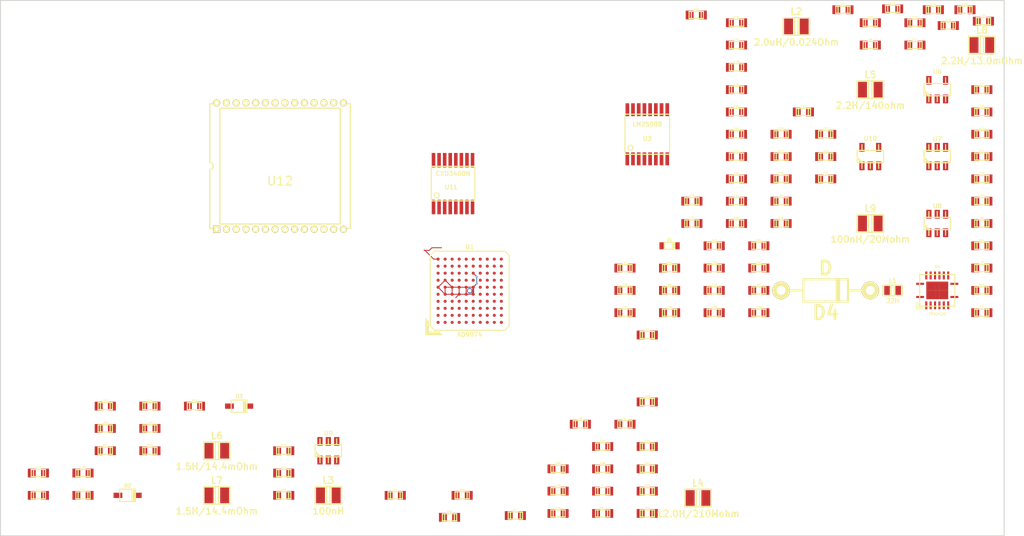
<source format=kicad_pcb>
(kicad_pcb (version 4) (host pcbnew "(2015-05-21 BZR 5672)-product")

  (general
    (links 264)
    (no_connects 252)
    (area 35.509999 27.889999 149.910001 88.950001)
    (thickness 1.6)
    (drawings 4)
    (tracks 32)
    (zones 0)
    (modules 113)
    (nets 130)
  )

  (page A4)
  (layers
    (0 F.Cu signal)
    (31 B.Cu signal)
    (32 B.Adhes user)
    (33 F.Adhes user)
    (34 B.Paste user)
    (35 F.Paste user)
    (36 B.SilkS user)
    (37 F.SilkS user)
    (38 B.Mask user)
    (39 F.Mask user)
    (40 Dwgs.User user)
    (41 Cmts.User user)
    (42 Eco1.User user)
    (43 Eco2.User user)
    (44 Edge.Cuts user)
    (45 Margin user)
    (46 B.CrtYd user)
    (47 F.CrtYd user)
    (48 B.Fab user)
    (49 F.Fab user)
  )

  (setup
    (last_trace_width 0.25)
    (user_trace_width 0.1)
    (user_trace_width 0.2)
    (user_trace_width 0.3)
    (user_trace_width 0.4)
    (user_trace_width 0.5)
    (user_trace_width 0.75)
    (user_trace_width 1)
    (trace_clearance 0.2)
    (zone_clearance 0.508)
    (zone_45_only no)
    (trace_min 0.1)
    (segment_width 0.2)
    (edge_width 0.1)
    (via_size 0.6)
    (via_drill 0.4)
    (via_min_size 0.2)
    (via_min_drill 0.1)
    (user_via 0.2 0.1)
    (user_via 0.3 0.2)
    (blind_buried_vias_allowed yes)
    (uvia_size 0.3)
    (uvia_drill 0.1)
    (uvias_allowed yes)
    (uvia_min_size 0.2)
    (uvia_min_drill 0.1)
    (pcb_text_width 0.3)
    (pcb_text_size 1.5 1.5)
    (mod_edge_width 0.15)
    (mod_text_size 1 1)
    (mod_text_width 0.15)
    (pad_size 1.5 1.5)
    (pad_drill 0.6)
    (pad_to_mask_clearance 0)
    (aux_axis_origin 0 0)
    (visible_elements FFFFFF7F)
    (pcbplotparams
      (layerselection 0x00030_80000001)
      (usegerberextensions false)
      (excludeedgelayer true)
      (linewidth 0.100000)
      (plotframeref false)
      (viasonmask false)
      (mode 1)
      (useauxorigin false)
      (hpglpennumber 1)
      (hpglpenspeed 20)
      (hpglpendiameter 15)
      (hpglpenoverlay 2)
      (psnegative false)
      (psa4output false)
      (plotreference true)
      (plotvalue true)
      (plotinvisibletext false)
      (padsonsilk false)
      (subtractmaskfromsilk false)
      (outputformat 1)
      (mirror false)
      (drillshape 1)
      (scaleselection 1)
      (outputdirectory ""))
  )

  (net 0 "")
  (net 1 /power-supply/1V8)
  (net 2 GND)
  (net 3 "Net-(C2-Pad1)")
  (net 4 "Net-(C3-Pad1)")
  (net 5 /power-supply/3V3)
  (net 6 "Net-(C8-Pad2)")
  (net 7 /LDO_OUT_A)
  (net 8 /LDO_OUT_B)
  (net 9 "Net-(C23-Pad1)")
  (net 10 "Net-(C23-Pad2)")
  (net 11 "Net-(C28-Pad1)")
  (net 12 /camera/-7V)
  (net 13 /power-supply/5V5)
  (net 14 /power-supply/V_BATT)
  (net 15 "Net-(C33-Pad1)")
  (net 16 "Net-(C34-Pad1)")
  (net 17 "Net-(C35-Pad1)")
  (net 18 "Net-(C36-Pad1)")
  (net 19 "Net-(C38-Pad1)")
  (net 20 "Net-(C39-Pad1)")
  (net 21 "Net-(C39-Pad2)")
  (net 22 "Net-(C41-Pad1)")
  (net 23 "Net-(C42-Pad1)")
  (net 24 "Net-(C42-Pad2)")
  (net 25 "Net-(C46-Pad1)")
  (net 26 /power-supply/2V5)
  (net 27 "Net-(C52-Pad2)")
  (net 28 "Net-(C53-Pad1)")
  (net 29 "Net-(C53-Pad2)")
  (net 30 "Net-(C54-Pad1)")
  (net 31 "Net-(C54-Pad2)")
  (net 32 "Net-(C55-Pad1)")
  (net 33 "Net-(C55-Pad2)")
  (net 34 "Net-(C56-Pad1)")
  (net 35 "Net-(C56-Pad2)")
  (net 36 /power-supply/1V2_1)
  (net 37 /power-supply/1V2_2)
  (net 38 /camera/12V)
  (net 39 "Net-(C65-Pad1)")
  (net 40 /camera/SUB)
  (net 41 "Net-(C68-Pad1)")
  (net 42 /camera/RG_A)
  (net 43 "Net-(C69-Pad1)")
  (net 44 /camera/RG_B)
  (net 45 "Net-(D2-Pad2)")
  (net 46 "Net-(D3-Pad2)")
  (net 47 "Net-(L2-Pad1)")
  (net 48 "Net-(L2-Pad2)")
  (net 49 "Net-(L5-Pad1)")
  (net 50 "Net-(R1-Pad1)")
  (net 51 "Net-(R4-Pad1)")
  (net 52 "Net-(R6-Pad2)")
  (net 53 "Net-(R7-Pad1)")
  (net 54 "Net-(R8-Pad2)")
  (net 55 "Net-(R9-Pad1)")
  (net 56 "Net-(R10-Pad1)")
  (net 57 "Net-(R13-Pad1)")
  (net 58 "Net-(R16-Pad2)")
  (net 59 "Net-(R21-Pad2)")
  (net 60 "Net-(R23-Pad2)")
  (net 61 "Net-(R25-Pad2)")
  (net 62 "Net-(R28-Pad1)")
  (net 63 "Net-(U1-PadJ9)")
  (net 64 "Net-(U1-PadH9)")
  (net 65 "Net-(U1-PadG9)")
  (net 66 /camera/H1T_2)
  (net 67 /camera/H2T_2)
  (net 68 /CLK_B)
  (net 69 /RG_B)
  (net 70 /camera/H2S_2)
  (net 71 /camera/H1S_2)
  (net 72 "Net-(U1-PadG10)")
  (net 73 "Net-(U1-PadH10)")
  (net 74 "Net-(U1-PadJ10)")
  (net 75 "Net-(U1-PadK10)")
  (net 76 "Net-(U1-PadK8)")
  (net 77 "Net-(U1-PadH8)")
  (net 78 "Net-(U1-PadG8)")
  (net 79 /VD_B)
  (net 80 /SCK_B)
  (net 81 /SDATA_B)
  (net 82 /SL_B)
  (net 83 /camera/CCD_OUT2)
  (net 84 /HD_B)
  (net 85 "Net-(U1-PadG7)")
  (net 86 "Net-(U1-PadH7)")
  (net 87 "Net-(U1-PadJ7)")
  (net 88 "Net-(U1-PadK7)")
  (net 89 "Net-(U1-PadJ3)")
  (net 90 "Net-(U1-PadH3)")
  (net 91 "Net-(U1-PadG3)")
  (net 92 /camera/H1T_1)
  (net 93 /camera/H2T_1)
  (net 94 /CLK_A)
  (net 95 /RG_A)
  (net 96 /camera/H2S_1)
  (net 97 /camera/H1S_1)
  (net 98 "Net-(U1-PadG4)")
  (net 99 "Net-(U1-PadH4)")
  (net 100 "Net-(U1-PadJ4)")
  (net 101 "Net-(U1-PadK4)")
  (net 102 "Net-(U1-PadK2)")
  (net 103 "Net-(U1-PadH2)")
  (net 104 "Net-(U1-PadG2)")
  (net 105 /VD_A)
  (net 106 /SCK_A)
  (net 107 /SDATA_A)
  (net 108 /SL_A)
  (net 109 /camera/CCD_OUT1)
  (net 110 /HD_A)
  (net 111 "Net-(U1-PadG1)")
  (net 112 "Net-(U1-PadH1)")
  (net 113 "Net-(U1-PadJ1)")
  (net 114 "Net-(U1-PadK1)")
  (net 115 /camera/5V0)
  (net 116 /camera/XSUB)
  (net 117 /camera/XV2)
  (net 118 /camera/XSGV2)
  (net 119 /camera/XV3)
  (net 120 /camera/XSGV3)
  (net 121 /camera/XV1)
  (net 122 /camera/XV4)
  (net 123 /camera/VT1)
  (net 124 /camera/VT2)
  (net 125 /camera/VT3)
  (net 126 "Net-(U11-Pad16)")
  (net 127 /camera/VT4)
  (net 128 /camera/LH1_1)
  (net 129 /camera/LH1_2)

  (net_class Default "This is the default net class."
    (clearance 0.2)
    (trace_width 0.25)
    (via_dia 0.6)
    (via_drill 0.4)
    (uvia_dia 0.3)
    (uvia_drill 0.1)
    (add_net /CLK_A)
    (add_net /CLK_B)
    (add_net /HD_A)
    (add_net /HD_B)
    (add_net /LDO_OUT_A)
    (add_net /LDO_OUT_B)
    (add_net /RG_A)
    (add_net /RG_B)
    (add_net /SCK_A)
    (add_net /SCK_B)
    (add_net /SDATA_A)
    (add_net /SDATA_B)
    (add_net /SL_A)
    (add_net /SL_B)
    (add_net /VD_A)
    (add_net /VD_B)
    (add_net /camera/-7V)
    (add_net /camera/12V)
    (add_net /camera/5V0)
    (add_net /camera/CCD_OUT1)
    (add_net /camera/CCD_OUT2)
    (add_net /camera/H1S_1)
    (add_net /camera/H1S_2)
    (add_net /camera/H1T_1)
    (add_net /camera/H1T_2)
    (add_net /camera/H2S_1)
    (add_net /camera/H2S_2)
    (add_net /camera/H2T_1)
    (add_net /camera/H2T_2)
    (add_net /camera/LH1_1)
    (add_net /camera/LH1_2)
    (add_net /camera/RG_A)
    (add_net /camera/RG_B)
    (add_net /camera/SUB)
    (add_net /camera/VT1)
    (add_net /camera/VT2)
    (add_net /camera/VT3)
    (add_net /camera/VT4)
    (add_net /camera/XSGV2)
    (add_net /camera/XSGV3)
    (add_net /camera/XSUB)
    (add_net /camera/XV1)
    (add_net /camera/XV2)
    (add_net /camera/XV3)
    (add_net /camera/XV4)
    (add_net /power-supply/1V2_1)
    (add_net /power-supply/1V2_2)
    (add_net /power-supply/1V8)
    (add_net /power-supply/2V5)
    (add_net /power-supply/3V3)
    (add_net /power-supply/5V5)
    (add_net /power-supply/V_BATT)
    (add_net GND)
    (add_net "Net-(C2-Pad1)")
    (add_net "Net-(C23-Pad1)")
    (add_net "Net-(C23-Pad2)")
    (add_net "Net-(C28-Pad1)")
    (add_net "Net-(C3-Pad1)")
    (add_net "Net-(C33-Pad1)")
    (add_net "Net-(C34-Pad1)")
    (add_net "Net-(C35-Pad1)")
    (add_net "Net-(C36-Pad1)")
    (add_net "Net-(C38-Pad1)")
    (add_net "Net-(C39-Pad1)")
    (add_net "Net-(C39-Pad2)")
    (add_net "Net-(C41-Pad1)")
    (add_net "Net-(C42-Pad1)")
    (add_net "Net-(C42-Pad2)")
    (add_net "Net-(C46-Pad1)")
    (add_net "Net-(C52-Pad2)")
    (add_net "Net-(C53-Pad1)")
    (add_net "Net-(C53-Pad2)")
    (add_net "Net-(C54-Pad1)")
    (add_net "Net-(C54-Pad2)")
    (add_net "Net-(C55-Pad1)")
    (add_net "Net-(C55-Pad2)")
    (add_net "Net-(C56-Pad1)")
    (add_net "Net-(C56-Pad2)")
    (add_net "Net-(C65-Pad1)")
    (add_net "Net-(C68-Pad1)")
    (add_net "Net-(C69-Pad1)")
    (add_net "Net-(C8-Pad2)")
    (add_net "Net-(D2-Pad2)")
    (add_net "Net-(D3-Pad2)")
    (add_net "Net-(L2-Pad1)")
    (add_net "Net-(L2-Pad2)")
    (add_net "Net-(L5-Pad1)")
    (add_net "Net-(R1-Pad1)")
    (add_net "Net-(R10-Pad1)")
    (add_net "Net-(R13-Pad1)")
    (add_net "Net-(R16-Pad2)")
    (add_net "Net-(R21-Pad2)")
    (add_net "Net-(R23-Pad2)")
    (add_net "Net-(R25-Pad2)")
    (add_net "Net-(R28-Pad1)")
    (add_net "Net-(R4-Pad1)")
    (add_net "Net-(R6-Pad2)")
    (add_net "Net-(R7-Pad1)")
    (add_net "Net-(R8-Pad2)")
    (add_net "Net-(R9-Pad1)")
    (add_net "Net-(U1-PadG1)")
    (add_net "Net-(U1-PadG10)")
    (add_net "Net-(U1-PadG2)")
    (add_net "Net-(U1-PadG3)")
    (add_net "Net-(U1-PadG4)")
    (add_net "Net-(U1-PadG7)")
    (add_net "Net-(U1-PadG8)")
    (add_net "Net-(U1-PadG9)")
    (add_net "Net-(U1-PadH1)")
    (add_net "Net-(U1-PadH10)")
    (add_net "Net-(U1-PadH2)")
    (add_net "Net-(U1-PadH3)")
    (add_net "Net-(U1-PadH4)")
    (add_net "Net-(U1-PadH7)")
    (add_net "Net-(U1-PadH8)")
    (add_net "Net-(U1-PadH9)")
    (add_net "Net-(U1-PadJ1)")
    (add_net "Net-(U1-PadJ10)")
    (add_net "Net-(U1-PadJ3)")
    (add_net "Net-(U1-PadJ4)")
    (add_net "Net-(U1-PadJ7)")
    (add_net "Net-(U1-PadJ9)")
    (add_net "Net-(U1-PadK1)")
    (add_net "Net-(U1-PadK10)")
    (add_net "Net-(U1-PadK2)")
    (add_net "Net-(U1-PadK4)")
    (add_net "Net-(U1-PadK7)")
    (add_net "Net-(U1-PadK8)")
    (add_net "Net-(U11-Pad16)")
  )

  (module w_smd_bga:tfbga100-std placed (layer F.Cu) (tedit 54F8E40C) (tstamp 55781DC3)
    (at 89 61)
    (descr "100 pin Thin Fine Pitch BGA (standard pin numbering)")
    (path /557A54A1)
    (fp_text reference U1 (at 0 -5) (layer F.SilkS)
      (effects (font (size 0.5 0.5) (thickness 0.1)))
    )
    (fp_text value AD9974 (at 0 5) (layer F.SilkS)
      (effects (font (size 0.5 0.5) (thickness 0.1)))
    )
    (fp_line (start -3.3 4.9) (end -4.9 4.9) (layer F.SilkS) (width 0.127))
    (fp_line (start -4.9 4.9) (end -4.9 3.3) (layer F.SilkS) (width 0.127))
    (fp_line (start -4.8 3.4) (end -4.8 4.8) (layer F.SilkS) (width 0.127))
    (fp_line (start -4.8 4.8) (end -3.4 4.8) (layer F.SilkS) (width 0.127))
    (fp_line (start -3.5 4.7) (end -3.2 5) (layer F.SilkS) (width 0.127))
    (fp_line (start -3.2 5) (end -5 5) (layer F.SilkS) (width 0.127))
    (fp_line (start -5 5) (end -5 3.2) (layer F.SilkS) (width 0.127))
    (fp_line (start -5 3.2) (end -4.7 3.5) (layer F.SilkS) (width 0.127))
    (fp_line (start -4.7 3.5) (end -4.7 4.7) (layer F.SilkS) (width 0.127))
    (fp_line (start -4.7 4.7) (end -3.5 4.7) (layer F.SilkS) (width 0.127))
    (fp_line (start -4.5 4) (end -4.5 -4) (layer F.SilkS) (width 0.127))
    (fp_line (start 4 4.5) (end -4 4.5) (layer F.SilkS) (width 0.127))
    (fp_line (start 4.5 -4) (end 4.5 4) (layer F.SilkS) (width 0.127))
    (fp_line (start -4 -4.5) (end 4 -4.5) (layer F.SilkS) (width 0.127))
    (fp_line (start -4 4.5) (end -4.5 4) (layer F.SilkS) (width 0.127))
    (fp_line (start -4.5 -4) (end -4 -4.5) (layer F.SilkS) (width 0.127))
    (fp_line (start 4 -4.5) (end 4.5 -4) (layer F.SilkS) (width 0.127))
    (fp_line (start 4.5 4) (end 4 4.5) (layer F.SilkS) (width 0.127))
    (pad K9 smd circle (at 3.6 -2.8) (size 0.35 0.35) (layers F.Cu F.Paste F.Mask)
      (net 5 /power-supply/3V3))
    (pad J9 smd circle (at 2.8 -2.8) (size 0.35 0.35) (layers F.Cu F.Paste F.Mask)
      (net 63 "Net-(U1-PadJ9)"))
    (pad H9 smd circle (at 2 -2.8) (size 0.35 0.35) (layers F.Cu F.Paste F.Mask)
      (net 64 "Net-(U1-PadH9)"))
    (pad G9 smd circle (at 1.2 -2.8) (size 0.35 0.35) (layers F.Cu F.Paste F.Mask)
      (net 65 "Net-(U1-PadG9)"))
    (pad F9 smd circle (at 0.4 -2.8) (size 0.35 0.35) (layers F.Cu F.Paste F.Mask)
      (net 66 /camera/H1T_2))
    (pad E9 smd circle (at -0.4 -2.8) (size 0.35 0.35) (layers F.Cu F.Paste F.Mask)
      (net 2 GND))
    (pad D9 smd circle (at -1.2 -2.8) (size 0.35 0.35) (layers F.Cu F.Paste F.Mask)
      (net 67 /camera/H2T_2))
    (pad C9 smd circle (at -2 -2.8) (size 0.35 0.35) (layers F.Cu F.Paste F.Mask)
      (net 2 GND))
    (pad B9 smd circle (at -2.8 -2.8) (size 0.35 0.35) (layers F.Cu F.Paste F.Mask)
      (net 5 /power-supply/3V3))
    (pad A9 smd circle (at -3.6 -2.8) (size 0.35 0.35) (layers F.Cu F.Paste F.Mask)
      (net 68 /CLK_B))
    (pad A10 smd circle (at -3.6 -3.6) (size 0.35 0.35) (layers F.Cu F.Paste F.Mask)
      (net 8 /LDO_OUT_B))
    (pad B10 smd circle (at -2.8 -3.6) (size 0.35 0.35) (layers F.Cu F.Paste F.Mask)
      (net 69 /RG_B))
    (pad C10 smd circle (at -2 -3.6) (size 0.35 0.35) (layers F.Cu F.Paste F.Mask)
      (net 5 /power-supply/3V3))
    (pad D10 smd circle (at -1.2 -3.6) (size 0.35 0.35) (layers F.Cu F.Paste F.Mask)
      (net 70 /camera/H2S_2))
    (pad E10 smd circle (at -0.4 -3.6) (size 0.35 0.35) (layers F.Cu F.Paste F.Mask)
      (net 5 /power-supply/3V3))
    (pad F10 smd circle (at 0.4 -3.6) (size 0.35 0.35) (layers F.Cu F.Paste F.Mask)
      (net 71 /camera/H1S_2))
    (pad G10 smd circle (at 1.2 -3.6) (size 0.35 0.35) (layers F.Cu F.Paste F.Mask)
      (net 72 "Net-(U1-PadG10)"))
    (pad H10 smd circle (at 2 -3.6) (size 0.35 0.35) (layers F.Cu F.Paste F.Mask)
      (net 73 "Net-(U1-PadH10)"))
    (pad J10 smd circle (at 2.8 -3.6) (size 0.35 0.35) (layers F.Cu F.Paste F.Mask)
      (net 74 "Net-(U1-PadJ10)"))
    (pad K10 smd circle (at 3.6 -3.6) (size 0.35 0.35) (layers F.Cu F.Paste F.Mask)
      (net 75 "Net-(U1-PadK10)"))
    (pad K5 smd circle (at 3.6 0.4) (size 0.35 0.35) (layers F.Cu F.Paste F.Mask)
      (net 2 GND))
    (pad J5 smd circle (at 2.8 0.4) (size 0.35 0.35) (layers F.Cu F.Paste F.Mask)
      (net 2 GND))
    (pad H5 smd circle (at 2 0.4) (size 0.35 0.35) (layers F.Cu F.Paste F.Mask)
      (net 2 GND))
    (pad G5 smd circle (at 1.2 0.4) (size 0.35 0.35) (layers F.Cu F.Paste F.Mask)
      (net 2 GND))
    (pad F5 smd circle (at 0.4 0.4) (size 0.35 0.35) (layers F.Cu F.Paste F.Mask)
      (net 2 GND))
    (pad E5 smd circle (at -0.4 0.4) (size 0.35 0.35) (layers F.Cu F.Paste F.Mask)
      (net 2 GND))
    (pad D5 smd circle (at -1.2 0.4) (size 0.35 0.35) (layers F.Cu F.Paste F.Mask)
      (net 2 GND))
    (pad C5 smd circle (at -2 0.4) (size 0.35 0.35) (layers F.Cu F.Paste F.Mask)
      (net 2 GND))
    (pad B5 smd circle (at -2.8 0.4) (size 0.35 0.35) (layers F.Cu F.Paste F.Mask)
      (net 2 GND))
    (pad A5 smd circle (at -3.6 0.4) (size 0.35 0.35) (layers F.Cu F.Paste F.Mask)
      (net 7 /LDO_OUT_A))
    (pad A6 smd circle (at -3.6 -0.4) (size 0.35 0.35) (layers F.Cu F.Paste F.Mask)
      (net 2 GND))
    (pad B6 smd circle (at -2.8 -0.4) (size 0.35 0.35) (layers F.Cu F.Paste F.Mask)
      (net 2 GND))
    (pad C6 smd circle (at -2 -0.4) (size 0.35 0.35) (layers F.Cu F.Paste F.Mask)
      (net 2 GND))
    (pad D6 smd circle (at -1.2 -0.4) (size 0.35 0.35) (layers F.Cu F.Paste F.Mask)
      (net 2 GND))
    (pad E6 smd circle (at -0.4 -0.4) (size 0.35 0.35) (layers F.Cu F.Paste F.Mask)
      (net 2 GND))
    (pad F6 smd circle (at 0.4 -0.4) (size 0.35 0.35) (layers F.Cu F.Paste F.Mask)
      (net 2 GND))
    (pad G6 smd circle (at 1.2 -0.4) (size 0.35 0.35) (layers F.Cu F.Paste F.Mask)
      (net 2 GND))
    (pad H6 smd circle (at 2 -0.4) (size 0.35 0.35) (layers F.Cu F.Paste F.Mask)
      (net 2 GND))
    (pad J6 smd circle (at 2.8 -0.4) (size 0.35 0.35) (layers F.Cu F.Paste F.Mask)
      (net 2 GND))
    (pad K6 smd circle (at 3.6 -0.4) (size 0.35 0.35) (layers F.Cu F.Paste F.Mask)
      (net 2 GND))
    (pad K8 smd circle (at 3.6 -2) (size 0.35 0.35) (layers F.Cu F.Paste F.Mask)
      (net 76 "Net-(U1-PadK8)"))
    (pad J8 smd circle (at 2.8 -2) (size 0.35 0.35) (layers F.Cu F.Paste F.Mask)
      (net 2 GND))
    (pad H8 smd circle (at 2 -2) (size 0.35 0.35) (layers F.Cu F.Paste F.Mask)
      (net 77 "Net-(U1-PadH8)"))
    (pad G8 smd circle (at 1.2 -2) (size 0.35 0.35) (layers F.Cu F.Paste F.Mask)
      (net 78 "Net-(U1-PadG8)"))
    (pad F8 smd circle (at 0.4 -2) (size 0.35 0.35) (layers F.Cu F.Paste F.Mask)
      (net 2 GND))
    (pad E8 smd circle (at -0.4 -2) (size 0.35 0.35) (layers F.Cu F.Paste F.Mask)
      (net 79 /VD_B))
    (pad D8 smd circle (at -1.2 -2) (size 0.35 0.35) (layers F.Cu F.Paste F.Mask)
      (net 80 /SCK_B))
    (pad C8 smd circle (at -2 -2) (size 0.35 0.35) (layers F.Cu F.Paste F.Mask)
      (net 81 /SDATA_B))
    (pad B8 smd circle (at -2.8 -2) (size 0.35 0.35) (layers F.Cu F.Paste F.Mask)
      (net 82 /SL_B))
    (pad A8 smd circle (at -3.6 -2) (size 0.35 0.35) (layers F.Cu F.Paste F.Mask)
      (net 1 /power-supply/1V8))
    (pad A7 smd circle (at -3.6 -1.2) (size 0.35 0.35) (layers F.Cu F.Paste F.Mask)
      (net 83 /camera/CCD_OUT2))
    (pad B7 smd circle (at -2.8 -1.2) (size 0.35 0.35) (layers F.Cu F.Paste F.Mask)
      (net 2 GND))
    (pad C7 smd circle (at -2 -1.2) (size 0.35 0.35) (layers F.Cu F.Paste F.Mask)
      (net 10 "Net-(C23-Pad2)"))
    (pad D7 smd circle (at -1.2 -1.2) (size 0.35 0.35) (layers F.Cu F.Paste F.Mask)
      (net 9 "Net-(C23-Pad1)"))
    (pad E7 smd circle (at -0.4 -1.2) (size 0.35 0.35) (layers F.Cu F.Paste F.Mask)
      (net 84 /HD_B))
    (pad F7 smd circle (at 0.4 -1.2) (size 0.35 0.35) (layers F.Cu F.Paste F.Mask)
      (net 1 /power-supply/1V8))
    (pad G7 smd circle (at 1.2 -1.2) (size 0.35 0.35) (layers F.Cu F.Paste F.Mask)
      (net 85 "Net-(U1-PadG7)"))
    (pad H7 smd circle (at 2 -1.2) (size 0.35 0.35) (layers F.Cu F.Paste F.Mask)
      (net 86 "Net-(U1-PadH7)"))
    (pad J7 smd circle (at 2.8 -1.2) (size 0.35 0.35) (layers F.Cu F.Paste F.Mask)
      (net 87 "Net-(U1-PadJ7)"))
    (pad K7 smd circle (at 3.6 -1.2) (size 0.35 0.35) (layers F.Cu F.Paste F.Mask)
      (net 88 "Net-(U1-PadK7)"))
    (pad K3 smd circle (at 3.6 2) (size 0.35 0.35) (layers F.Cu F.Paste F.Mask)
      (net 5 /power-supply/3V3))
    (pad J3 smd circle (at 2.8 2) (size 0.35 0.35) (layers F.Cu F.Paste F.Mask)
      (net 89 "Net-(U1-PadJ3)"))
    (pad H3 smd circle (at 2 2) (size 0.35 0.35) (layers F.Cu F.Paste F.Mask)
      (net 90 "Net-(U1-PadH3)"))
    (pad G3 smd circle (at 1.2 2) (size 0.35 0.35) (layers F.Cu F.Paste F.Mask)
      (net 91 "Net-(U1-PadG3)"))
    (pad F3 smd circle (at 0.4 2) (size 0.35 0.35) (layers F.Cu F.Paste F.Mask)
      (net 92 /camera/H1T_1))
    (pad E3 smd circle (at -0.4 2) (size 0.35 0.35) (layers F.Cu F.Paste F.Mask)
      (net 2 GND))
    (pad D3 smd circle (at -1.2 2) (size 0.35 0.35) (layers F.Cu F.Paste F.Mask)
      (net 93 /camera/H2T_1))
    (pad C3 smd circle (at -2 2) (size 0.35 0.35) (layers F.Cu F.Paste F.Mask)
      (net 2 GND))
    (pad B3 smd circle (at -2.8 2) (size 0.35 0.35) (layers F.Cu F.Paste F.Mask)
      (net 5 /power-supply/3V3))
    (pad A3 smd circle (at -3.6 2) (size 0.35 0.35) (layers F.Cu F.Paste F.Mask)
      (net 1 /power-supply/1V8))
    (pad A4 smd circle (at -3.6 1.2) (size 0.35 0.35) (layers F.Cu F.Paste F.Mask)
      (net 94 /CLK_A))
    (pad B4 smd circle (at -2.8 1.2) (size 0.35 0.35) (layers F.Cu F.Paste F.Mask)
      (net 95 /RG_A))
    (pad C4 smd circle (at -2 1.2) (size 0.35 0.35) (layers F.Cu F.Paste F.Mask)
      (net 5 /power-supply/3V3))
    (pad D4 smd circle (at -1.2 1.2) (size 0.35 0.35) (layers F.Cu F.Paste F.Mask)
      (net 96 /camera/H2S_1))
    (pad E4 smd circle (at -0.4 1.2) (size 0.35 0.35) (layers F.Cu F.Paste F.Mask)
      (net 5 /power-supply/3V3))
    (pad F4 smd circle (at 0.4 1.2) (size 0.35 0.35) (layers F.Cu F.Paste F.Mask)
      (net 97 /camera/H1S_1))
    (pad G4 smd circle (at 1.2 1.2) (size 0.35 0.35) (layers F.Cu F.Paste F.Mask)
      (net 98 "Net-(U1-PadG4)"))
    (pad H4 smd circle (at 2 1.2) (size 0.35 0.35) (layers F.Cu F.Paste F.Mask)
      (net 99 "Net-(U1-PadH4)"))
    (pad J4 smd circle (at 2.8 1.2) (size 0.35 0.35) (layers F.Cu F.Paste F.Mask)
      (net 100 "Net-(U1-PadJ4)"))
    (pad K4 smd circle (at 3.6 1.2) (size 0.35 0.35) (layers F.Cu F.Paste F.Mask)
      (net 101 "Net-(U1-PadK4)"))
    (pad K2 smd circle (at 3.6 2.8) (size 0.35 0.35) (layers F.Cu F.Paste F.Mask)
      (net 102 "Net-(U1-PadK2)"))
    (pad J2 smd circle (at 2.8 2.8) (size 0.35 0.35) (layers F.Cu F.Paste F.Mask)
      (net 2 GND))
    (pad H2 smd circle (at 2 2.8) (size 0.35 0.35) (layers F.Cu F.Paste F.Mask)
      (net 103 "Net-(U1-PadH2)"))
    (pad G2 smd circle (at 1.2 2.8) (size 0.35 0.35) (layers F.Cu F.Paste F.Mask)
      (net 104 "Net-(U1-PadG2)"))
    (pad F2 smd circle (at 0.4 2.8) (size 0.35 0.35) (layers F.Cu F.Paste F.Mask)
      (net 2 GND))
    (pad E2 smd circle (at -0.4 2.8) (size 0.35 0.35) (layers F.Cu F.Paste F.Mask)
      (net 105 /VD_A))
    (pad D2 smd circle (at -1.2 2.8) (size 0.35 0.35) (layers F.Cu F.Paste F.Mask)
      (net 106 /SCK_A))
    (pad C2 smd circle (at -2 2.8) (size 0.35 0.35) (layers F.Cu F.Paste F.Mask)
      (net 107 /SDATA_A))
    (pad B2 smd circle (at -2.8 2.8) (size 0.35 0.35) (layers F.Cu F.Paste F.Mask)
      (net 108 /SL_A))
    (pad A2 smd circle (at -3.6 2.8) (size 0.35 0.35) (layers F.Cu F.Paste F.Mask)
      (net 109 /camera/CCD_OUT1))
    (pad A1 smd circle (at -3.6 3.6) (size 0.35 0.35) (layers F.Cu F.Paste F.Mask)
      (net 2 GND))
    (pad B1 smd circle (at -2.8 3.6) (size 0.35 0.35) (layers F.Cu F.Paste F.Mask)
      (net 2 GND))
    (pad C1 smd circle (at -2 3.6) (size 0.35 0.35) (layers F.Cu F.Paste F.Mask)
      (net 4 "Net-(C3-Pad1)"))
    (pad D1 smd circle (at -1.2 3.6) (size 0.35 0.35) (layers F.Cu F.Paste F.Mask)
      (net 3 "Net-(C2-Pad1)"))
    (pad E1 smd circle (at -0.4 3.6) (size 0.35 0.35) (layers F.Cu F.Paste F.Mask)
      (net 110 /HD_A))
    (pad F1 smd circle (at 0.4 3.6) (size 0.35 0.35) (layers F.Cu F.Paste F.Mask)
      (net 1 /power-supply/1V8))
    (pad G1 smd circle (at 1.2 3.6) (size 0.35 0.35) (layers F.Cu F.Paste F.Mask)
      (net 111 "Net-(U1-PadG1)"))
    (pad H1 smd circle (at 2 3.6) (size 0.35 0.35) (layers F.Cu F.Paste F.Mask)
      (net 112 "Net-(U1-PadH1)"))
    (pad J1 smd circle (at 2.8 3.6) (size 0.35 0.35) (layers F.Cu F.Paste F.Mask)
      (net 113 "Net-(U1-PadJ1)"))
    (pad K1 smd circle (at 3.6 3.6) (size 0.35 0.35) (layers F.Cu F.Paste F.Mask)
      (net 114 "Net-(U1-PadK1)"))
    (model walter/smd_bga/tfbga100.wrl
      (at (xyz 0 0 0))
      (scale (xyz 1 1 1))
      (rotate (xyz 0 0 0))
    )
  )

  (module w_smd_cap:c_0603 placed (layer F.Cu) (tedit 0) (tstamp 55781AF7)
    (at 104.14 83.82)
    (descr "SMT capacitor, 0603")
    (path /557AA386)
    (fp_text reference C1 (at 0 -0.635) (layer F.SilkS)
      (effects (font (size 0.20066 0.20066) (thickness 0.04064)))
    )
    (fp_text value 0.1uF (at 0 0.635) (layer F.SilkS) hide
      (effects (font (size 0.20066 0.20066) (thickness 0.04064)))
    )
    (fp_line (start 0.5588 0.4064) (end 0.5588 -0.4064) (layer F.SilkS) (width 0.127))
    (fp_line (start -0.5588 -0.381) (end -0.5588 0.4064) (layer F.SilkS) (width 0.127))
    (fp_line (start -0.8128 -0.4064) (end 0.8128 -0.4064) (layer F.SilkS) (width 0.127))
    (fp_line (start 0.8128 -0.4064) (end 0.8128 0.4064) (layer F.SilkS) (width 0.127))
    (fp_line (start 0.8128 0.4064) (end -0.8128 0.4064) (layer F.SilkS) (width 0.127))
    (fp_line (start -0.8128 0.4064) (end -0.8128 -0.4064) (layer F.SilkS) (width 0.127))
    (pad 1 smd rect (at 0.75184 0) (size 0.89916 1.00076) (layers F.Cu F.Paste F.Mask)
      (net 1 /power-supply/1V8))
    (pad 2 smd rect (at -0.75184 0) (size 0.89916 1.00076) (layers F.Cu F.Paste F.Mask)
      (net 2 GND))
    (model walter/smd_cap/c_0603.wrl
      (at (xyz 0 0 0))
      (scale (xyz 1 1 1))
      (rotate (xyz 0 0 0))
    )
  )

  (module w_smd_cap:c_0603 placed (layer F.Cu) (tedit 0) (tstamp 55781AFD)
    (at 147.32 63.5)
    (descr "SMT capacitor, 0603")
    (path /557A94E2)
    (fp_text reference C2 (at 0 -0.635) (layer F.SilkS)
      (effects (font (size 0.20066 0.20066) (thickness 0.04064)))
    )
    (fp_text value 0.1uF (at 0 0.635) (layer F.SilkS) hide
      (effects (font (size 0.20066 0.20066) (thickness 0.04064)))
    )
    (fp_line (start 0.5588 0.4064) (end 0.5588 -0.4064) (layer F.SilkS) (width 0.127))
    (fp_line (start -0.5588 -0.381) (end -0.5588 0.4064) (layer F.SilkS) (width 0.127))
    (fp_line (start -0.8128 -0.4064) (end 0.8128 -0.4064) (layer F.SilkS) (width 0.127))
    (fp_line (start 0.8128 -0.4064) (end 0.8128 0.4064) (layer F.SilkS) (width 0.127))
    (fp_line (start 0.8128 0.4064) (end -0.8128 0.4064) (layer F.SilkS) (width 0.127))
    (fp_line (start -0.8128 0.4064) (end -0.8128 -0.4064) (layer F.SilkS) (width 0.127))
    (pad 1 smd rect (at 0.75184 0) (size 0.89916 1.00076) (layers F.Cu F.Paste F.Mask)
      (net 3 "Net-(C2-Pad1)"))
    (pad 2 smd rect (at -0.75184 0) (size 0.89916 1.00076) (layers F.Cu F.Paste F.Mask)
      (net 2 GND))
    (model walter/smd_cap/c_0603.wrl
      (at (xyz 0 0 0))
      (scale (xyz 1 1 1))
      (rotate (xyz 0 0 0))
    )
  )

  (module w_smd_cap:c_0603 placed (layer F.Cu) (tedit 0) (tstamp 55781B03)
    (at 147.32 58.42)
    (descr "SMT capacitor, 0603")
    (path /557A9541)
    (fp_text reference C3 (at 0 -0.635) (layer F.SilkS)
      (effects (font (size 0.20066 0.20066) (thickness 0.04064)))
    )
    (fp_text value 0.1uF (at 0 0.635) (layer F.SilkS) hide
      (effects (font (size 0.20066 0.20066) (thickness 0.04064)))
    )
    (fp_line (start 0.5588 0.4064) (end 0.5588 -0.4064) (layer F.SilkS) (width 0.127))
    (fp_line (start -0.5588 -0.381) (end -0.5588 0.4064) (layer F.SilkS) (width 0.127))
    (fp_line (start -0.8128 -0.4064) (end 0.8128 -0.4064) (layer F.SilkS) (width 0.127))
    (fp_line (start 0.8128 -0.4064) (end 0.8128 0.4064) (layer F.SilkS) (width 0.127))
    (fp_line (start 0.8128 0.4064) (end -0.8128 0.4064) (layer F.SilkS) (width 0.127))
    (fp_line (start -0.8128 0.4064) (end -0.8128 -0.4064) (layer F.SilkS) (width 0.127))
    (pad 1 smd rect (at 0.75184 0) (size 0.89916 1.00076) (layers F.Cu F.Paste F.Mask)
      (net 4 "Net-(C3-Pad1)"))
    (pad 2 smd rect (at -0.75184 0) (size 0.89916 1.00076) (layers F.Cu F.Paste F.Mask)
      (net 2 GND))
    (model walter/smd_cap/c_0603.wrl
      (at (xyz 0 0 0))
      (scale (xyz 1 1 1))
      (rotate (xyz 0 0 0))
    )
  )

  (module w_smd_cap:c_0603 placed (layer F.Cu) (tedit 0) (tstamp 55781B09)
    (at 80.52 84.3)
    (descr "SMT capacitor, 0603")
    (path /557A9483)
    (fp_text reference C4 (at 0 -0.635) (layer F.SilkS)
      (effects (font (size 0.20066 0.20066) (thickness 0.04064)))
    )
    (fp_text value 0.1uF (at 0 0.635) (layer F.SilkS) hide
      (effects (font (size 0.20066 0.20066) (thickness 0.04064)))
    )
    (fp_line (start 0.5588 0.4064) (end 0.5588 -0.4064) (layer F.SilkS) (width 0.127))
    (fp_line (start -0.5588 -0.381) (end -0.5588 0.4064) (layer F.SilkS) (width 0.127))
    (fp_line (start -0.8128 -0.4064) (end 0.8128 -0.4064) (layer F.SilkS) (width 0.127))
    (fp_line (start 0.8128 -0.4064) (end 0.8128 0.4064) (layer F.SilkS) (width 0.127))
    (fp_line (start 0.8128 0.4064) (end -0.8128 0.4064) (layer F.SilkS) (width 0.127))
    (fp_line (start -0.8128 0.4064) (end -0.8128 -0.4064) (layer F.SilkS) (width 0.127))
    (pad 1 smd rect (at 0.75184 0) (size 0.89916 1.00076) (layers F.Cu F.Paste F.Mask)
      (net 3 "Net-(C2-Pad1)"))
    (pad 2 smd rect (at -0.75184 0) (size 0.89916 1.00076) (layers F.Cu F.Paste F.Mask)
      (net 4 "Net-(C3-Pad1)"))
    (model walter/smd_cap/c_0603.wrl
      (at (xyz 0 0 0))
      (scale (xyz 1 1 1))
      (rotate (xyz 0 0 0))
    )
  )

  (module w_smd_cap:c_0603 placed (layer F.Cu) (tedit 0) (tstamp 55781B0F)
    (at 147.32 38.1)
    (descr "SMT capacitor, 0603")
    (path /557A7D58)
    (fp_text reference C7 (at 0 -0.635) (layer F.SilkS)
      (effects (font (size 0.20066 0.20066) (thickness 0.04064)))
    )
    (fp_text value 0.1uF (at 0 0.635) (layer F.SilkS) hide
      (effects (font (size 0.20066 0.20066) (thickness 0.04064)))
    )
    (fp_line (start 0.5588 0.4064) (end 0.5588 -0.4064) (layer F.SilkS) (width 0.127))
    (fp_line (start -0.5588 -0.381) (end -0.5588 0.4064) (layer F.SilkS) (width 0.127))
    (fp_line (start -0.8128 -0.4064) (end 0.8128 -0.4064) (layer F.SilkS) (width 0.127))
    (fp_line (start 0.8128 -0.4064) (end 0.8128 0.4064) (layer F.SilkS) (width 0.127))
    (fp_line (start 0.8128 0.4064) (end -0.8128 0.4064) (layer F.SilkS) (width 0.127))
    (fp_line (start -0.8128 0.4064) (end -0.8128 -0.4064) (layer F.SilkS) (width 0.127))
    (pad 1 smd rect (at 0.75184 0) (size 0.89916 1.00076) (layers F.Cu F.Paste F.Mask)
      (net 5 /power-supply/3V3))
    (pad 2 smd rect (at -0.75184 0) (size 0.89916 1.00076) (layers F.Cu F.Paste F.Mask)
      (net 2 GND))
    (model walter/smd_cap/c_0603.wrl
      (at (xyz 0 0 0))
      (scale (xyz 1 1 1))
      (rotate (xyz 0 0 0))
    )
  )

  (module w_smd_cap:c_0603 placed (layer F.Cu) (tedit 0) (tstamp 55781B15)
    (at 101.6 76.2)
    (descr "SMT capacitor, 0603")
    (path /557A7958)
    (fp_text reference C8 (at 0 -0.635) (layer F.SilkS)
      (effects (font (size 0.20066 0.20066) (thickness 0.04064)))
    )
    (fp_text value 0.1uF (at 0 0.635) (layer F.SilkS) hide
      (effects (font (size 0.20066 0.20066) (thickness 0.04064)))
    )
    (fp_line (start 0.5588 0.4064) (end 0.5588 -0.4064) (layer F.SilkS) (width 0.127))
    (fp_line (start -0.5588 -0.381) (end -0.5588 0.4064) (layer F.SilkS) (width 0.127))
    (fp_line (start -0.8128 -0.4064) (end 0.8128 -0.4064) (layer F.SilkS) (width 0.127))
    (fp_line (start 0.8128 -0.4064) (end 0.8128 0.4064) (layer F.SilkS) (width 0.127))
    (fp_line (start 0.8128 0.4064) (end -0.8128 0.4064) (layer F.SilkS) (width 0.127))
    (fp_line (start -0.8128 0.4064) (end -0.8128 -0.4064) (layer F.SilkS) (width 0.127))
    (pad 1 smd rect (at 0.75184 0) (size 0.89916 1.00076) (layers F.Cu F.Paste F.Mask)
      (net 1 /power-supply/1V8))
    (pad 2 smd rect (at -0.75184 0) (size 0.89916 1.00076) (layers F.Cu F.Paste F.Mask)
      (net 6 "Net-(C8-Pad2)"))
    (model walter/smd_cap/c_0603.wrl
      (at (xyz 0 0 0))
      (scale (xyz 1 1 1))
      (rotate (xyz 0 0 0))
    )
  )

  (module w_smd_cap:c_0603 placed (layer F.Cu) (tedit 0) (tstamp 55781B1B)
    (at 147.32 40.64)
    (descr "SMT capacitor, 0603")
    (path /557ABA07)
    (fp_text reference C9 (at 0 -0.635) (layer F.SilkS)
      (effects (font (size 0.20066 0.20066) (thickness 0.04064)))
    )
    (fp_text value 0.1uF (at 0 0.635) (layer F.SilkS) hide
      (effects (font (size 0.20066 0.20066) (thickness 0.04064)))
    )
    (fp_line (start 0.5588 0.4064) (end 0.5588 -0.4064) (layer F.SilkS) (width 0.127))
    (fp_line (start -0.5588 -0.381) (end -0.5588 0.4064) (layer F.SilkS) (width 0.127))
    (fp_line (start -0.8128 -0.4064) (end 0.8128 -0.4064) (layer F.SilkS) (width 0.127))
    (fp_line (start 0.8128 -0.4064) (end 0.8128 0.4064) (layer F.SilkS) (width 0.127))
    (fp_line (start 0.8128 0.4064) (end -0.8128 0.4064) (layer F.SilkS) (width 0.127))
    (fp_line (start -0.8128 0.4064) (end -0.8128 -0.4064) (layer F.SilkS) (width 0.127))
    (pad 1 smd rect (at 0.75184 0) (size 0.89916 1.00076) (layers F.Cu F.Paste F.Mask)
      (net 5 /power-supply/3V3))
    (pad 2 smd rect (at -0.75184 0) (size 0.89916 1.00076) (layers F.Cu F.Paste F.Mask)
      (net 2 GND))
    (model walter/smd_cap/c_0603.wrl
      (at (xyz 0 0 0))
      (scale (xyz 1 1 1))
      (rotate (xyz 0 0 0))
    )
  )

  (module w_smd_cap:c_0603 placed (layer F.Cu) (tedit 0) (tstamp 55781B21)
    (at 57.66 74.14)
    (descr "SMT capacitor, 0603")
    (path /557AC1F8)
    (fp_text reference C10 (at 0 -0.635) (layer F.SilkS)
      (effects (font (size 0.20066 0.20066) (thickness 0.04064)))
    )
    (fp_text value 0.1uF (at 0 0.635) (layer F.SilkS) hide
      (effects (font (size 0.20066 0.20066) (thickness 0.04064)))
    )
    (fp_line (start 0.5588 0.4064) (end 0.5588 -0.4064) (layer F.SilkS) (width 0.127))
    (fp_line (start -0.5588 -0.381) (end -0.5588 0.4064) (layer F.SilkS) (width 0.127))
    (fp_line (start -0.8128 -0.4064) (end 0.8128 -0.4064) (layer F.SilkS) (width 0.127))
    (fp_line (start 0.8128 -0.4064) (end 0.8128 0.4064) (layer F.SilkS) (width 0.127))
    (fp_line (start 0.8128 0.4064) (end -0.8128 0.4064) (layer F.SilkS) (width 0.127))
    (fp_line (start -0.8128 0.4064) (end -0.8128 -0.4064) (layer F.SilkS) (width 0.127))
    (pad 1 smd rect (at 0.75184 0) (size 0.89916 1.00076) (layers F.Cu F.Paste F.Mask)
      (net 7 /LDO_OUT_A))
    (pad 2 smd rect (at -0.75184 0) (size 0.89916 1.00076) (layers F.Cu F.Paste F.Mask)
      (net 2 GND))
    (model walter/smd_cap/c_0603.wrl
      (at (xyz 0 0 0))
      (scale (xyz 1 1 1))
      (rotate (xyz 0 0 0))
    )
  )

  (module w_smd_cap:c_0603 placed (layer F.Cu) (tedit 0) (tstamp 55781B27)
    (at 137.16 28.9)
    (descr "SMT capacitor, 0603")
    (path /557A624D)
    (fp_text reference C12 (at 0 -0.635) (layer F.SilkS)
      (effects (font (size 0.20066 0.20066) (thickness 0.04064)))
    )
    (fp_text value 0.1u (at 0 0.635) (layer F.SilkS) hide
      (effects (font (size 0.20066 0.20066) (thickness 0.04064)))
    )
    (fp_line (start 0.5588 0.4064) (end 0.5588 -0.4064) (layer F.SilkS) (width 0.127))
    (fp_line (start -0.5588 -0.381) (end -0.5588 0.4064) (layer F.SilkS) (width 0.127))
    (fp_line (start -0.8128 -0.4064) (end 0.8128 -0.4064) (layer F.SilkS) (width 0.127))
    (fp_line (start 0.8128 -0.4064) (end 0.8128 0.4064) (layer F.SilkS) (width 0.127))
    (fp_line (start 0.8128 0.4064) (end -0.8128 0.4064) (layer F.SilkS) (width 0.127))
    (fp_line (start -0.8128 0.4064) (end -0.8128 -0.4064) (layer F.SilkS) (width 0.127))
    (pad 1 smd rect (at 0.75184 0) (size 0.89916 1.00076) (layers F.Cu F.Paste F.Mask)
      (net 5 /power-supply/3V3))
    (pad 2 smd rect (at -0.75184 0) (size 0.89916 1.00076) (layers F.Cu F.Paste F.Mask)
      (net 2 GND))
    (model walter/smd_cap/c_0603.wrl
      (at (xyz 0 0 0))
      (scale (xyz 1 1 1))
      (rotate (xyz 0 0 0))
    )
  )

  (module w_smd_cap:c_0603 placed (layer F.Cu) (tedit 0) (tstamp 55781B2D)
    (at 139.7 33.02)
    (descr "SMT capacitor, 0603")
    (path /557AC4AC)
    (fp_text reference C14 (at 0 -0.635) (layer F.SilkS)
      (effects (font (size 0.20066 0.20066) (thickness 0.04064)))
    )
    (fp_text value 0.1uF (at 0 0.635) (layer F.SilkS) hide
      (effects (font (size 0.20066 0.20066) (thickness 0.04064)))
    )
    (fp_line (start 0.5588 0.4064) (end 0.5588 -0.4064) (layer F.SilkS) (width 0.127))
    (fp_line (start -0.5588 -0.381) (end -0.5588 0.4064) (layer F.SilkS) (width 0.127))
    (fp_line (start -0.8128 -0.4064) (end 0.8128 -0.4064) (layer F.SilkS) (width 0.127))
    (fp_line (start 0.8128 -0.4064) (end 0.8128 0.4064) (layer F.SilkS) (width 0.127))
    (fp_line (start 0.8128 0.4064) (end -0.8128 0.4064) (layer F.SilkS) (width 0.127))
    (fp_line (start -0.8128 0.4064) (end -0.8128 -0.4064) (layer F.SilkS) (width 0.127))
    (pad 1 smd rect (at 0.75184 0) (size 0.89916 1.00076) (layers F.Cu F.Paste F.Mask)
      (net 2 GND))
    (pad 2 smd rect (at -0.75184 0) (size 0.89916 1.00076) (layers F.Cu F.Paste F.Mask)
      (net 5 /power-supply/3V3))
    (model walter/smd_cap/c_0603.wrl
      (at (xyz 0 0 0))
      (scale (xyz 1 1 1))
      (rotate (xyz 0 0 0))
    )
  )

  (module w_smd_cap:c_0603 placed (layer F.Cu) (tedit 0) (tstamp 55781B33)
    (at 139.7 30.48)
    (descr "SMT capacitor, 0603")
    (path /557E7D1C)
    (fp_text reference C15 (at 0 -0.635) (layer F.SilkS)
      (effects (font (size 0.20066 0.20066) (thickness 0.04064)))
    )
    (fp_text value 0.1uF (at 0 0.635) (layer F.SilkS) hide
      (effects (font (size 0.20066 0.20066) (thickness 0.04064)))
    )
    (fp_line (start 0.5588 0.4064) (end 0.5588 -0.4064) (layer F.SilkS) (width 0.127))
    (fp_line (start -0.5588 -0.381) (end -0.5588 0.4064) (layer F.SilkS) (width 0.127))
    (fp_line (start -0.8128 -0.4064) (end 0.8128 -0.4064) (layer F.SilkS) (width 0.127))
    (fp_line (start 0.8128 -0.4064) (end 0.8128 0.4064) (layer F.SilkS) (width 0.127))
    (fp_line (start 0.8128 0.4064) (end -0.8128 0.4064) (layer F.SilkS) (width 0.127))
    (fp_line (start -0.8128 0.4064) (end -0.8128 -0.4064) (layer F.SilkS) (width 0.127))
    (pad 1 smd rect (at 0.75184 0) (size 0.89916 1.00076) (layers F.Cu F.Paste F.Mask)
      (net 2 GND))
    (pad 2 smd rect (at -0.75184 0) (size 0.89916 1.00076) (layers F.Cu F.Paste F.Mask)
      (net 5 /power-supply/3V3))
    (model walter/smd_cap/c_0603.wrl
      (at (xyz 0 0 0))
      (scale (xyz 1 1 1))
      (rotate (xyz 0 0 0))
    )
  )

  (module w_smd_cap:c_0603 placed (layer F.Cu) (tedit 0) (tstamp 55781B39)
    (at 141.8 29)
    (descr "SMT capacitor, 0603")
    (path /557A6638)
    (fp_text reference C16 (at 0 -0.635) (layer F.SilkS)
      (effects (font (size 0.20066 0.20066) (thickness 0.04064)))
    )
    (fp_text value 0.1u (at 0 0.635) (layer F.SilkS) hide
      (effects (font (size 0.20066 0.20066) (thickness 0.04064)))
    )
    (fp_line (start 0.5588 0.4064) (end 0.5588 -0.4064) (layer F.SilkS) (width 0.127))
    (fp_line (start -0.5588 -0.381) (end -0.5588 0.4064) (layer F.SilkS) (width 0.127))
    (fp_line (start -0.8128 -0.4064) (end 0.8128 -0.4064) (layer F.SilkS) (width 0.127))
    (fp_line (start 0.8128 -0.4064) (end 0.8128 0.4064) (layer F.SilkS) (width 0.127))
    (fp_line (start 0.8128 0.4064) (end -0.8128 0.4064) (layer F.SilkS) (width 0.127))
    (fp_line (start -0.8128 0.4064) (end -0.8128 -0.4064) (layer F.SilkS) (width 0.127))
    (pad 1 smd rect (at 0.75184 0) (size 0.89916 1.00076) (layers F.Cu F.Paste F.Mask)
      (net 2 GND))
    (pad 2 smd rect (at -0.75184 0) (size 0.89916 1.00076) (layers F.Cu F.Paste F.Mask)
      (net 5 /power-supply/3V3))
    (model walter/smd_cap/c_0603.wrl
      (at (xyz 0 0 0))
      (scale (xyz 1 1 1))
      (rotate (xyz 0 0 0))
    )
  )

  (module w_smd_cap:c_0603 placed (layer F.Cu) (tedit 0) (tstamp 55781B3F)
    (at 94.2 86.6)
    (descr "SMT capacitor, 0603")
    (path /557E84A9)
    (fp_text reference C17 (at 0 -0.635) (layer F.SilkS)
      (effects (font (size 0.20066 0.20066) (thickness 0.04064)))
    )
    (fp_text value 0.1uF (at 0 0.635) (layer F.SilkS) hide
      (effects (font (size 0.20066 0.20066) (thickness 0.04064)))
    )
    (fp_line (start 0.5588 0.4064) (end 0.5588 -0.4064) (layer F.SilkS) (width 0.127))
    (fp_line (start -0.5588 -0.381) (end -0.5588 0.4064) (layer F.SilkS) (width 0.127))
    (fp_line (start -0.8128 -0.4064) (end 0.8128 -0.4064) (layer F.SilkS) (width 0.127))
    (fp_line (start 0.8128 -0.4064) (end 0.8128 0.4064) (layer F.SilkS) (width 0.127))
    (fp_line (start 0.8128 0.4064) (end -0.8128 0.4064) (layer F.SilkS) (width 0.127))
    (fp_line (start -0.8128 0.4064) (end -0.8128 -0.4064) (layer F.SilkS) (width 0.127))
    (pad 1 smd rect (at 0.75184 0) (size 0.89916 1.00076) (layers F.Cu F.Paste F.Mask)
      (net 8 /LDO_OUT_B))
    (pad 2 smd rect (at -0.75184 0) (size 0.89916 1.00076) (layers F.Cu F.Paste F.Mask)
      (net 2 GND))
    (model walter/smd_cap/c_0603.wrl
      (at (xyz 0 0 0))
      (scale (xyz 1 1 1))
      (rotate (xyz 0 0 0))
    )
  )

  (module w_smd_cap:c_0603 placed (layer F.Cu) (tedit 0) (tstamp 55781B45)
    (at 143.5 30.8)
    (descr "SMT capacitor, 0603")
    (path /557E3877)
    (fp_text reference C19 (at 0 -0.635) (layer F.SilkS)
      (effects (font (size 0.20066 0.20066) (thickness 0.04064)))
    )
    (fp_text value 0.1uF (at 0 0.635) (layer F.SilkS) hide
      (effects (font (size 0.20066 0.20066) (thickness 0.04064)))
    )
    (fp_line (start 0.5588 0.4064) (end 0.5588 -0.4064) (layer F.SilkS) (width 0.127))
    (fp_line (start -0.5588 -0.381) (end -0.5588 0.4064) (layer F.SilkS) (width 0.127))
    (fp_line (start -0.8128 -0.4064) (end 0.8128 -0.4064) (layer F.SilkS) (width 0.127))
    (fp_line (start 0.8128 -0.4064) (end 0.8128 0.4064) (layer F.SilkS) (width 0.127))
    (fp_line (start 0.8128 0.4064) (end -0.8128 0.4064) (layer F.SilkS) (width 0.127))
    (fp_line (start -0.8128 0.4064) (end -0.8128 -0.4064) (layer F.SilkS) (width 0.127))
    (pad 1 smd rect (at 0.75184 0) (size 0.89916 1.00076) (layers F.Cu F.Paste F.Mask)
      (net 5 /power-supply/3V3))
    (pad 2 smd rect (at -0.75184 0) (size 0.89916 1.00076) (layers F.Cu F.Paste F.Mask)
      (net 2 GND))
    (model walter/smd_cap/c_0603.wrl
      (at (xyz 0 0 0))
      (scale (xyz 1 1 1))
      (rotate (xyz 0 0 0))
    )
  )

  (module w_smd_cap:c_0603 placed (layer F.Cu) (tedit 0) (tstamp 55781B4B)
    (at 134.62 30.48)
    (descr "SMT capacitor, 0603")
    (path /557D9CDA)
    (fp_text reference C20 (at 0 -0.635) (layer F.SilkS)
      (effects (font (size 0.20066 0.20066) (thickness 0.04064)))
    )
    (fp_text value 0.1uF (at 0 0.635) (layer F.SilkS) hide
      (effects (font (size 0.20066 0.20066) (thickness 0.04064)))
    )
    (fp_line (start 0.5588 0.4064) (end 0.5588 -0.4064) (layer F.SilkS) (width 0.127))
    (fp_line (start -0.5588 -0.381) (end -0.5588 0.4064) (layer F.SilkS) (width 0.127))
    (fp_line (start -0.8128 -0.4064) (end 0.8128 -0.4064) (layer F.SilkS) (width 0.127))
    (fp_line (start 0.8128 -0.4064) (end 0.8128 0.4064) (layer F.SilkS) (width 0.127))
    (fp_line (start 0.8128 0.4064) (end -0.8128 0.4064) (layer F.SilkS) (width 0.127))
    (fp_line (start -0.8128 0.4064) (end -0.8128 -0.4064) (layer F.SilkS) (width 0.127))
    (pad 1 smd rect (at 0.75184 0) (size 0.89916 1.00076) (layers F.Cu F.Paste F.Mask)
      (net 5 /power-supply/3V3))
    (pad 2 smd rect (at -0.75184 0) (size 0.89916 1.00076) (layers F.Cu F.Paste F.Mask)
      (net 2 GND))
    (model walter/smd_cap/c_0603.wrl
      (at (xyz 0 0 0))
      (scale (xyz 1 1 1))
      (rotate (xyz 0 0 0))
    )
  )

  (module w_smd_cap:c_0603 placed (layer F.Cu) (tedit 0) (tstamp 55781B51)
    (at 147.5 30.3)
    (descr "SMT capacitor, 0603")
    (path /557D9CC8)
    (fp_text reference C21 (at 0 -0.635) (layer F.SilkS)
      (effects (font (size 0.20066 0.20066) (thickness 0.04064)))
    )
    (fp_text value 0.1uF (at 0 0.635) (layer F.SilkS) hide
      (effects (font (size 0.20066 0.20066) (thickness 0.04064)))
    )
    (fp_line (start 0.5588 0.4064) (end 0.5588 -0.4064) (layer F.SilkS) (width 0.127))
    (fp_line (start -0.5588 -0.381) (end -0.5588 0.4064) (layer F.SilkS) (width 0.127))
    (fp_line (start -0.8128 -0.4064) (end 0.8128 -0.4064) (layer F.SilkS) (width 0.127))
    (fp_line (start 0.8128 -0.4064) (end 0.8128 0.4064) (layer F.SilkS) (width 0.127))
    (fp_line (start 0.8128 0.4064) (end -0.8128 0.4064) (layer F.SilkS) (width 0.127))
    (fp_line (start -0.8128 0.4064) (end -0.8128 -0.4064) (layer F.SilkS) (width 0.127))
    (pad 1 smd rect (at 0.75184 0) (size 0.89916 1.00076) (layers F.Cu F.Paste F.Mask)
      (net 1 /power-supply/1V8))
    (pad 2 smd rect (at -0.75184 0) (size 0.89916 1.00076) (layers F.Cu F.Paste F.Mask)
      (net 2 GND))
    (model walter/smd_cap/c_0603.wrl
      (at (xyz 0 0 0))
      (scale (xyz 1 1 1))
      (rotate (xyz 0 0 0))
    )
  )

  (module w_smd_cap:c_0603 placed (layer F.Cu) (tedit 0) (tstamp 55781B57)
    (at 147.32 48.26)
    (descr "SMT capacitor, 0603")
    (path /557D9CE6)
    (fp_text reference C23 (at 0 -0.635) (layer F.SilkS)
      (effects (font (size 0.20066 0.20066) (thickness 0.04064)))
    )
    (fp_text value 0.1uF (at 0 0.635) (layer F.SilkS) hide
      (effects (font (size 0.20066 0.20066) (thickness 0.04064)))
    )
    (fp_line (start 0.5588 0.4064) (end 0.5588 -0.4064) (layer F.SilkS) (width 0.127))
    (fp_line (start -0.5588 -0.381) (end -0.5588 0.4064) (layer F.SilkS) (width 0.127))
    (fp_line (start -0.8128 -0.4064) (end 0.8128 -0.4064) (layer F.SilkS) (width 0.127))
    (fp_line (start 0.8128 -0.4064) (end 0.8128 0.4064) (layer F.SilkS) (width 0.127))
    (fp_line (start 0.8128 0.4064) (end -0.8128 0.4064) (layer F.SilkS) (width 0.127))
    (fp_line (start -0.8128 0.4064) (end -0.8128 -0.4064) (layer F.SilkS) (width 0.127))
    (pad 1 smd rect (at 0.75184 0) (size 0.89916 1.00076) (layers F.Cu F.Paste F.Mask)
      (net 9 "Net-(C23-Pad1)"))
    (pad 2 smd rect (at -0.75184 0) (size 0.89916 1.00076) (layers F.Cu F.Paste F.Mask)
      (net 10 "Net-(C23-Pad2)"))
    (model walter/smd_cap/c_0603.wrl
      (at (xyz 0 0 0))
      (scale (xyz 1 1 1))
      (rotate (xyz 0 0 0))
    )
  )

  (module w_smd_cap:c_0603 placed (layer F.Cu) (tedit 0) (tstamp 55781B5D)
    (at 145.4 29)
    (descr "SMT capacitor, 0603")
    (path /557D9D27)
    (fp_text reference C25 (at 0 -0.635) (layer F.SilkS)
      (effects (font (size 0.20066 0.20066) (thickness 0.04064)))
    )
    (fp_text value 0.1uF (at 0 0.635) (layer F.SilkS) hide
      (effects (font (size 0.20066 0.20066) (thickness 0.04064)))
    )
    (fp_line (start 0.5588 0.4064) (end 0.5588 -0.4064) (layer F.SilkS) (width 0.127))
    (fp_line (start -0.5588 -0.381) (end -0.5588 0.4064) (layer F.SilkS) (width 0.127))
    (fp_line (start -0.8128 -0.4064) (end 0.8128 -0.4064) (layer F.SilkS) (width 0.127))
    (fp_line (start 0.8128 -0.4064) (end 0.8128 0.4064) (layer F.SilkS) (width 0.127))
    (fp_line (start 0.8128 0.4064) (end -0.8128 0.4064) (layer F.SilkS) (width 0.127))
    (fp_line (start -0.8128 0.4064) (end -0.8128 -0.4064) (layer F.SilkS) (width 0.127))
    (pad 1 smd rect (at 0.75184 0) (size 0.89916 1.00076) (layers F.Cu F.Paste F.Mask)
      (net 1 /power-supply/1V8))
    (pad 2 smd rect (at -0.75184 0) (size 0.89916 1.00076) (layers F.Cu F.Paste F.Mask)
      (net 2 GND))
    (model walter/smd_cap/c_0603.wrl
      (at (xyz 0 0 0))
      (scale (xyz 1 1 1))
      (rotate (xyz 0 0 0))
    )
  )

  (module w_smd_cap:c_0603 placed (layer F.Cu) (tedit 0) (tstamp 55781B63)
    (at 129.54 48.26)
    (descr "SMT capacitor, 0603")
    (path /557D9CEC)
    (fp_text reference C26 (at 0 -0.635) (layer F.SilkS)
      (effects (font (size 0.20066 0.20066) (thickness 0.04064)))
    )
    (fp_text value 0.1uF (at 0 0.635) (layer F.SilkS) hide
      (effects (font (size 0.20066 0.20066) (thickness 0.04064)))
    )
    (fp_line (start 0.5588 0.4064) (end 0.5588 -0.4064) (layer F.SilkS) (width 0.127))
    (fp_line (start -0.5588 -0.381) (end -0.5588 0.4064) (layer F.SilkS) (width 0.127))
    (fp_line (start -0.8128 -0.4064) (end 0.8128 -0.4064) (layer F.SilkS) (width 0.127))
    (fp_line (start 0.8128 -0.4064) (end 0.8128 0.4064) (layer F.SilkS) (width 0.127))
    (fp_line (start 0.8128 0.4064) (end -0.8128 0.4064) (layer F.SilkS) (width 0.127))
    (fp_line (start -0.8128 0.4064) (end -0.8128 -0.4064) (layer F.SilkS) (width 0.127))
    (pad 1 smd rect (at 0.75184 0) (size 0.89916 1.00076) (layers F.Cu F.Paste F.Mask)
      (net 9 "Net-(C23-Pad1)"))
    (pad 2 smd rect (at -0.75184 0) (size 0.89916 1.00076) (layers F.Cu F.Paste F.Mask)
      (net 2 GND))
    (model walter/smd_cap/c_0603.wrl
      (at (xyz 0 0 0))
      (scale (xyz 1 1 1))
      (rotate (xyz 0 0 0))
    )
  )

  (module w_smd_cap:c_0603 placed (layer F.Cu) (tedit 0) (tstamp 55781B69)
    (at 129.54 43.18)
    (descr "SMT capacitor, 0603")
    (path /557D9CF2)
    (fp_text reference C27 (at 0 -0.635) (layer F.SilkS)
      (effects (font (size 0.20066 0.20066) (thickness 0.04064)))
    )
    (fp_text value 0.1uF (at 0 0.635) (layer F.SilkS) hide
      (effects (font (size 0.20066 0.20066) (thickness 0.04064)))
    )
    (fp_line (start 0.5588 0.4064) (end 0.5588 -0.4064) (layer F.SilkS) (width 0.127))
    (fp_line (start -0.5588 -0.381) (end -0.5588 0.4064) (layer F.SilkS) (width 0.127))
    (fp_line (start -0.8128 -0.4064) (end 0.8128 -0.4064) (layer F.SilkS) (width 0.127))
    (fp_line (start 0.8128 -0.4064) (end 0.8128 0.4064) (layer F.SilkS) (width 0.127))
    (fp_line (start 0.8128 0.4064) (end -0.8128 0.4064) (layer F.SilkS) (width 0.127))
    (fp_line (start -0.8128 0.4064) (end -0.8128 -0.4064) (layer F.SilkS) (width 0.127))
    (pad 1 smd rect (at 0.75184 0) (size 0.89916 1.00076) (layers F.Cu F.Paste F.Mask)
      (net 10 "Net-(C23-Pad2)"))
    (pad 2 smd rect (at -0.75184 0) (size 0.89916 1.00076) (layers F.Cu F.Paste F.Mask)
      (net 2 GND))
    (model walter/smd_cap/c_0603.wrl
      (at (xyz 0 0 0))
      (scale (xyz 1 1 1))
      (rotate (xyz 0 0 0))
    )
  )

  (module w_smd_cap:c_0603 placed (layer F.Cu) (tedit 0) (tstamp 55781B6F)
    (at 121.92 63.5)
    (descr "SMT capacitor, 0603")
    (path /557696AD/55774CE4)
    (fp_text reference C28 (at 0 -0.635) (layer F.SilkS)
      (effects (font (size 0.20066 0.20066) (thickness 0.04064)))
    )
    (fp_text value 56nF (at 0 0.635) (layer F.SilkS) hide
      (effects (font (size 0.20066 0.20066) (thickness 0.04064)))
    )
    (fp_line (start 0.5588 0.4064) (end 0.5588 -0.4064) (layer F.SilkS) (width 0.127))
    (fp_line (start -0.5588 -0.381) (end -0.5588 0.4064) (layer F.SilkS) (width 0.127))
    (fp_line (start -0.8128 -0.4064) (end 0.8128 -0.4064) (layer F.SilkS) (width 0.127))
    (fp_line (start 0.8128 -0.4064) (end 0.8128 0.4064) (layer F.SilkS) (width 0.127))
    (fp_line (start 0.8128 0.4064) (end -0.8128 0.4064) (layer F.SilkS) (width 0.127))
    (fp_line (start -0.8128 0.4064) (end -0.8128 -0.4064) (layer F.SilkS) (width 0.127))
    (pad 1 smd rect (at 0.75184 0) (size 0.89916 1.00076) (layers F.Cu F.Paste F.Mask)
      (net 11 "Net-(C28-Pad1)"))
    (pad 2 smd rect (at -0.75184 0) (size 0.89916 1.00076) (layers F.Cu F.Paste F.Mask)
      (net 12 /camera/-7V))
    (model walter/smd_cap/c_0603.wrl
      (at (xyz 0 0 0))
      (scale (xyz 1 1 1))
      (rotate (xyz 0 0 0))
    )
  )

  (module w_smd_cap:c_0603 placed (layer F.Cu) (tedit 0) (tstamp 55781B75)
    (at 124.46 48.26)
    (descr "SMT capacitor, 0603")
    (path /557696AD/5578A2A2)
    (fp_text reference C29 (at 0 -0.635) (layer F.SilkS)
      (effects (font (size 0.20066 0.20066) (thickness 0.04064)))
    )
    (fp_text value 10.0F/9Mohm (at 0 0.635) (layer F.SilkS) hide
      (effects (font (size 0.20066 0.20066) (thickness 0.04064)))
    )
    (fp_line (start 0.5588 0.4064) (end 0.5588 -0.4064) (layer F.SilkS) (width 0.127))
    (fp_line (start -0.5588 -0.381) (end -0.5588 0.4064) (layer F.SilkS) (width 0.127))
    (fp_line (start -0.8128 -0.4064) (end 0.8128 -0.4064) (layer F.SilkS) (width 0.127))
    (fp_line (start 0.8128 -0.4064) (end 0.8128 0.4064) (layer F.SilkS) (width 0.127))
    (fp_line (start 0.8128 0.4064) (end -0.8128 0.4064) (layer F.SilkS) (width 0.127))
    (fp_line (start -0.8128 0.4064) (end -0.8128 -0.4064) (layer F.SilkS) (width 0.127))
    (pad 1 smd rect (at 0.75184 0) (size 0.89916 1.00076) (layers F.Cu F.Paste F.Mask)
      (net 13 /power-supply/5V5))
    (pad 2 smd rect (at -0.75184 0) (size 0.89916 1.00076) (layers F.Cu F.Paste F.Mask)
      (net 2 GND))
    (model walter/smd_cap/c_0603.wrl
      (at (xyz 0 0 0))
      (scale (xyz 1 1 1))
      (rotate (xyz 0 0 0))
    )
  )

  (module w_smd_cap:c_0603 placed (layer F.Cu) (tedit 0) (tstamp 55781B7B)
    (at 124.46 53.34)
    (descr "SMT capacitor, 0603")
    (path /557696AD/557742EC)
    (fp_text reference C30 (at 0 -0.635) (layer F.SilkS)
      (effects (font (size 0.20066 0.20066) (thickness 0.04064)))
    )
    (fp_text value 4.7F/6Mohm (at 0 0.635) (layer F.SilkS) hide
      (effects (font (size 0.20066 0.20066) (thickness 0.04064)))
    )
    (fp_line (start 0.5588 0.4064) (end 0.5588 -0.4064) (layer F.SilkS) (width 0.127))
    (fp_line (start -0.5588 -0.381) (end -0.5588 0.4064) (layer F.SilkS) (width 0.127))
    (fp_line (start -0.8128 -0.4064) (end 0.8128 -0.4064) (layer F.SilkS) (width 0.127))
    (fp_line (start 0.8128 -0.4064) (end 0.8128 0.4064) (layer F.SilkS) (width 0.127))
    (fp_line (start 0.8128 0.4064) (end -0.8128 0.4064) (layer F.SilkS) (width 0.127))
    (fp_line (start -0.8128 0.4064) (end -0.8128 -0.4064) (layer F.SilkS) (width 0.127))
    (pad 1 smd rect (at 0.75184 0) (size 0.89916 1.00076) (layers F.Cu F.Paste F.Mask)
      (net 13 /power-supply/5V5))
    (pad 2 smd rect (at -0.75184 0) (size 0.89916 1.00076) (layers F.Cu F.Paste F.Mask)
      (net 2 GND))
    (model walter/smd_cap/c_0603.wrl
      (at (xyz 0 0 0))
      (scale (xyz 1 1 1))
      (rotate (xyz 0 0 0))
    )
  )

  (module w_smd_cap:c_0603 placed (layer F.Cu) (tedit 0) (tstamp 55781B81)
    (at 52.58 76.68)
    (descr "SMT capacitor, 0603")
    (path /557696AD/557696BB)
    (fp_text reference C31 (at 0 -0.635) (layer F.SilkS)
      (effects (font (size 0.20066 0.20066) (thickness 0.04064)))
    )
    (fp_text value 1.0uF (at 0 0.635) (layer F.SilkS) hide
      (effects (font (size 0.20066 0.20066) (thickness 0.04064)))
    )
    (fp_line (start 0.5588 0.4064) (end 0.5588 -0.4064) (layer F.SilkS) (width 0.127))
    (fp_line (start -0.5588 -0.381) (end -0.5588 0.4064) (layer F.SilkS) (width 0.127))
    (fp_line (start -0.8128 -0.4064) (end 0.8128 -0.4064) (layer F.SilkS) (width 0.127))
    (fp_line (start 0.8128 -0.4064) (end 0.8128 0.4064) (layer F.SilkS) (width 0.127))
    (fp_line (start 0.8128 0.4064) (end -0.8128 0.4064) (layer F.SilkS) (width 0.127))
    (fp_line (start -0.8128 0.4064) (end -0.8128 -0.4064) (layer F.SilkS) (width 0.127))
    (pad 1 smd rect (at 0.75184 0) (size 0.89916 1.00076) (layers F.Cu F.Paste F.Mask)
      (net 14 /power-supply/V_BATT))
    (pad 2 smd rect (at -0.75184 0) (size 0.89916 1.00076) (layers F.Cu F.Paste F.Mask)
      (net 2 GND))
    (model walter/smd_cap/c_0603.wrl
      (at (xyz 0 0 0))
      (scale (xyz 1 1 1))
      (rotate (xyz 0 0 0))
    )
  )

  (module w_smd_cap:c_0603 placed (layer F.Cu) (tedit 0) (tstamp 55781B87)
    (at 124.46 43.18)
    (descr "SMT capacitor, 0603")
    (path /557696AD/55774623)
    (fp_text reference C32 (at 0 -0.635) (layer F.SilkS)
      (effects (font (size 0.20066 0.20066) (thickness 0.04064)))
    )
    (fp_text value 220nF (at 0 0.635) (layer F.SilkS) hide
      (effects (font (size 0.20066 0.20066) (thickness 0.04064)))
    )
    (fp_line (start 0.5588 0.4064) (end 0.5588 -0.4064) (layer F.SilkS) (width 0.127))
    (fp_line (start -0.5588 -0.381) (end -0.5588 0.4064) (layer F.SilkS) (width 0.127))
    (fp_line (start -0.8128 -0.4064) (end 0.8128 -0.4064) (layer F.SilkS) (width 0.127))
    (fp_line (start 0.8128 -0.4064) (end 0.8128 0.4064) (layer F.SilkS) (width 0.127))
    (fp_line (start 0.8128 0.4064) (end -0.8128 0.4064) (layer F.SilkS) (width 0.127))
    (fp_line (start -0.8128 0.4064) (end -0.8128 -0.4064) (layer F.SilkS) (width 0.127))
    (pad 1 smd rect (at 0.75184 0) (size 0.89916 1.00076) (layers F.Cu F.Paste F.Mask)
      (net 13 /power-supply/5V5))
    (pad 2 smd rect (at -0.75184 0) (size 0.89916 1.00076) (layers F.Cu F.Paste F.Mask)
      (net 2 GND))
    (model walter/smd_cap/c_0603.wrl
      (at (xyz 0 0 0))
      (scale (xyz 1 1 1))
      (rotate (xyz 0 0 0))
    )
  )

  (module w_smd_cap:c_0603 placed (layer F.Cu) (tedit 0) (tstamp 55781B8D)
    (at 104.14 78.74)
    (descr "SMT capacitor, 0603")
    (path /557696AD/5578AC96)
    (fp_text reference C33 (at 0 -0.635) (layer F.SilkS)
      (effects (font (size 0.20066 0.20066) (thickness 0.04064)))
    )
    (fp_text value 470pF (at 0 0.635) (layer F.SilkS) hide
      (effects (font (size 0.20066 0.20066) (thickness 0.04064)))
    )
    (fp_line (start 0.5588 0.4064) (end 0.5588 -0.4064) (layer F.SilkS) (width 0.127))
    (fp_line (start -0.5588 -0.381) (end -0.5588 0.4064) (layer F.SilkS) (width 0.127))
    (fp_line (start -0.8128 -0.4064) (end 0.8128 -0.4064) (layer F.SilkS) (width 0.127))
    (fp_line (start 0.8128 -0.4064) (end 0.8128 0.4064) (layer F.SilkS) (width 0.127))
    (fp_line (start 0.8128 0.4064) (end -0.8128 0.4064) (layer F.SilkS) (width 0.127))
    (fp_line (start -0.8128 0.4064) (end -0.8128 -0.4064) (layer F.SilkS) (width 0.127))
    (pad 1 smd rect (at 0.75184 0) (size 0.89916 1.00076) (layers F.Cu F.Paste F.Mask)
      (net 15 "Net-(C33-Pad1)"))
    (pad 2 smd rect (at -0.75184 0) (size 0.89916 1.00076) (layers F.Cu F.Paste F.Mask)
      (net 2 GND))
    (model walter/smd_cap/c_0603.wrl
      (at (xyz 0 0 0))
      (scale (xyz 1 1 1))
      (rotate (xyz 0 0 0))
    )
  )

  (module w_smd_cap:c_0603 placed (layer F.Cu) (tedit 0) (tstamp 55781B93)
    (at 106.68 63.5)
    (descr "SMT capacitor, 0603")
    (path /557696AD/5577572A)
    (fp_text reference C34 (at 0 -0.635) (layer F.SilkS)
      (effects (font (size 0.20066 0.20066) (thickness 0.04064)))
    )
    (fp_text value 22nF (at 0 0.635) (layer F.SilkS) hide
      (effects (font (size 0.20066 0.20066) (thickness 0.04064)))
    )
    (fp_line (start 0.5588 0.4064) (end 0.5588 -0.4064) (layer F.SilkS) (width 0.127))
    (fp_line (start -0.5588 -0.381) (end -0.5588 0.4064) (layer F.SilkS) (width 0.127))
    (fp_line (start -0.8128 -0.4064) (end 0.8128 -0.4064) (layer F.SilkS) (width 0.127))
    (fp_line (start 0.8128 -0.4064) (end 0.8128 0.4064) (layer F.SilkS) (width 0.127))
    (fp_line (start 0.8128 0.4064) (end -0.8128 0.4064) (layer F.SilkS) (width 0.127))
    (fp_line (start -0.8128 0.4064) (end -0.8128 -0.4064) (layer F.SilkS) (width 0.127))
    (pad 1 smd rect (at 0.75184 0) (size 0.89916 1.00076) (layers F.Cu F.Paste F.Mask)
      (net 16 "Net-(C34-Pad1)"))
    (pad 2 smd rect (at -0.75184 0) (size 0.89916 1.00076) (layers F.Cu F.Paste F.Mask)
      (net 12 /camera/-7V))
    (model walter/smd_cap/c_0603.wrl
      (at (xyz 0 0 0))
      (scale (xyz 1 1 1))
      (rotate (xyz 0 0 0))
    )
  )

  (module w_smd_cap:c_0603 placed (layer F.Cu) (tedit 0) (tstamp 55781B99)
    (at 116.84 63.5)
    (descr "SMT capacitor, 0603")
    (path /557696AD/557765DA)
    (fp_text reference C35 (at 0 -0.635) (layer F.SilkS)
      (effects (font (size 0.20066 0.20066) (thickness 0.04064)))
    )
    (fp_text value 100nF (at 0 0.635) (layer F.SilkS) hide
      (effects (font (size 0.20066 0.20066) (thickness 0.04064)))
    )
    (fp_line (start 0.5588 0.4064) (end 0.5588 -0.4064) (layer F.SilkS) (width 0.127))
    (fp_line (start -0.5588 -0.381) (end -0.5588 0.4064) (layer F.SilkS) (width 0.127))
    (fp_line (start -0.8128 -0.4064) (end 0.8128 -0.4064) (layer F.SilkS) (width 0.127))
    (fp_line (start 0.8128 -0.4064) (end 0.8128 0.4064) (layer F.SilkS) (width 0.127))
    (fp_line (start 0.8128 0.4064) (end -0.8128 0.4064) (layer F.SilkS) (width 0.127))
    (fp_line (start -0.8128 0.4064) (end -0.8128 -0.4064) (layer F.SilkS) (width 0.127))
    (pad 1 smd rect (at 0.75184 0) (size 0.89916 1.00076) (layers F.Cu F.Paste F.Mask)
      (net 17 "Net-(C35-Pad1)"))
    (pad 2 smd rect (at -0.75184 0) (size 0.89916 1.00076) (layers F.Cu F.Paste F.Mask)
      (net 12 /camera/-7V))
    (model walter/smd_cap/c_0603.wrl
      (at (xyz 0 0 0))
      (scale (xyz 1 1 1))
      (rotate (xyz 0 0 0))
    )
  )

  (module w_smd_cap:c_0603 placed (layer F.Cu) (tedit 0) (tstamp 55781B9F)
    (at 106.68 60.96)
    (descr "SMT capacitor, 0603")
    (path /557696AD/55775D05)
    (fp_text reference C36 (at 0 -0.635) (layer F.SilkS)
      (effects (font (size 0.20066 0.20066) (thickness 0.04064)))
    )
    (fp_text value 56nF (at 0 0.635) (layer F.SilkS) hide
      (effects (font (size 0.20066 0.20066) (thickness 0.04064)))
    )
    (fp_line (start 0.5588 0.4064) (end 0.5588 -0.4064) (layer F.SilkS) (width 0.127))
    (fp_line (start -0.5588 -0.381) (end -0.5588 0.4064) (layer F.SilkS) (width 0.127))
    (fp_line (start -0.8128 -0.4064) (end 0.8128 -0.4064) (layer F.SilkS) (width 0.127))
    (fp_line (start 0.8128 -0.4064) (end 0.8128 0.4064) (layer F.SilkS) (width 0.127))
    (fp_line (start 0.8128 0.4064) (end -0.8128 0.4064) (layer F.SilkS) (width 0.127))
    (fp_line (start -0.8128 0.4064) (end -0.8128 -0.4064) (layer F.SilkS) (width 0.127))
    (pad 1 smd rect (at 0.75184 0) (size 0.89916 1.00076) (layers F.Cu F.Paste F.Mask)
      (net 18 "Net-(C36-Pad1)"))
    (pad 2 smd rect (at -0.75184 0) (size 0.89916 1.00076) (layers F.Cu F.Paste F.Mask)
      (net 12 /camera/-7V))
    (model walter/smd_cap/c_0603.wrl
      (at (xyz 0 0 0))
      (scale (xyz 1 1 1))
      (rotate (xyz 0 0 0))
    )
  )

  (module w_smd_cap:c_0603 placed (layer F.Cu) (tedit 0) (tstamp 55781BA5)
    (at 147.32 50.8)
    (descr "SMT capacitor, 0603")
    (path /557696AD/5578C89D)
    (fp_text reference C37 (at 0 -0.635) (layer F.SilkS)
      (effects (font (size 0.20066 0.20066) (thickness 0.04064)))
    )
    (fp_text value 10.0uF/9.0Mohm (at 0 0.635) (layer F.SilkS) hide
      (effects (font (size 0.20066 0.20066) (thickness 0.04064)))
    )
    (fp_line (start 0.5588 0.4064) (end 0.5588 -0.4064) (layer F.SilkS) (width 0.127))
    (fp_line (start -0.5588 -0.381) (end -0.5588 0.4064) (layer F.SilkS) (width 0.127))
    (fp_line (start -0.8128 -0.4064) (end 0.8128 -0.4064) (layer F.SilkS) (width 0.127))
    (fp_line (start 0.8128 -0.4064) (end 0.8128 0.4064) (layer F.SilkS) (width 0.127))
    (fp_line (start 0.8128 0.4064) (end -0.8128 0.4064) (layer F.SilkS) (width 0.127))
    (fp_line (start -0.8128 0.4064) (end -0.8128 -0.4064) (layer F.SilkS) (width 0.127))
    (pad 1 smd rect (at 0.75184 0) (size 0.89916 1.00076) (layers F.Cu F.Paste F.Mask)
      (net 5 /power-supply/3V3))
    (pad 2 smd rect (at -0.75184 0) (size 0.89916 1.00076) (layers F.Cu F.Paste F.Mask)
      (net 2 GND))
    (model walter/smd_cap/c_0603.wrl
      (at (xyz 0 0 0))
      (scale (xyz 1 1 1))
      (rotate (xyz 0 0 0))
    )
  )

  (module w_smd_cap:c_0603 placed (layer F.Cu) (tedit 0) (tstamp 55781BAB)
    (at 116.84 58.42)
    (descr "SMT capacitor, 0603")
    (path /557696AD/5576A0C4)
    (fp_text reference C38 (at 0 -0.635) (layer F.SilkS)
      (effects (font (size 0.20066 0.20066) (thickness 0.04064)))
    )
    (fp_text value 1.0F/11mOhm (at 0 0.635) (layer F.SilkS) hide
      (effects (font (size 0.20066 0.20066) (thickness 0.04064)))
    )
    (fp_line (start 0.5588 0.4064) (end 0.5588 -0.4064) (layer F.SilkS) (width 0.127))
    (fp_line (start -0.5588 -0.381) (end -0.5588 0.4064) (layer F.SilkS) (width 0.127))
    (fp_line (start -0.8128 -0.4064) (end 0.8128 -0.4064) (layer F.SilkS) (width 0.127))
    (fp_line (start 0.8128 -0.4064) (end 0.8128 0.4064) (layer F.SilkS) (width 0.127))
    (fp_line (start 0.8128 0.4064) (end -0.8128 0.4064) (layer F.SilkS) (width 0.127))
    (fp_line (start -0.8128 0.4064) (end -0.8128 -0.4064) (layer F.SilkS) (width 0.127))
    (pad 1 smd rect (at 0.75184 0) (size 0.89916 1.00076) (layers F.Cu F.Paste F.Mask)
      (net 19 "Net-(C38-Pad1)"))
    (pad 2 smd rect (at -0.75184 0) (size 0.89916 1.00076) (layers F.Cu F.Paste F.Mask)
      (net 2 GND))
    (model walter/smd_cap/c_0603.wrl
      (at (xyz 0 0 0))
      (scale (xyz 1 1 1))
      (rotate (xyz 0 0 0))
    )
  )

  (module w_smd_cap:c_0603 placed (layer F.Cu) (tedit 0) (tstamp 55781BB1)
    (at 44.96 81.76)
    (descr "SMT capacitor, 0603")
    (path /557696AD/5577D68A)
    (fp_text reference C39 (at 0 -0.635) (layer F.SilkS)
      (effects (font (size 0.20066 0.20066) (thickness 0.04064)))
    )
    (fp_text value 68pF (at 0 0.635) (layer F.SilkS) hide
      (effects (font (size 0.20066 0.20066) (thickness 0.04064)))
    )
    (fp_line (start 0.5588 0.4064) (end 0.5588 -0.4064) (layer F.SilkS) (width 0.127))
    (fp_line (start -0.5588 -0.381) (end -0.5588 0.4064) (layer F.SilkS) (width 0.127))
    (fp_line (start -0.8128 -0.4064) (end 0.8128 -0.4064) (layer F.SilkS) (width 0.127))
    (fp_line (start 0.8128 -0.4064) (end 0.8128 0.4064) (layer F.SilkS) (width 0.127))
    (fp_line (start 0.8128 0.4064) (end -0.8128 0.4064) (layer F.SilkS) (width 0.127))
    (fp_line (start -0.8128 0.4064) (end -0.8128 -0.4064) (layer F.SilkS) (width 0.127))
    (pad 1 smd rect (at 0.75184 0) (size 0.89916 1.00076) (layers F.Cu F.Paste F.Mask)
      (net 20 "Net-(C39-Pad1)"))
    (pad 2 smd rect (at -0.75184 0) (size 0.89916 1.00076) (layers F.Cu F.Paste F.Mask)
      (net 21 "Net-(C39-Pad2)"))
    (model walter/smd_cap/c_0603.wrl
      (at (xyz 0 0 0))
      (scale (xyz 1 1 1))
      (rotate (xyz 0 0 0))
    )
  )

  (module w_smd_cap:c_0603 placed (layer F.Cu) (tedit 0) (tstamp 55781BB7)
    (at 119.38 30.48)
    (descr "SMT capacitor, 0603")
    (path /557696AD/5579AFC4)
    (fp_text reference C40 (at 0 -0.635) (layer F.SilkS)
      (effects (font (size 0.20066 0.20066) (thickness 0.04064)))
    )
    (fp_text value 2.20uF/2.80Mohm (at 0 0.635) (layer F.SilkS) hide
      (effects (font (size 0.20066 0.20066) (thickness 0.04064)))
    )
    (fp_line (start 0.5588 0.4064) (end 0.5588 -0.4064) (layer F.SilkS) (width 0.127))
    (fp_line (start -0.5588 -0.381) (end -0.5588 0.4064) (layer F.SilkS) (width 0.127))
    (fp_line (start -0.8128 -0.4064) (end 0.8128 -0.4064) (layer F.SilkS) (width 0.127))
    (fp_line (start 0.8128 -0.4064) (end 0.8128 0.4064) (layer F.SilkS) (width 0.127))
    (fp_line (start 0.8128 0.4064) (end -0.8128 0.4064) (layer F.SilkS) (width 0.127))
    (fp_line (start -0.8128 0.4064) (end -0.8128 -0.4064) (layer F.SilkS) (width 0.127))
    (pad 1 smd rect (at 0.75184 0) (size 0.89916 1.00076) (layers F.Cu F.Paste F.Mask)
      (net 13 /power-supply/5V5))
    (pad 2 smd rect (at -0.75184 0) (size 0.89916 1.00076) (layers F.Cu F.Paste F.Mask)
      (net 2 GND))
    (model walter/smd_cap/c_0603.wrl
      (at (xyz 0 0 0))
      (scale (xyz 1 1 1))
      (rotate (xyz 0 0 0))
    )
  )

  (module w_smd_cap:c_0603 placed (layer F.Cu) (tedit 0) (tstamp 55781BBD)
    (at 44.96 84.3)
    (descr "SMT capacitor, 0603")
    (path /557696AD/5577D4AF)
    (fp_text reference C41 (at 0 -0.635) (layer F.SilkS)
      (effects (font (size 0.20066 0.20066) (thickness 0.04064)))
    )
    (fp_text value 1.5nF (at 0 0.635) (layer F.SilkS) hide
      (effects (font (size 0.20066 0.20066) (thickness 0.04064)))
    )
    (fp_line (start 0.5588 0.4064) (end 0.5588 -0.4064) (layer F.SilkS) (width 0.127))
    (fp_line (start -0.5588 -0.381) (end -0.5588 0.4064) (layer F.SilkS) (width 0.127))
    (fp_line (start -0.8128 -0.4064) (end 0.8128 -0.4064) (layer F.SilkS) (width 0.127))
    (fp_line (start 0.8128 -0.4064) (end 0.8128 0.4064) (layer F.SilkS) (width 0.127))
    (fp_line (start 0.8128 0.4064) (end -0.8128 0.4064) (layer F.SilkS) (width 0.127))
    (fp_line (start -0.8128 0.4064) (end -0.8128 -0.4064) (layer F.SilkS) (width 0.127))
    (pad 1 smd rect (at 0.75184 0) (size 0.89916 1.00076) (layers F.Cu F.Paste F.Mask)
      (net 22 "Net-(C41-Pad1)"))
    (pad 2 smd rect (at -0.75184 0) (size 0.89916 1.00076) (layers F.Cu F.Paste F.Mask)
      (net 20 "Net-(C39-Pad1)"))
    (model walter/smd_cap/c_0603.wrl
      (at (xyz 0 0 0))
      (scale (xyz 1 1 1))
      (rotate (xyz 0 0 0))
    )
  )

  (module w_smd_cap:c_0603 placed (layer F.Cu) (tedit 0) (tstamp 55781BC3)
    (at 39.88 81.76)
    (descr "SMT capacitor, 0603")
    (path /557696AD/5577F607)
    (fp_text reference C42 (at 0 -0.635) (layer F.SilkS)
      (effects (font (size 0.20066 0.20066) (thickness 0.04064)))
    )
    (fp_text value 100nF (at 0 0.635) (layer F.SilkS) hide
      (effects (font (size 0.20066 0.20066) (thickness 0.04064)))
    )
    (fp_line (start 0.5588 0.4064) (end 0.5588 -0.4064) (layer F.SilkS) (width 0.127))
    (fp_line (start -0.5588 -0.381) (end -0.5588 0.4064) (layer F.SilkS) (width 0.127))
    (fp_line (start -0.8128 -0.4064) (end 0.8128 -0.4064) (layer F.SilkS) (width 0.127))
    (fp_line (start 0.8128 -0.4064) (end 0.8128 0.4064) (layer F.SilkS) (width 0.127))
    (fp_line (start 0.8128 0.4064) (end -0.8128 0.4064) (layer F.SilkS) (width 0.127))
    (fp_line (start -0.8128 0.4064) (end -0.8128 -0.4064) (layer F.SilkS) (width 0.127))
    (pad 1 smd rect (at 0.75184 0) (size 0.89916 1.00076) (layers F.Cu F.Paste F.Mask)
      (net 23 "Net-(C42-Pad1)"))
    (pad 2 smd rect (at -0.75184 0) (size 0.89916 1.00076) (layers F.Cu F.Paste F.Mask)
      (net 24 "Net-(C42-Pad2)"))
    (model walter/smd_cap/c_0603.wrl
      (at (xyz 0 0 0))
      (scale (xyz 1 1 1))
      (rotate (xyz 0 0 0))
    )
  )

  (module w_smd_cap:c_0603 placed (layer F.Cu) (tedit 0) (tstamp 55781BC9)
    (at 116.84 55.88)
    (descr "SMT capacitor, 0603")
    (path /557696AD/5578229D)
    (fp_text reference C43 (at 0 -0.635) (layer F.SilkS)
      (effects (font (size 0.20066 0.20066) (thickness 0.04064)))
    )
    (fp_text value 1.0F/20Mohm (at 0 0.635) (layer F.SilkS) hide
      (effects (font (size 0.20066 0.20066) (thickness 0.04064)))
    )
    (fp_line (start 0.5588 0.4064) (end 0.5588 -0.4064) (layer F.SilkS) (width 0.127))
    (fp_line (start -0.5588 -0.381) (end -0.5588 0.4064) (layer F.SilkS) (width 0.127))
    (fp_line (start -0.8128 -0.4064) (end 0.8128 -0.4064) (layer F.SilkS) (width 0.127))
    (fp_line (start 0.8128 -0.4064) (end 0.8128 0.4064) (layer F.SilkS) (width 0.127))
    (fp_line (start 0.8128 0.4064) (end -0.8128 0.4064) (layer F.SilkS) (width 0.127))
    (fp_line (start -0.8128 0.4064) (end -0.8128 -0.4064) (layer F.SilkS) (width 0.127))
    (pad 1 smd rect (at 0.75184 0) (size 0.89916 1.00076) (layers F.Cu F.Paste F.Mask)
      (net 13 /power-supply/5V5))
    (pad 2 smd rect (at -0.75184 0) (size 0.89916 1.00076) (layers F.Cu F.Paste F.Mask)
      (net 12 /camera/-7V))
    (model walter/smd_cap/c_0603.wrl
      (at (xyz 0 0 0))
      (scale (xyz 1 1 1))
      (rotate (xyz 0 0 0))
    )
  )

  (module w_smd_cap:c_0603 placed (layer F.Cu) (tedit 0) (tstamp 55781BCF)
    (at 116.84 60.96)
    (descr "SMT capacitor, 0603")
    (path /557696AD/55782C73)
    (fp_text reference C45 (at 0 -0.635) (layer F.SilkS)
      (effects (font (size 0.20066 0.20066) (thickness 0.04064)))
    )
    (fp_text value 1.0F (at 0 0.635) (layer F.SilkS) hide
      (effects (font (size 0.20066 0.20066) (thickness 0.04064)))
    )
    (fp_line (start 0.5588 0.4064) (end 0.5588 -0.4064) (layer F.SilkS) (width 0.127))
    (fp_line (start -0.5588 -0.381) (end -0.5588 0.4064) (layer F.SilkS) (width 0.127))
    (fp_line (start -0.8128 -0.4064) (end 0.8128 -0.4064) (layer F.SilkS) (width 0.127))
    (fp_line (start 0.8128 -0.4064) (end 0.8128 0.4064) (layer F.SilkS) (width 0.127))
    (fp_line (start 0.8128 0.4064) (end -0.8128 0.4064) (layer F.SilkS) (width 0.127))
    (fp_line (start -0.8128 0.4064) (end -0.8128 -0.4064) (layer F.SilkS) (width 0.127))
    (pad 1 smd rect (at 0.75184 0) (size 0.89916 1.00076) (layers F.Cu F.Paste F.Mask)
      (net 2 GND))
    (pad 2 smd rect (at -0.75184 0) (size 0.89916 1.00076) (layers F.Cu F.Paste F.Mask)
      (net 12 /camera/-7V))
    (model walter/smd_cap/c_0603.wrl
      (at (xyz 0 0 0))
      (scale (xyz 1 1 1))
      (rotate (xyz 0 0 0))
    )
  )

  (module w_smd_cap:c_0603 placed (layer F.Cu) (tedit 0) (tstamp 55781BD5)
    (at 111.76 63.5)
    (descr "SMT capacitor, 0603")
    (path /557696AD/557835EE)
    (fp_text reference C46 (at 0 -0.635) (layer F.SilkS)
      (effects (font (size 0.20066 0.20066) (thickness 0.04064)))
    )
    (fp_text value 1.0F (at 0 0.635) (layer F.SilkS) hide
      (effects (font (size 0.20066 0.20066) (thickness 0.04064)))
    )
    (fp_line (start 0.5588 0.4064) (end 0.5588 -0.4064) (layer F.SilkS) (width 0.127))
    (fp_line (start -0.5588 -0.381) (end -0.5588 0.4064) (layer F.SilkS) (width 0.127))
    (fp_line (start -0.8128 -0.4064) (end 0.8128 -0.4064) (layer F.SilkS) (width 0.127))
    (fp_line (start 0.8128 -0.4064) (end 0.8128 0.4064) (layer F.SilkS) (width 0.127))
    (fp_line (start 0.8128 0.4064) (end -0.8128 0.4064) (layer F.SilkS) (width 0.127))
    (fp_line (start -0.8128 0.4064) (end -0.8128 -0.4064) (layer F.SilkS) (width 0.127))
    (pad 1 smd rect (at 0.75184 0) (size 0.89916 1.00076) (layers F.Cu F.Paste F.Mask)
      (net 25 "Net-(C46-Pad1)"))
    (pad 2 smd rect (at -0.75184 0) (size 0.89916 1.00076) (layers F.Cu F.Paste F.Mask)
      (net 12 /camera/-7V))
    (model walter/smd_cap/c_0603.wrl
      (at (xyz 0 0 0))
      (scale (xyz 1 1 1))
      (rotate (xyz 0 0 0))
    )
  )

  (module w_smd_cap:c_0603 placed (layer F.Cu) (tedit 0) (tstamp 55781BDB)
    (at 119.38 33.02)
    (descr "SMT capacitor, 0603")
    (path /557696AD/5576AC50)
    (fp_text reference C47 (at 0 -0.635) (layer F.SilkS)
      (effects (font (size 0.20066 0.20066) (thickness 0.04064)))
    )
    (fp_text value 4.7F/5.0mOhm (at 0 0.635) (layer F.SilkS) hide
      (effects (font (size 0.20066 0.20066) (thickness 0.04064)))
    )
    (fp_line (start 0.5588 0.4064) (end 0.5588 -0.4064) (layer F.SilkS) (width 0.127))
    (fp_line (start -0.5588 -0.381) (end -0.5588 0.4064) (layer F.SilkS) (width 0.127))
    (fp_line (start -0.8128 -0.4064) (end 0.8128 -0.4064) (layer F.SilkS) (width 0.127))
    (fp_line (start 0.8128 -0.4064) (end 0.8128 0.4064) (layer F.SilkS) (width 0.127))
    (fp_line (start 0.8128 0.4064) (end -0.8128 0.4064) (layer F.SilkS) (width 0.127))
    (fp_line (start -0.8128 0.4064) (end -0.8128 -0.4064) (layer F.SilkS) (width 0.127))
    (pad 1 smd rect (at 0.75184 0) (size 0.89916 1.00076) (layers F.Cu F.Paste F.Mask)
      (net 13 /power-supply/5V5))
    (pad 2 smd rect (at -0.75184 0) (size 0.89916 1.00076) (layers F.Cu F.Paste F.Mask)
      (net 2 GND))
    (model walter/smd_cap/c_0603.wrl
      (at (xyz 0 0 0))
      (scale (xyz 1 1 1))
      (rotate (xyz 0 0 0))
    )
  )

  (module w_smd_cap:c_0603 placed (layer F.Cu) (tedit 0) (tstamp 55781BE1)
    (at 119.38 35.56)
    (descr "SMT capacitor, 0603")
    (path /557696AD/5576CC47)
    (fp_text reference C48 (at 0 -0.635) (layer F.SilkS)
      (effects (font (size 0.20066 0.20066) (thickness 0.04064)))
    )
    (fp_text value 10.0F/3.0mOhm (at 0 0.635) (layer F.SilkS) hide
      (effects (font (size 0.20066 0.20066) (thickness 0.04064)))
    )
    (fp_line (start 0.5588 0.4064) (end 0.5588 -0.4064) (layer F.SilkS) (width 0.127))
    (fp_line (start -0.5588 -0.381) (end -0.5588 0.4064) (layer F.SilkS) (width 0.127))
    (fp_line (start -0.8128 -0.4064) (end 0.8128 -0.4064) (layer F.SilkS) (width 0.127))
    (fp_line (start 0.8128 -0.4064) (end 0.8128 0.4064) (layer F.SilkS) (width 0.127))
    (fp_line (start 0.8128 0.4064) (end -0.8128 0.4064) (layer F.SilkS) (width 0.127))
    (fp_line (start -0.8128 0.4064) (end -0.8128 -0.4064) (layer F.SilkS) (width 0.127))
    (pad 1 smd rect (at 0.75184 0) (size 0.89916 1.00076) (layers F.Cu F.Paste F.Mask)
      (net 13 /power-supply/5V5))
    (pad 2 smd rect (at -0.75184 0) (size 0.89916 1.00076) (layers F.Cu F.Paste F.Mask)
      (net 2 GND))
    (model walter/smd_cap/c_0603.wrl
      (at (xyz 0 0 0))
      (scale (xyz 1 1 1))
      (rotate (xyz 0 0 0))
    )
  )

  (module w_smd_cap:c_0603 placed (layer F.Cu) (tedit 0) (tstamp 55781BE7)
    (at 119.38 38.1)
    (descr "SMT capacitor, 0603")
    (path /557696AD/5576E78D)
    (fp_text reference C49 (at 0 -0.635) (layer F.SilkS)
      (effects (font (size 0.20066 0.20066) (thickness 0.04064)))
    )
    (fp_text value 10.0F/3.0mOhm (at 0 0.635) (layer F.SilkS) hide
      (effects (font (size 0.20066 0.20066) (thickness 0.04064)))
    )
    (fp_line (start 0.5588 0.4064) (end 0.5588 -0.4064) (layer F.SilkS) (width 0.127))
    (fp_line (start -0.5588 -0.381) (end -0.5588 0.4064) (layer F.SilkS) (width 0.127))
    (fp_line (start -0.8128 -0.4064) (end 0.8128 -0.4064) (layer F.SilkS) (width 0.127))
    (fp_line (start 0.8128 -0.4064) (end 0.8128 0.4064) (layer F.SilkS) (width 0.127))
    (fp_line (start 0.8128 0.4064) (end -0.8128 0.4064) (layer F.SilkS) (width 0.127))
    (fp_line (start -0.8128 0.4064) (end -0.8128 -0.4064) (layer F.SilkS) (width 0.127))
    (pad 1 smd rect (at 0.75184 0) (size 0.89916 1.00076) (layers F.Cu F.Paste F.Mask)
      (net 13 /power-supply/5V5))
    (pad 2 smd rect (at -0.75184 0) (size 0.89916 1.00076) (layers F.Cu F.Paste F.Mask)
      (net 2 GND))
    (model walter/smd_cap/c_0603.wrl
      (at (xyz 0 0 0))
      (scale (xyz 1 1 1))
      (rotate (xyz 0 0 0))
    )
  )

  (module w_smd_cap:c_0603 placed (layer F.Cu) (tedit 0) (tstamp 55781BED)
    (at 119.38 40.64)
    (descr "SMT capacitor, 0603")
    (path /557696AD/5576ECDE)
    (fp_text reference C50 (at 0 -0.635) (layer F.SilkS)
      (effects (font (size 0.20066 0.20066) (thickness 0.04064)))
    )
    (fp_text value 10.0F/3.0mOhm (at 0 0.635) (layer F.SilkS) hide
      (effects (font (size 0.20066 0.20066) (thickness 0.04064)))
    )
    (fp_line (start 0.5588 0.4064) (end 0.5588 -0.4064) (layer F.SilkS) (width 0.127))
    (fp_line (start -0.5588 -0.381) (end -0.5588 0.4064) (layer F.SilkS) (width 0.127))
    (fp_line (start -0.8128 -0.4064) (end 0.8128 -0.4064) (layer F.SilkS) (width 0.127))
    (fp_line (start 0.8128 -0.4064) (end 0.8128 0.4064) (layer F.SilkS) (width 0.127))
    (fp_line (start 0.8128 0.4064) (end -0.8128 0.4064) (layer F.SilkS) (width 0.127))
    (fp_line (start -0.8128 0.4064) (end -0.8128 -0.4064) (layer F.SilkS) (width 0.127))
    (pad 1 smd rect (at 0.75184 0) (size 0.89916 1.00076) (layers F.Cu F.Paste F.Mask)
      (net 13 /power-supply/5V5))
    (pad 2 smd rect (at -0.75184 0) (size 0.89916 1.00076) (layers F.Cu F.Paste F.Mask)
      (net 2 GND))
    (model walter/smd_cap/c_0603.wrl
      (at (xyz 0 0 0))
      (scale (xyz 1 1 1))
      (rotate (xyz 0 0 0))
    )
  )

  (module w_smd_cap:c_0603 placed (layer F.Cu) (tedit 0) (tstamp 55781BF3)
    (at 119.38 43.18)
    (descr "SMT capacitor, 0603")
    (path /557696AD/55770001)
    (fp_text reference C51 (at 0 -0.635) (layer F.SilkS)
      (effects (font (size 0.20066 0.20066) (thickness 0.04064)))
    )
    (fp_text value 2.2F/4.9Mohm (at 0 0.635) (layer F.SilkS) hide
      (effects (font (size 0.20066 0.20066) (thickness 0.04064)))
    )
    (fp_line (start 0.5588 0.4064) (end 0.5588 -0.4064) (layer F.SilkS) (width 0.127))
    (fp_line (start -0.5588 -0.381) (end -0.5588 0.4064) (layer F.SilkS) (width 0.127))
    (fp_line (start -0.8128 -0.4064) (end 0.8128 -0.4064) (layer F.SilkS) (width 0.127))
    (fp_line (start 0.8128 -0.4064) (end 0.8128 0.4064) (layer F.SilkS) (width 0.127))
    (fp_line (start 0.8128 0.4064) (end -0.8128 0.4064) (layer F.SilkS) (width 0.127))
    (fp_line (start -0.8128 0.4064) (end -0.8128 -0.4064) (layer F.SilkS) (width 0.127))
    (pad 1 smd rect (at 0.75184 0) (size 0.89916 1.00076) (layers F.Cu F.Paste F.Mask)
      (net 13 /power-supply/5V5))
    (pad 2 smd rect (at -0.75184 0) (size 0.89916 1.00076) (layers F.Cu F.Paste F.Mask)
      (net 2 GND))
    (model walter/smd_cap/c_0603.wrl
      (at (xyz 0 0 0))
      (scale (xyz 1 1 1))
      (rotate (xyz 0 0 0))
    )
  )

  (module w_smd_cap:c_0603 placed (layer F.Cu) (tedit 0) (tstamp 55781BF9)
    (at 109.22 81.28)
    (descr "SMT capacitor, 0603")
    (path /557696AD/5576AFFC)
    (fp_text reference C52 (at 0 -0.635) (layer F.SilkS)
      (effects (font (size 0.20066 0.20066) (thickness 0.04064)))
    )
    (fp_text value 9.0pF (at 0 0.635) (layer F.SilkS) hide
      (effects (font (size 0.20066 0.20066) (thickness 0.04064)))
    )
    (fp_line (start 0.5588 0.4064) (end 0.5588 -0.4064) (layer F.SilkS) (width 0.127))
    (fp_line (start -0.5588 -0.381) (end -0.5588 0.4064) (layer F.SilkS) (width 0.127))
    (fp_line (start -0.8128 -0.4064) (end 0.8128 -0.4064) (layer F.SilkS) (width 0.127))
    (fp_line (start 0.8128 -0.4064) (end 0.8128 0.4064) (layer F.SilkS) (width 0.127))
    (fp_line (start 0.8128 0.4064) (end -0.8128 0.4064) (layer F.SilkS) (width 0.127))
    (fp_line (start -0.8128 0.4064) (end -0.8128 -0.4064) (layer F.SilkS) (width 0.127))
    (pad 1 smd rect (at 0.75184 0) (size 0.89916 1.00076) (layers F.Cu F.Paste F.Mask)
      (net 26 /power-supply/2V5))
    (pad 2 smd rect (at -0.75184 0) (size 0.89916 1.00076) (layers F.Cu F.Paste F.Mask)
      (net 27 "Net-(C52-Pad2)"))
    (model walter/smd_cap/c_0603.wrl
      (at (xyz 0 0 0))
      (scale (xyz 1 1 1))
      (rotate (xyz 0 0 0))
    )
  )

  (module w_smd_cap:c_0603 placed (layer F.Cu) (tedit 0) (tstamp 55781BFF)
    (at 127 40.64)
    (descr "SMT capacitor, 0603")
    (path /557696AD/5576D10F)
    (fp_text reference C53 (at 0 -0.635) (layer F.SilkS)
      (effects (font (size 0.20066 0.20066) (thickness 0.04064)))
    )
    (fp_text value 100nF (at 0 0.635) (layer F.SilkS) hide
      (effects (font (size 0.20066 0.20066) (thickness 0.04064)))
    )
    (fp_line (start 0.5588 0.4064) (end 0.5588 -0.4064) (layer F.SilkS) (width 0.127))
    (fp_line (start -0.5588 -0.381) (end -0.5588 0.4064) (layer F.SilkS) (width 0.127))
    (fp_line (start -0.8128 -0.4064) (end 0.8128 -0.4064) (layer F.SilkS) (width 0.127))
    (fp_line (start 0.8128 -0.4064) (end 0.8128 0.4064) (layer F.SilkS) (width 0.127))
    (fp_line (start 0.8128 0.4064) (end -0.8128 0.4064) (layer F.SilkS) (width 0.127))
    (fp_line (start -0.8128 0.4064) (end -0.8128 -0.4064) (layer F.SilkS) (width 0.127))
    (pad 1 smd rect (at 0.75184 0) (size 0.89916 1.00076) (layers F.Cu F.Paste F.Mask)
      (net 28 "Net-(C53-Pad1)"))
    (pad 2 smd rect (at -0.75184 0) (size 0.89916 1.00076) (layers F.Cu F.Paste F.Mask)
      (net 29 "Net-(C53-Pad2)"))
    (model walter/smd_cap/c_0603.wrl
      (at (xyz 0 0 0))
      (scale (xyz 1 1 1))
      (rotate (xyz 0 0 0))
    )
  )

  (module w_smd_cap:c_0603 placed (layer F.Cu) (tedit 0) (tstamp 55781C05)
    (at 119.38 50.8)
    (descr "SMT capacitor, 0603")
    (path /557696AD/5576E79E)
    (fp_text reference C54 (at 0 -0.635) (layer F.SilkS)
      (effects (font (size 0.20066 0.20066) (thickness 0.04064)))
    )
    (fp_text value 100nF (at 0 0.635) (layer F.SilkS) hide
      (effects (font (size 0.20066 0.20066) (thickness 0.04064)))
    )
    (fp_line (start 0.5588 0.4064) (end 0.5588 -0.4064) (layer F.SilkS) (width 0.127))
    (fp_line (start -0.5588 -0.381) (end -0.5588 0.4064) (layer F.SilkS) (width 0.127))
    (fp_line (start -0.8128 -0.4064) (end 0.8128 -0.4064) (layer F.SilkS) (width 0.127))
    (fp_line (start 0.8128 -0.4064) (end 0.8128 0.4064) (layer F.SilkS) (width 0.127))
    (fp_line (start 0.8128 0.4064) (end -0.8128 0.4064) (layer F.SilkS) (width 0.127))
    (fp_line (start -0.8128 0.4064) (end -0.8128 -0.4064) (layer F.SilkS) (width 0.127))
    (pad 1 smd rect (at 0.75184 0) (size 0.89916 1.00076) (layers F.Cu F.Paste F.Mask)
      (net 30 "Net-(C54-Pad1)"))
    (pad 2 smd rect (at -0.75184 0) (size 0.89916 1.00076) (layers F.Cu F.Paste F.Mask)
      (net 31 "Net-(C54-Pad2)"))
    (model walter/smd_cap/c_0603.wrl
      (at (xyz 0 0 0))
      (scale (xyz 1 1 1))
      (rotate (xyz 0 0 0))
    )
  )

  (module w_smd_cap:c_0603 placed (layer F.Cu) (tedit 0) (tstamp 55781C0B)
    (at 109.22 78.74)
    (descr "SMT capacitor, 0603")
    (path /557696AD/5576ECEF)
    (fp_text reference C55 (at 0 -0.635) (layer F.SilkS)
      (effects (font (size 0.20066 0.20066) (thickness 0.04064)))
    )
    (fp_text value 100nF (at 0 0.635) (layer F.SilkS) hide
      (effects (font (size 0.20066 0.20066) (thickness 0.04064)))
    )
    (fp_line (start 0.5588 0.4064) (end 0.5588 -0.4064) (layer F.SilkS) (width 0.127))
    (fp_line (start -0.5588 -0.381) (end -0.5588 0.4064) (layer F.SilkS) (width 0.127))
    (fp_line (start -0.8128 -0.4064) (end 0.8128 -0.4064) (layer F.SilkS) (width 0.127))
    (fp_line (start 0.8128 -0.4064) (end 0.8128 0.4064) (layer F.SilkS) (width 0.127))
    (fp_line (start 0.8128 0.4064) (end -0.8128 0.4064) (layer F.SilkS) (width 0.127))
    (fp_line (start -0.8128 0.4064) (end -0.8128 -0.4064) (layer F.SilkS) (width 0.127))
    (pad 1 smd rect (at 0.75184 0) (size 0.89916 1.00076) (layers F.Cu F.Paste F.Mask)
      (net 32 "Net-(C55-Pad1)"))
    (pad 2 smd rect (at -0.75184 0) (size 0.89916 1.00076) (layers F.Cu F.Paste F.Mask)
      (net 33 "Net-(C55-Pad2)"))
    (model walter/smd_cap/c_0603.wrl
      (at (xyz 0 0 0))
      (scale (xyz 1 1 1))
      (rotate (xyz 0 0 0))
    )
  )

  (module w_smd_cap:c_0603 placed (layer F.Cu) (tedit 0) (tstamp 55781C11)
    (at 119.38 48.26)
    (descr "SMT capacitor, 0603")
    (path /557696AD/55771508)
    (fp_text reference C56 (at 0 -0.635) (layer F.SilkS)
      (effects (font (size 0.20066 0.20066) (thickness 0.04064)))
    )
    (fp_text value 270pF (at 0 0.635) (layer F.SilkS) hide
      (effects (font (size 0.20066 0.20066) (thickness 0.04064)))
    )
    (fp_line (start 0.5588 0.4064) (end 0.5588 -0.4064) (layer F.SilkS) (width 0.127))
    (fp_line (start -0.5588 -0.381) (end -0.5588 0.4064) (layer F.SilkS) (width 0.127))
    (fp_line (start -0.8128 -0.4064) (end 0.8128 -0.4064) (layer F.SilkS) (width 0.127))
    (fp_line (start 0.8128 -0.4064) (end 0.8128 0.4064) (layer F.SilkS) (width 0.127))
    (fp_line (start 0.8128 0.4064) (end -0.8128 0.4064) (layer F.SilkS) (width 0.127))
    (fp_line (start -0.8128 0.4064) (end -0.8128 -0.4064) (layer F.SilkS) (width 0.127))
    (pad 1 smd rect (at 0.75184 0) (size 0.89916 1.00076) (layers F.Cu F.Paste F.Mask)
      (net 34 "Net-(C56-Pad1)"))
    (pad 2 smd rect (at -0.75184 0) (size 0.89916 1.00076) (layers F.Cu F.Paste F.Mask)
      (net 35 "Net-(C56-Pad2)"))
    (model walter/smd_cap/c_0603.wrl
      (at (xyz 0 0 0))
      (scale (xyz 1 1 1))
      (rotate (xyz 0 0 0))
    )
  )

  (module w_smd_cap:c_0603 placed (layer F.Cu) (tedit 0) (tstamp 55781C17)
    (at 119.38 45.72)
    (descr "SMT capacitor, 0603")
    (path /557696AD/55771DF9)
    (fp_text reference C57 (at 0 -0.635) (layer F.SilkS)
      (effects (font (size 0.20066 0.20066) (thickness 0.04064)))
    )
    (fp_text value 4.7F/2Mohm (at 0 0.635) (layer F.SilkS) hide
      (effects (font (size 0.20066 0.20066) (thickness 0.04064)))
    )
    (fp_line (start 0.5588 0.4064) (end 0.5588 -0.4064) (layer F.SilkS) (width 0.127))
    (fp_line (start -0.5588 -0.381) (end -0.5588 0.4064) (layer F.SilkS) (width 0.127))
    (fp_line (start -0.8128 -0.4064) (end 0.8128 -0.4064) (layer F.SilkS) (width 0.127))
    (fp_line (start 0.8128 -0.4064) (end 0.8128 0.4064) (layer F.SilkS) (width 0.127))
    (fp_line (start 0.8128 0.4064) (end -0.8128 0.4064) (layer F.SilkS) (width 0.127))
    (fp_line (start -0.8128 0.4064) (end -0.8128 -0.4064) (layer F.SilkS) (width 0.127))
    (pad 1 smd rect (at 0.75184 0) (size 0.89916 1.00076) (layers F.Cu F.Paste F.Mask)
      (net 35 "Net-(C56-Pad2)"))
    (pad 2 smd rect (at -0.75184 0) (size 0.89916 1.00076) (layers F.Cu F.Paste F.Mask)
      (net 2 GND))
    (model walter/smd_cap/c_0603.wrl
      (at (xyz 0 0 0))
      (scale (xyz 1 1 1))
      (rotate (xyz 0 0 0))
    )
  )

  (module w_smd_cap:c_0603 placed (layer F.Cu) (tedit 0) (tstamp 55781C1D)
    (at 104.14 81.28)
    (descr "SMT capacitor, 0603")
    (path /557696AD/5576DFB7)
    (fp_text reference C58 (at 0 -0.635) (layer F.SilkS)
      (effects (font (size 0.20066 0.20066) (thickness 0.04064)))
    )
    (fp_text value 10F/9Mohm (at 0 0.635) (layer F.SilkS) hide
      (effects (font (size 0.20066 0.20066) (thickness 0.04064)))
    )
    (fp_line (start 0.5588 0.4064) (end 0.5588 -0.4064) (layer F.SilkS) (width 0.127))
    (fp_line (start -0.5588 -0.381) (end -0.5588 0.4064) (layer F.SilkS) (width 0.127))
    (fp_line (start -0.8128 -0.4064) (end 0.8128 -0.4064) (layer F.SilkS) (width 0.127))
    (fp_line (start 0.8128 -0.4064) (end 0.8128 0.4064) (layer F.SilkS) (width 0.127))
    (fp_line (start 0.8128 0.4064) (end -0.8128 0.4064) (layer F.SilkS) (width 0.127))
    (fp_line (start -0.8128 0.4064) (end -0.8128 -0.4064) (layer F.SilkS) (width 0.127))
    (pad 1 smd rect (at 0.75184 0) (size 0.89916 1.00076) (layers F.Cu F.Paste F.Mask)
      (net 26 /power-supply/2V5))
    (pad 2 smd rect (at -0.75184 0) (size 0.89916 1.00076) (layers F.Cu F.Paste F.Mask)
      (net 2 GND))
    (model walter/smd_cap/c_0603.wrl
      (at (xyz 0 0 0))
      (scale (xyz 1 1 1))
      (rotate (xyz 0 0 0))
    )
  )

  (module w_smd_cap:c_0603 placed (layer F.Cu) (tedit 0) (tstamp 55781C23)
    (at 99.06 83.82)
    (descr "SMT capacitor, 0603")
    (path /557696AD/5576DC53)
    (fp_text reference C59 (at 0 -0.635) (layer F.SilkS)
      (effects (font (size 0.20066 0.20066) (thickness 0.04064)))
    )
    (fp_text value 47F/3Mohm (at 0 0.635) (layer F.SilkS) hide
      (effects (font (size 0.20066 0.20066) (thickness 0.04064)))
    )
    (fp_line (start 0.5588 0.4064) (end 0.5588 -0.4064) (layer F.SilkS) (width 0.127))
    (fp_line (start -0.5588 -0.381) (end -0.5588 0.4064) (layer F.SilkS) (width 0.127))
    (fp_line (start -0.8128 -0.4064) (end 0.8128 -0.4064) (layer F.SilkS) (width 0.127))
    (fp_line (start 0.8128 -0.4064) (end 0.8128 0.4064) (layer F.SilkS) (width 0.127))
    (fp_line (start 0.8128 0.4064) (end -0.8128 0.4064) (layer F.SilkS) (width 0.127))
    (fp_line (start -0.8128 0.4064) (end -0.8128 -0.4064) (layer F.SilkS) (width 0.127))
    (pad 1 smd rect (at 0.75184 0) (size 0.89916 1.00076) (layers F.Cu F.Paste F.Mask)
      (net 36 /power-supply/1V2_1))
    (pad 2 smd rect (at -0.75184 0) (size 0.89916 1.00076) (layers F.Cu F.Paste F.Mask)
      (net 2 GND))
    (model walter/smd_cap/c_0603.wrl
      (at (xyz 0 0 0))
      (scale (xyz 1 1 1))
      (rotate (xyz 0 0 0))
    )
  )

  (module w_smd_cap:c_0603 placed (layer F.Cu) (tedit 0) (tstamp 55781C29)
    (at 86.7 86.8)
    (descr "SMT capacitor, 0603")
    (path /557696AD/5576E7C4)
    (fp_text reference C60 (at 0 -0.635) (layer F.SilkS)
      (effects (font (size 0.20066 0.20066) (thickness 0.04064)))
    )
    (fp_text value 47F/3Mohm (at 0 0.635) (layer F.SilkS) hide
      (effects (font (size 0.20066 0.20066) (thickness 0.04064)))
    )
    (fp_line (start 0.5588 0.4064) (end 0.5588 -0.4064) (layer F.SilkS) (width 0.127))
    (fp_line (start -0.5588 -0.381) (end -0.5588 0.4064) (layer F.SilkS) (width 0.127))
    (fp_line (start -0.8128 -0.4064) (end 0.8128 -0.4064) (layer F.SilkS) (width 0.127))
    (fp_line (start 0.8128 -0.4064) (end 0.8128 0.4064) (layer F.SilkS) (width 0.127))
    (fp_line (start 0.8128 0.4064) (end -0.8128 0.4064) (layer F.SilkS) (width 0.127))
    (fp_line (start -0.8128 0.4064) (end -0.8128 -0.4064) (layer F.SilkS) (width 0.127))
    (pad 1 smd rect (at 0.75184 0) (size 0.89916 1.00076) (layers F.Cu F.Paste F.Mask)
      (net 37 /power-supply/1V2_2))
    (pad 2 smd rect (at -0.75184 0) (size 0.89916 1.00076) (layers F.Cu F.Paste F.Mask)
      (net 2 GND))
    (model walter/smd_cap/c_0603.wrl
      (at (xyz 0 0 0))
      (scale (xyz 1 1 1))
      (rotate (xyz 0 0 0))
    )
  )

  (module w_smd_cap:c_0603 placed (layer F.Cu) (tedit 0) (tstamp 55781C2F)
    (at 104.14 86.36)
    (descr "SMT capacitor, 0603")
    (path /557696AD/5576ED15)
    (fp_text reference C61 (at 0 -0.635) (layer F.SilkS)
      (effects (font (size 0.20066 0.20066) (thickness 0.04064)))
    )
    (fp_text value 47F/3Mohm (at 0 0.635) (layer F.SilkS) hide
      (effects (font (size 0.20066 0.20066) (thickness 0.04064)))
    )
    (fp_line (start 0.5588 0.4064) (end 0.5588 -0.4064) (layer F.SilkS) (width 0.127))
    (fp_line (start -0.5588 -0.381) (end -0.5588 0.4064) (layer F.SilkS) (width 0.127))
    (fp_line (start -0.8128 -0.4064) (end 0.8128 -0.4064) (layer F.SilkS) (width 0.127))
    (fp_line (start 0.8128 -0.4064) (end 0.8128 0.4064) (layer F.SilkS) (width 0.127))
    (fp_line (start 0.8128 0.4064) (end -0.8128 0.4064) (layer F.SilkS) (width 0.127))
    (fp_line (start -0.8128 0.4064) (end -0.8128 -0.4064) (layer F.SilkS) (width 0.127))
    (pad 1 smd rect (at 0.75184 0) (size 0.89916 1.00076) (layers F.Cu F.Paste F.Mask)
      (net 1 /power-supply/1V8))
    (pad 2 smd rect (at -0.75184 0) (size 0.89916 1.00076) (layers F.Cu F.Paste F.Mask)
      (net 2 GND))
    (model walter/smd_cap/c_0603.wrl
      (at (xyz 0 0 0))
      (scale (xyz 1 1 1))
      (rotate (xyz 0 0 0))
    )
  )

  (module w_smd_cap:c_0603 placed (layer F.Cu) (tedit 0) (tstamp 55781C35)
    (at 119.38 53.34)
    (descr "SMT capacitor, 0603")
    (path /557696AD/557722C6)
    (fp_text reference C62 (at 0 -0.635) (layer F.SilkS)
      (effects (font (size 0.20066 0.20066) (thickness 0.04064)))
    )
    (fp_text value 220nF/220Mohm (at 0 0.635) (layer F.SilkS) hide
      (effects (font (size 0.20066 0.20066) (thickness 0.04064)))
    )
    (fp_line (start 0.5588 0.4064) (end 0.5588 -0.4064) (layer F.SilkS) (width 0.127))
    (fp_line (start -0.5588 -0.381) (end -0.5588 0.4064) (layer F.SilkS) (width 0.127))
    (fp_line (start -0.8128 -0.4064) (end 0.8128 -0.4064) (layer F.SilkS) (width 0.127))
    (fp_line (start 0.8128 -0.4064) (end 0.8128 0.4064) (layer F.SilkS) (width 0.127))
    (fp_line (start 0.8128 0.4064) (end -0.8128 0.4064) (layer F.SilkS) (width 0.127))
    (fp_line (start -0.8128 0.4064) (end -0.8128 -0.4064) (layer F.SilkS) (width 0.127))
    (pad 1 smd rect (at 0.75184 0) (size 0.89916 1.00076) (layers F.Cu F.Paste F.Mask)
      (net 38 /camera/12V))
    (pad 2 smd rect (at -0.75184 0) (size 0.89916 1.00076) (layers F.Cu F.Paste F.Mask)
      (net 2 GND))
    (model walter/smd_cap/c_0603.wrl
      (at (xyz 0 0 0))
      (scale (xyz 1 1 1))
      (rotate (xyz 0 0 0))
    )
  )

  (module w_smd_cap:c_0603 placed (layer F.Cu) (tedit 0) (tstamp 55781C3B)
    (at 121.92 58.42)
    (descr "SMT capacitor, 0603")
    (path /557AFA5B/557B0E82)
    (fp_text reference C63 (at 0 -0.635) (layer F.SilkS)
      (effects (font (size 0.20066 0.20066) (thickness 0.04064)))
    )
    (fp_text value 0.1u (at 0 0.635) (layer F.SilkS) hide
      (effects (font (size 0.20066 0.20066) (thickness 0.04064)))
    )
    (fp_line (start 0.5588 0.4064) (end 0.5588 -0.4064) (layer F.SilkS) (width 0.127))
    (fp_line (start -0.5588 -0.381) (end -0.5588 0.4064) (layer F.SilkS) (width 0.127))
    (fp_line (start -0.8128 -0.4064) (end 0.8128 -0.4064) (layer F.SilkS) (width 0.127))
    (fp_line (start 0.8128 -0.4064) (end 0.8128 0.4064) (layer F.SilkS) (width 0.127))
    (fp_line (start 0.8128 0.4064) (end -0.8128 0.4064) (layer F.SilkS) (width 0.127))
    (fp_line (start -0.8128 0.4064) (end -0.8128 -0.4064) (layer F.SilkS) (width 0.127))
    (pad 1 smd rect (at 0.75184 0) (size 0.89916 1.00076) (layers F.Cu F.Paste F.Mask)
      (net 12 /camera/-7V))
    (pad 2 smd rect (at -0.75184 0) (size 0.89916 1.00076) (layers F.Cu F.Paste F.Mask)
      (net 2 GND))
    (model walter/smd_cap/c_0603.wrl
      (at (xyz 0 0 0))
      (scale (xyz 1 1 1))
      (rotate (xyz 0 0 0))
    )
  )

  (module w_smd_cap:c_0603 placed (layer F.Cu) (tedit 0) (tstamp 55781C41)
    (at 121.92 55.88)
    (descr "SMT capacitor, 0603")
    (path /557AFA5B/557B0EEE)
    (fp_text reference C64 (at 0 -0.635) (layer F.SilkS)
      (effects (font (size 0.20066 0.20066) (thickness 0.04064)))
    )
    (fp_text value 0.1u (at 0 0.635) (layer F.SilkS) hide
      (effects (font (size 0.20066 0.20066) (thickness 0.04064)))
    )
    (fp_line (start 0.5588 0.4064) (end 0.5588 -0.4064) (layer F.SilkS) (width 0.127))
    (fp_line (start -0.5588 -0.381) (end -0.5588 0.4064) (layer F.SilkS) (width 0.127))
    (fp_line (start -0.8128 -0.4064) (end 0.8128 -0.4064) (layer F.SilkS) (width 0.127))
    (fp_line (start 0.8128 -0.4064) (end 0.8128 0.4064) (layer F.SilkS) (width 0.127))
    (fp_line (start 0.8128 0.4064) (end -0.8128 0.4064) (layer F.SilkS) (width 0.127))
    (fp_line (start -0.8128 0.4064) (end -0.8128 -0.4064) (layer F.SilkS) (width 0.127))
    (pad 1 smd rect (at 0.75184 0) (size 0.89916 1.00076) (layers F.Cu F.Paste F.Mask)
      (net 2 GND))
    (pad 2 smd rect (at -0.75184 0) (size 0.89916 1.00076) (layers F.Cu F.Paste F.Mask)
      (net 38 /camera/12V))
    (model walter/smd_cap/c_0603.wrl
      (at (xyz 0 0 0))
      (scale (xyz 1 1 1))
      (rotate (xyz 0 0 0))
    )
  )

  (module w_smd_cap:c_0603 placed (layer F.Cu) (tedit 0) (tstamp 55781C47)
    (at 47.5 76.68)
    (descr "SMT capacitor, 0603")
    (path /557AFA5B/557B1301)
    (fp_text reference C66 (at 0 -0.635) (layer F.SilkS)
      (effects (font (size 0.20066 0.20066) (thickness 0.04064)))
    )
    (fp_text value 0.1u (at 0 0.635) (layer F.SilkS) hide
      (effects (font (size 0.20066 0.20066) (thickness 0.04064)))
    )
    (fp_line (start 0.5588 0.4064) (end 0.5588 -0.4064) (layer F.SilkS) (width 0.127))
    (fp_line (start -0.5588 -0.381) (end -0.5588 0.4064) (layer F.SilkS) (width 0.127))
    (fp_line (start -0.8128 -0.4064) (end 0.8128 -0.4064) (layer F.SilkS) (width 0.127))
    (fp_line (start 0.8128 -0.4064) (end 0.8128 0.4064) (layer F.SilkS) (width 0.127))
    (fp_line (start 0.8128 0.4064) (end -0.8128 0.4064) (layer F.SilkS) (width 0.127))
    (fp_line (start -0.8128 0.4064) (end -0.8128 -0.4064) (layer F.SilkS) (width 0.127))
    (pad 1 smd rect (at 0.75184 0) (size 0.89916 1.00076) (layers F.Cu F.Paste F.Mask)
      (net 39 "Net-(C65-Pad1)"))
    (pad 2 smd rect (at -0.75184 0) (size 0.89916 1.00076) (layers F.Cu F.Paste F.Mask)
      (net 40 /camera/SUB))
    (model walter/smd_cap/c_0603.wrl
      (at (xyz 0 0 0))
      (scale (xyz 1 1 1))
      (rotate (xyz 0 0 0))
    )
  )

  (module w_smd_cap:c_0603 placed (layer F.Cu) (tedit 0) (tstamp 55781C4D)
    (at 47.5 74.14)
    (descr "SMT capacitor, 0603")
    (path /557AFA5B/557B1390)
    (fp_text reference C67 (at 0 -0.635) (layer F.SilkS)
      (effects (font (size 0.20066 0.20066) (thickness 0.04064)))
    )
    (fp_text value 2200pF (at 0 0.635) (layer F.SilkS) hide
      (effects (font (size 0.20066 0.20066) (thickness 0.04064)))
    )
    (fp_line (start 0.5588 0.4064) (end 0.5588 -0.4064) (layer F.SilkS) (width 0.127))
    (fp_line (start -0.5588 -0.381) (end -0.5588 0.4064) (layer F.SilkS) (width 0.127))
    (fp_line (start -0.8128 -0.4064) (end 0.8128 -0.4064) (layer F.SilkS) (width 0.127))
    (fp_line (start 0.8128 -0.4064) (end 0.8128 0.4064) (layer F.SilkS) (width 0.127))
    (fp_line (start 0.8128 0.4064) (end -0.8128 0.4064) (layer F.SilkS) (width 0.127))
    (fp_line (start -0.8128 0.4064) (end -0.8128 -0.4064) (layer F.SilkS) (width 0.127))
    (pad 1 smd rect (at 0.75184 0) (size 0.89916 1.00076) (layers F.Cu F.Paste F.Mask)
      (net 40 /camera/SUB))
    (pad 2 smd rect (at -0.75184 0) (size 0.89916 1.00076) (layers F.Cu F.Paste F.Mask)
      (net 2 GND))
    (model walter/smd_cap/c_0603.wrl
      (at (xyz 0 0 0))
      (scale (xyz 1 1 1))
      (rotate (xyz 0 0 0))
    )
  )

  (module w_smd_cap:c_0603 placed (layer F.Cu) (tedit 0) (tstamp 55781C53)
    (at 109.22 73.66)
    (descr "SMT capacitor, 0603")
    (path /557AFA5B/557B19FB)
    (fp_text reference C68 (at 0 -0.635) (layer F.SilkS)
      (effects (font (size 0.20066 0.20066) (thickness 0.04064)))
    )
    (fp_text value 0.1 (at 0 0.635) (layer F.SilkS) hide
      (effects (font (size 0.20066 0.20066) (thickness 0.04064)))
    )
    (fp_line (start 0.5588 0.4064) (end 0.5588 -0.4064) (layer F.SilkS) (width 0.127))
    (fp_line (start -0.5588 -0.381) (end -0.5588 0.4064) (layer F.SilkS) (width 0.127))
    (fp_line (start -0.8128 -0.4064) (end 0.8128 -0.4064) (layer F.SilkS) (width 0.127))
    (fp_line (start 0.8128 -0.4064) (end 0.8128 0.4064) (layer F.SilkS) (width 0.127))
    (fp_line (start 0.8128 0.4064) (end -0.8128 0.4064) (layer F.SilkS) (width 0.127))
    (fp_line (start -0.8128 0.4064) (end -0.8128 -0.4064) (layer F.SilkS) (width 0.127))
    (pad 1 smd rect (at 0.75184 0) (size 0.89916 1.00076) (layers F.Cu F.Paste F.Mask)
      (net 41 "Net-(C68-Pad1)"))
    (pad 2 smd rect (at -0.75184 0) (size 0.89916 1.00076) (layers F.Cu F.Paste F.Mask)
      (net 42 /camera/RG_A))
    (model walter/smd_cap/c_0603.wrl
      (at (xyz 0 0 0))
      (scale (xyz 1 1 1))
      (rotate (xyz 0 0 0))
    )
  )

  (module w_smd_cap:c_0603 placed (layer F.Cu) (tedit 0) (tstamp 55781C59)
    (at 99.06 81.28)
    (descr "SMT capacitor, 0603")
    (path /557AFA5B/557B1A55)
    (fp_text reference C69 (at 0 -0.635) (layer F.SilkS)
      (effects (font (size 0.20066 0.20066) (thickness 0.04064)))
    )
    (fp_text value 0.1 (at 0 0.635) (layer F.SilkS) hide
      (effects (font (size 0.20066 0.20066) (thickness 0.04064)))
    )
    (fp_line (start 0.5588 0.4064) (end 0.5588 -0.4064) (layer F.SilkS) (width 0.127))
    (fp_line (start -0.5588 -0.381) (end -0.5588 0.4064) (layer F.SilkS) (width 0.127))
    (fp_line (start -0.8128 -0.4064) (end 0.8128 -0.4064) (layer F.SilkS) (width 0.127))
    (fp_line (start 0.8128 -0.4064) (end 0.8128 0.4064) (layer F.SilkS) (width 0.127))
    (fp_line (start 0.8128 0.4064) (end -0.8128 0.4064) (layer F.SilkS) (width 0.127))
    (fp_line (start -0.8128 0.4064) (end -0.8128 -0.4064) (layer F.SilkS) (width 0.127))
    (pad 1 smd rect (at 0.75184 0) (size 0.89916 1.00076) (layers F.Cu F.Paste F.Mask)
      (net 43 "Net-(C69-Pad1)"))
    (pad 2 smd rect (at -0.75184 0) (size 0.89916 1.00076) (layers F.Cu F.Paste F.Mask)
      (net 44 /camera/RG_B))
    (model walter/smd_cap/c_0603.wrl
      (at (xyz 0 0 0))
      (scale (xyz 1 1 1))
      (rotate (xyz 0 0 0))
    )
  )

  (module w_smd_cap:c_0603 placed (layer F.Cu) (tedit 0) (tstamp 55781C5F)
    (at 114.3 50.8)
    (descr "SMT capacitor, 0603")
    (path /557AFA5B/557B1E47)
    (fp_text reference C70 (at 0 -0.635) (layer F.SilkS)
      (effects (font (size 0.20066 0.20066) (thickness 0.04064)))
    )
    (fp_text value 0.01 (at 0 0.635) (layer F.SilkS) hide
      (effects (font (size 0.20066 0.20066) (thickness 0.04064)))
    )
    (fp_line (start 0.5588 0.4064) (end 0.5588 -0.4064) (layer F.SilkS) (width 0.127))
    (fp_line (start -0.5588 -0.381) (end -0.5588 0.4064) (layer F.SilkS) (width 0.127))
    (fp_line (start -0.8128 -0.4064) (end 0.8128 -0.4064) (layer F.SilkS) (width 0.127))
    (fp_line (start 0.8128 -0.4064) (end 0.8128 0.4064) (layer F.SilkS) (width 0.127))
    (fp_line (start 0.8128 0.4064) (end -0.8128 0.4064) (layer F.SilkS) (width 0.127))
    (fp_line (start -0.8128 0.4064) (end -0.8128 -0.4064) (layer F.SilkS) (width 0.127))
    (pad 1 smd rect (at 0.75184 0) (size 0.89916 1.00076) (layers F.Cu F.Paste F.Mask)
      (net 2 GND))
    (pad 2 smd rect (at -0.75184 0) (size 0.89916 1.00076) (layers F.Cu F.Paste F.Mask)
      (net 38 /camera/12V))
    (model walter/smd_cap/c_0603.wrl
      (at (xyz 0 0 0))
      (scale (xyz 1 1 1))
      (rotate (xyz 0 0 0))
    )
  )

  (module w_smd_cap:c_0603 placed (layer F.Cu) (tedit 0) (tstamp 55781C65)
    (at 114.3 53.34)
    (descr "SMT capacitor, 0603")
    (path /557AFA5B/557B23B2)
    (fp_text reference C72 (at 0 -0.635) (layer F.SilkS)
      (effects (font (size 0.20066 0.20066) (thickness 0.04064)))
    )
    (fp_text value 0.01 (at 0 0.635) (layer F.SilkS) hide
      (effects (font (size 0.20066 0.20066) (thickness 0.04064)))
    )
    (fp_line (start 0.5588 0.4064) (end 0.5588 -0.4064) (layer F.SilkS) (width 0.127))
    (fp_line (start -0.5588 -0.381) (end -0.5588 0.4064) (layer F.SilkS) (width 0.127))
    (fp_line (start -0.8128 -0.4064) (end 0.8128 -0.4064) (layer F.SilkS) (width 0.127))
    (fp_line (start 0.8128 -0.4064) (end 0.8128 0.4064) (layer F.SilkS) (width 0.127))
    (fp_line (start 0.8128 0.4064) (end -0.8128 0.4064) (layer F.SilkS) (width 0.127))
    (fp_line (start -0.8128 0.4064) (end -0.8128 -0.4064) (layer F.SilkS) (width 0.127))
    (pad 1 smd rect (at 0.75184 0) (size 0.89916 1.00076) (layers F.Cu F.Paste F.Mask)
      (net 2 GND))
    (pad 2 smd rect (at -0.75184 0) (size 0.89916 1.00076) (layers F.Cu F.Paste F.Mask)
      (net 38 /camera/12V))
    (model walter/smd_cap/c_0603.wrl
      (at (xyz 0 0 0))
      (scale (xyz 1 1 1))
      (rotate (xyz 0 0 0))
    )
  )

  (module w_smd_diode:sod523 placed (layer F.Cu) (tedit 0) (tstamp 55781C6B)
    (at 111.76 55.88)
    (descr SOD523)
    (path /557696AD/557696DE)
    (fp_text reference D1 (at 0 -0.70104) (layer F.SilkS)
      (effects (font (size 0.29972 0.29972) (thickness 0.07112)))
    )
    (fp_text value 9V/5W (at 0 0.70104) (layer F.SilkS) hide
      (effects (font (size 0.29972 0.29972) (thickness 0.07112)))
    )
    (fp_line (start 0.50038 0.39878) (end 0.50038 -0.39878) (layer F.SilkS) (width 0.127))
    (fp_line (start 0.39878 -0.39878) (end 0.39878 0.39878) (layer F.SilkS) (width 0.127))
    (fp_line (start 0.29972 -0.39878) (end 0.29972 0.39878) (layer F.SilkS) (width 0.127))
    (fp_line (start 0.59944 -0.39878) (end -0.59944 -0.39878) (layer F.SilkS) (width 0.127))
    (fp_line (start -0.59944 -0.39878) (end -0.59944 0.39878) (layer F.SilkS) (width 0.127))
    (fp_line (start -0.59944 0.39878) (end 0.59944 0.39878) (layer F.SilkS) (width 0.127))
    (fp_line (start 0.59944 0.39878) (end 0.59944 -0.39878) (layer F.SilkS) (width 0.127))
    (pad 2 smd rect (at 0.8509 0) (size 0.59944 0.8001) (layers F.Cu F.Paste F.Mask)
      (net 2 GND))
    (pad 1 smd rect (at -0.8509 0) (size 0.59944 0.8001) (layers F.Cu F.Paste F.Mask)
      (net 14 /power-supply/V_BATT))
    (model walter/smd_diode/sod523.wrl
      (at (xyz 0 0 0))
      (scale (xyz 1 1 1))
      (rotate (xyz 0 0 0))
    )
  )

  (module w_smd_diode:sod323 placed (layer F.Cu) (tedit 0) (tstamp 55781C71)
    (at 50.04 84.3)
    (descr SOD323)
    (path /557696AD/55780224)
    (fp_text reference D2 (at 0 -1.09982) (layer F.SilkS)
      (effects (font (size 0.39878 0.39878) (thickness 0.09906)))
    )
    (fp_text value ZENERsmall (at 0 1.19888) (layer F.SilkS) hide
      (effects (font (size 0.39878 0.39878) (thickness 0.09906)))
    )
    (fp_line (start 0.8001 -0.70104) (end 0.8001 0.70104) (layer F.SilkS) (width 0.127))
    (fp_line (start 0.70104 0.70104) (end 0.70104 -0.70104) (layer F.SilkS) (width 0.127))
    (fp_line (start 0.59944 -0.70104) (end 0.59944 0.70104) (layer F.SilkS) (width 0.127))
    (fp_line (start 0.50038 -0.70104) (end 0.50038 0.70104) (layer F.SilkS) (width 0.127))
    (fp_line (start 0.89916 -0.70104) (end -0.89916 -0.70104) (layer F.SilkS) (width 0.127))
    (fp_line (start -0.89916 -0.70104) (end -0.89916 0.70104) (layer F.SilkS) (width 0.127))
    (fp_line (start -0.89916 0.70104) (end 0.89916 0.70104) (layer F.SilkS) (width 0.127))
    (fp_line (start 0.89916 0.70104) (end 0.89916 -0.70104) (layer F.SilkS) (width 0.127))
    (pad 2 smd rect (at 1.09982 0) (size 1.00076 0.59944) (layers F.Cu F.Paste F.Mask)
      (net 45 "Net-(D2-Pad2)"))
    (pad 1 smd rect (at -1.09982 0) (size 1.00076 0.59944) (layers F.Cu F.Paste F.Mask)
      (net 23 "Net-(C42-Pad1)"))
    (model walter/smd_diode/sod323.wrl
      (at (xyz 0 0 0))
      (scale (xyz 1 1 1))
      (rotate (xyz 0 0 0))
    )
  )

  (module w_smd_diode:sod323 placed (layer F.Cu) (tedit 0) (tstamp 55781C77)
    (at 62.74 74.14)
    (descr SOD323)
    (path /557696AD/557711E7)
    (fp_text reference D3 (at 0 -1.09982) (layer F.SilkS)
      (effects (font (size 0.39878 0.39878) (thickness 0.09906)))
    )
    (fp_text value ZENER (at 0 1.19888) (layer F.SilkS) hide
      (effects (font (size 0.39878 0.39878) (thickness 0.09906)))
    )
    (fp_line (start 0.8001 -0.70104) (end 0.8001 0.70104) (layer F.SilkS) (width 0.127))
    (fp_line (start 0.70104 0.70104) (end 0.70104 -0.70104) (layer F.SilkS) (width 0.127))
    (fp_line (start 0.59944 -0.70104) (end 0.59944 0.70104) (layer F.SilkS) (width 0.127))
    (fp_line (start 0.50038 -0.70104) (end 0.50038 0.70104) (layer F.SilkS) (width 0.127))
    (fp_line (start 0.89916 -0.70104) (end -0.89916 -0.70104) (layer F.SilkS) (width 0.127))
    (fp_line (start -0.89916 -0.70104) (end -0.89916 0.70104) (layer F.SilkS) (width 0.127))
    (fp_line (start -0.89916 0.70104) (end 0.89916 0.70104) (layer F.SilkS) (width 0.127))
    (fp_line (start 0.89916 0.70104) (end 0.89916 -0.70104) (layer F.SilkS) (width 0.127))
    (pad 2 smd rect (at 1.09982 0) (size 1.00076 0.59944) (layers F.Cu F.Paste F.Mask)
      (net 46 "Net-(D3-Pad2)"))
    (pad 1 smd rect (at -1.09982 0) (size 1.00076 0.59944) (layers F.Cu F.Paste F.Mask)
      (net 35 "Net-(C56-Pad2)"))
    (model walter/smd_diode/sod323.wrl
      (at (xyz 0 0 0))
      (scale (xyz 1 1 1))
      (rotate (xyz 0 0 0))
    )
  )

  (module w_pth_diodes:diode_do41 placed (layer F.Cu) (tedit 0) (tstamp 55781C7D)
    (at 129.54 60.96)
    (descr "Diode, DO-41 package")
    (path /557AFA5B/557B1121)
    (fp_text reference D4 (at 0 2.54) (layer F.SilkS)
      (effects (font (thickness 0.3048)))
    )
    (fp_text value D (at 0 -2.54) (layer F.SilkS)
      (effects (font (thickness 0.3048)))
    )
    (fp_line (start 1.524 1.27) (end 1.524 -1.27) (layer F.SilkS) (width 0.254))
    (fp_line (start 1.27 -1.27) (end 1.27 1.27) (layer F.SilkS) (width 0.254))
    (fp_line (start -2.54 -1.27) (end -2.54 1.27) (layer F.SilkS) (width 0.254))
    (fp_line (start 2.54 -1.27) (end 2.54 1.27) (layer F.SilkS) (width 0.254))
    (fp_line (start -2.54 -1.27) (end 2.54 -1.27) (layer F.SilkS) (width 0.254))
    (fp_line (start 2.54 1.27) (end -2.54 1.27) (layer F.SilkS) (width 0.254))
    (fp_line (start 4.826 0) (end 2.54 0) (layer F.SilkS) (width 0.254))
    (fp_line (start -2.54 0) (end -4.826 0) (layer F.SilkS) (width 0.254))
    (pad 1 thru_hole circle (at -5.08 0) (size 1.99898 1.99898) (drill 1.00076) (layers *.Cu *.Mask F.SilkS)
      (net 39 "Net-(C65-Pad1)"))
    (pad 2 thru_hole circle (at 5.08 0) (size 1.99898 1.99898) (drill 1.00076) (layers *.Cu *.Mask F.SilkS)
      (net 38 /camera/12V))
    (model walter/pth_diodes/diode_do41.wrl
      (at (xyz 0 0 0))
      (scale (xyz 1 1 1))
      (rotate (xyz 0 0 0))
    )
  )

  (module w_smd_inductors:inductor_smd_0603 placed (layer F.Cu) (tedit 0) (tstamp 55781C83)
    (at 137.16 60.96)
    (descr "Inductor SMD, 0603")
    (path /557696AD/55780564)
    (fp_text reference L1 (at 0 -1.09982) (layer F.SilkS)
      (effects (font (size 0.49784 0.49784) (thickness 0.09906)))
    )
    (fp_text value 22H (at 0 1.19888) (layer F.SilkS)
      (effects (font (size 0.49784 0.49784) (thickness 0.09906)))
    )
    (fp_line (start 0.20066 0.59944) (end 0.20066 -0.59944) (layer F.SilkS) (width 0.14986))
    (fp_line (start -0.20066 -0.59944) (end -0.20066 0.59944) (layer F.SilkS) (width 0.14986))
    (fp_line (start -1.09982 -0.59944) (end 1.09982 -0.59944) (layer F.SilkS) (width 0.14986))
    (fp_line (start 1.09982 -0.59944) (end 1.09982 0.59944) (layer F.SilkS) (width 0.14986))
    (fp_line (start 1.09982 0.59944) (end -1.09982 0.59944) (layer F.SilkS) (width 0.14986))
    (fp_line (start -1.09982 0.59944) (end -1.09982 -0.59944) (layer F.SilkS) (width 0.14986))
    (pad 1 smd rect (at -0.63754 0) (size 0.635 1.016) (layers F.Cu F.Paste F.Mask)
      (net 23 "Net-(C42-Pad1)"))
    (pad 2 smd rect (at 0.63754 0) (size 0.635 1.016) (layers F.Cu F.Paste F.Mask)
      (net 2 GND))
    (model walter/smd_inductors/inductor_smd_0603.wrl
      (at (xyz 0 0 0))
      (scale (xyz 1 1 1))
      (rotate (xyz 0 0 0))
    )
  )

  (module w_smd_inductors:inductor_smd_0805 placed (layer F.Cu) (tedit 0) (tstamp 55781C89)
    (at 126.2 30.9)
    (descr "Inductor SMD, 0805")
    (path /557696AD/5579AC3C)
    (fp_text reference L2 (at 0 -1.69926) (layer F.SilkS)
      (effects (font (size 0.7493 0.7493) (thickness 0.14986)))
    )
    (fp_text value 2.0uH/0.024Ohm (at 0 1.80086) (layer F.SilkS)
      (effects (font (size 0.7493 0.7493) (thickness 0.14986)))
    )
    (fp_line (start 0.20066 1.00076) (end 0.20066 -1.00076) (layer F.SilkS) (width 0.14986))
    (fp_line (start -0.20066 -1.00076) (end -0.20066 1.00076) (layer F.SilkS) (width 0.14986))
    (fp_line (start -1.50114 -1.00076) (end 1.50114 -1.00076) (layer F.SilkS) (width 0.14986))
    (fp_line (start 1.50114 -1.00076) (end 1.50114 1.00076) (layer F.SilkS) (width 0.14986))
    (fp_line (start 1.50114 1.00076) (end -1.50114 1.00076) (layer F.SilkS) (width 0.14986))
    (fp_line (start -1.50114 1.00076) (end -1.50114 -1.00076) (layer F.SilkS) (width 0.14986))
    (pad 1 smd rect (at -0.889 0) (size 1.016 1.778) (layers F.Cu F.Paste F.Mask)
      (net 47 "Net-(L2-Pad1)"))
    (pad 2 smd rect (at 0.889 0) (size 1.016 1.778) (layers F.Cu F.Paste F.Mask)
      (net 48 "Net-(L2-Pad2)"))
    (model walter/smd_inductors/inductor_smd_0805.wrl
      (at (xyz 0 0 0))
      (scale (xyz 1 1 1))
      (rotate (xyz 0 0 0))
    )
  )

  (module w_smd_inductors:inductor_smd_0805 placed (layer F.Cu) (tedit 0) (tstamp 55781C8F)
    (at 72.9 84.3)
    (descr "Inductor SMD, 0805")
    (path /557696AD/55783364)
    (fp_text reference L3 (at 0 -1.69926) (layer F.SilkS)
      (effects (font (size 0.7493 0.7493) (thickness 0.14986)))
    )
    (fp_text value 100nH (at 0 1.80086) (layer F.SilkS)
      (effects (font (size 0.7493 0.7493) (thickness 0.14986)))
    )
    (fp_line (start 0.20066 1.00076) (end 0.20066 -1.00076) (layer F.SilkS) (width 0.14986))
    (fp_line (start -0.20066 -1.00076) (end -0.20066 1.00076) (layer F.SilkS) (width 0.14986))
    (fp_line (start -1.50114 -1.00076) (end 1.50114 -1.00076) (layer F.SilkS) (width 0.14986))
    (fp_line (start 1.50114 -1.00076) (end 1.50114 1.00076) (layer F.SilkS) (width 0.14986))
    (fp_line (start 1.50114 1.00076) (end -1.50114 1.00076) (layer F.SilkS) (width 0.14986))
    (fp_line (start -1.50114 1.00076) (end -1.50114 -1.00076) (layer F.SilkS) (width 0.14986))
    (pad 1 smd rect (at -0.889 0) (size 1.016 1.778) (layers F.Cu F.Paste F.Mask)
      (net 2 GND))
    (pad 2 smd rect (at 0.889 0) (size 1.016 1.778) (layers F.Cu F.Paste F.Mask)
      (net 25 "Net-(C46-Pad1)"))
    (model walter/smd_inductors/inductor_smd_0805.wrl
      (at (xyz 0 0 0))
      (scale (xyz 1 1 1))
      (rotate (xyz 0 0 0))
    )
  )

  (module w_smd_inductors:inductor_smd_0805 placed (layer F.Cu) (tedit 0) (tstamp 55781C95)
    (at 115 84.6)
    (descr "Inductor SMD, 0805")
    (path /557696AD/55770587)
    (fp_text reference L4 (at 0 -1.69926) (layer F.SilkS)
      (effects (font (size 0.7493 0.7493) (thickness 0.14986)))
    )
    (fp_text value 12.0H/210Mohm (at 0 1.80086) (layer F.SilkS)
      (effects (font (size 0.7493 0.7493) (thickness 0.14986)))
    )
    (fp_line (start 0.20066 1.00076) (end 0.20066 -1.00076) (layer F.SilkS) (width 0.14986))
    (fp_line (start -0.20066 -1.00076) (end -0.20066 1.00076) (layer F.SilkS) (width 0.14986))
    (fp_line (start -1.50114 -1.00076) (end 1.50114 -1.00076) (layer F.SilkS) (width 0.14986))
    (fp_line (start 1.50114 -1.00076) (end 1.50114 1.00076) (layer F.SilkS) (width 0.14986))
    (fp_line (start 1.50114 1.00076) (end -1.50114 1.00076) (layer F.SilkS) (width 0.14986))
    (fp_line (start -1.50114 1.00076) (end -1.50114 -1.00076) (layer F.SilkS) (width 0.14986))
    (pad 1 smd rect (at -0.889 0) (size 1.016 1.778) (layers F.Cu F.Paste F.Mask)
      (net 13 /power-supply/5V5))
    (pad 2 smd rect (at 0.889 0) (size 1.016 1.778) (layers F.Cu F.Paste F.Mask)
      (net 46 "Net-(D3-Pad2)"))
    (model walter/smd_inductors/inductor_smd_0805.wrl
      (at (xyz 0 0 0))
      (scale (xyz 1 1 1))
      (rotate (xyz 0 0 0))
    )
  )

  (module w_smd_inductors:inductor_smd_0805 placed (layer F.Cu) (tedit 0) (tstamp 55781C9B)
    (at 134.62 38.1)
    (descr "Inductor SMD, 0805")
    (path /557696AD/5576AF83)
    (fp_text reference L5 (at 0 -1.69926) (layer F.SilkS)
      (effects (font (size 0.7493 0.7493) (thickness 0.14986)))
    )
    (fp_text value 2.2H/140ohm (at 0 1.80086) (layer F.SilkS)
      (effects (font (size 0.7493 0.7493) (thickness 0.14986)))
    )
    (fp_line (start 0.20066 1.00076) (end 0.20066 -1.00076) (layer F.SilkS) (width 0.14986))
    (fp_line (start -0.20066 -1.00076) (end -0.20066 1.00076) (layer F.SilkS) (width 0.14986))
    (fp_line (start -1.50114 -1.00076) (end 1.50114 -1.00076) (layer F.SilkS) (width 0.14986))
    (fp_line (start 1.50114 -1.00076) (end 1.50114 1.00076) (layer F.SilkS) (width 0.14986))
    (fp_line (start 1.50114 1.00076) (end -1.50114 1.00076) (layer F.SilkS) (width 0.14986))
    (fp_line (start -1.50114 1.00076) (end -1.50114 -1.00076) (layer F.SilkS) (width 0.14986))
    (pad 1 smd rect (at -0.889 0) (size 1.016 1.778) (layers F.Cu F.Paste F.Mask)
      (net 49 "Net-(L5-Pad1)"))
    (pad 2 smd rect (at 0.889 0) (size 1.016 1.778) (layers F.Cu F.Paste F.Mask)
      (net 26 /power-supply/2V5))
    (model walter/smd_inductors/inductor_smd_0805.wrl
      (at (xyz 0 0 0))
      (scale (xyz 1 1 1))
      (rotate (xyz 0 0 0))
    )
  )

  (module w_smd_inductors:inductor_smd_0805 placed (layer F.Cu) (tedit 0) (tstamp 55781CA1)
    (at 60.2 79.22)
    (descr "Inductor SMD, 0805")
    (path /557696AD/5576CE77)
    (fp_text reference L6 (at 0 -1.69926) (layer F.SilkS)
      (effects (font (size 0.7493 0.7493) (thickness 0.14986)))
    )
    (fp_text value 1.5H/14.4mOhm (at 0 1.80086) (layer F.SilkS)
      (effects (font (size 0.7493 0.7493) (thickness 0.14986)))
    )
    (fp_line (start 0.20066 1.00076) (end 0.20066 -1.00076) (layer F.SilkS) (width 0.14986))
    (fp_line (start -0.20066 -1.00076) (end -0.20066 1.00076) (layer F.SilkS) (width 0.14986))
    (fp_line (start -1.50114 -1.00076) (end 1.50114 -1.00076) (layer F.SilkS) (width 0.14986))
    (fp_line (start 1.50114 -1.00076) (end 1.50114 1.00076) (layer F.SilkS) (width 0.14986))
    (fp_line (start 1.50114 1.00076) (end -1.50114 1.00076) (layer F.SilkS) (width 0.14986))
    (fp_line (start -1.50114 1.00076) (end -1.50114 -1.00076) (layer F.SilkS) (width 0.14986))
    (pad 1 smd rect (at -0.889 0) (size 1.016 1.778) (layers F.Cu F.Paste F.Mask)
      (net 29 "Net-(C53-Pad2)"))
    (pad 2 smd rect (at 0.889 0) (size 1.016 1.778) (layers F.Cu F.Paste F.Mask)
      (net 36 /power-supply/1V2_1))
    (model walter/smd_inductors/inductor_smd_0805.wrl
      (at (xyz 0 0 0))
      (scale (xyz 1 1 1))
      (rotate (xyz 0 0 0))
    )
  )

  (module w_smd_inductors:inductor_smd_0805 placed (layer F.Cu) (tedit 0) (tstamp 55781CA7)
    (at 60.2 84.3)
    (descr "Inductor SMD, 0805")
    (path /557696AD/5576E798)
    (fp_text reference L7 (at 0 -1.69926) (layer F.SilkS)
      (effects (font (size 0.7493 0.7493) (thickness 0.14986)))
    )
    (fp_text value 1.5H/14.4mOhm (at 0 1.80086) (layer F.SilkS)
      (effects (font (size 0.7493 0.7493) (thickness 0.14986)))
    )
    (fp_line (start 0.20066 1.00076) (end 0.20066 -1.00076) (layer F.SilkS) (width 0.14986))
    (fp_line (start -0.20066 -1.00076) (end -0.20066 1.00076) (layer F.SilkS) (width 0.14986))
    (fp_line (start -1.50114 -1.00076) (end 1.50114 -1.00076) (layer F.SilkS) (width 0.14986))
    (fp_line (start 1.50114 -1.00076) (end 1.50114 1.00076) (layer F.SilkS) (width 0.14986))
    (fp_line (start 1.50114 1.00076) (end -1.50114 1.00076) (layer F.SilkS) (width 0.14986))
    (fp_line (start -1.50114 1.00076) (end -1.50114 -1.00076) (layer F.SilkS) (width 0.14986))
    (pad 1 smd rect (at -0.889 0) (size 1.016 1.778) (layers F.Cu F.Paste F.Mask)
      (net 31 "Net-(C54-Pad2)"))
    (pad 2 smd rect (at 0.889 0) (size 1.016 1.778) (layers F.Cu F.Paste F.Mask)
      (net 37 /power-supply/1V2_2))
    (model walter/smd_inductors/inductor_smd_0805.wrl
      (at (xyz 0 0 0))
      (scale (xyz 1 1 1))
      (rotate (xyz 0 0 0))
    )
  )

  (module w_smd_inductors:inductor_smd_0805 placed (layer F.Cu) (tedit 0) (tstamp 55781CAD)
    (at 147.32 33.02)
    (descr "Inductor SMD, 0805")
    (path /557696AD/5576ECE9)
    (fp_text reference L8 (at 0 -1.69926) (layer F.SilkS)
      (effects (font (size 0.7493 0.7493) (thickness 0.14986)))
    )
    (fp_text value 2.2H/13.0mOhm (at 0 1.80086) (layer F.SilkS)
      (effects (font (size 0.7493 0.7493) (thickness 0.14986)))
    )
    (fp_line (start 0.20066 1.00076) (end 0.20066 -1.00076) (layer F.SilkS) (width 0.14986))
    (fp_line (start -0.20066 -1.00076) (end -0.20066 1.00076) (layer F.SilkS) (width 0.14986))
    (fp_line (start -1.50114 -1.00076) (end 1.50114 -1.00076) (layer F.SilkS) (width 0.14986))
    (fp_line (start 1.50114 -1.00076) (end 1.50114 1.00076) (layer F.SilkS) (width 0.14986))
    (fp_line (start 1.50114 1.00076) (end -1.50114 1.00076) (layer F.SilkS) (width 0.14986))
    (fp_line (start -1.50114 1.00076) (end -1.50114 -1.00076) (layer F.SilkS) (width 0.14986))
    (pad 1 smd rect (at -0.889 0) (size 1.016 1.778) (layers F.Cu F.Paste F.Mask)
      (net 33 "Net-(C55-Pad2)"))
    (pad 2 smd rect (at 0.889 0) (size 1.016 1.778) (layers F.Cu F.Paste F.Mask)
      (net 1 /power-supply/1V8))
    (model walter/smd_inductors/inductor_smd_0805.wrl
      (at (xyz 0 0 0))
      (scale (xyz 1 1 1))
      (rotate (xyz 0 0 0))
    )
  )

  (module w_smd_inductors:inductor_smd_0805 placed (layer F.Cu) (tedit 0) (tstamp 55781CB3)
    (at 134.62 53.34)
    (descr "Inductor SMD, 0805")
    (path /557696AD/55772262)
    (fp_text reference L9 (at 0 -1.69926) (layer F.SilkS)
      (effects (font (size 0.7493 0.7493) (thickness 0.14986)))
    )
    (fp_text value 100nH/20Mohm (at 0 1.80086) (layer F.SilkS)
      (effects (font (size 0.7493 0.7493) (thickness 0.14986)))
    )
    (fp_line (start 0.20066 1.00076) (end 0.20066 -1.00076) (layer F.SilkS) (width 0.14986))
    (fp_line (start -0.20066 -1.00076) (end -0.20066 1.00076) (layer F.SilkS) (width 0.14986))
    (fp_line (start -1.50114 -1.00076) (end 1.50114 -1.00076) (layer F.SilkS) (width 0.14986))
    (fp_line (start 1.50114 -1.00076) (end 1.50114 1.00076) (layer F.SilkS) (width 0.14986))
    (fp_line (start 1.50114 1.00076) (end -1.50114 1.00076) (layer F.SilkS) (width 0.14986))
    (fp_line (start -1.50114 1.00076) (end -1.50114 -1.00076) (layer F.SilkS) (width 0.14986))
    (pad 1 smd rect (at -0.889 0) (size 1.016 1.778) (layers F.Cu F.Paste F.Mask)
      (net 35 "Net-(C56-Pad2)"))
    (pad 2 smd rect (at 0.889 0) (size 1.016 1.778) (layers F.Cu F.Paste F.Mask)
      (net 38 /camera/12V))
    (model walter/smd_inductors/inductor_smd_0805.wrl
      (at (xyz 0 0 0))
      (scale (xyz 1 1 1))
      (rotate (xyz 0 0 0))
    )
  )

  (module w_smd_resistors:r_0603 placed (layer F.Cu) (tedit 0) (tstamp 55781CB9)
    (at 106.68 76.2)
    (descr "SMT resistor, 0603")
    (path /557696AD/5578B9D3)
    (fp_text reference R1 (at 0 -0.6096) (layer F.SilkS)
      (effects (font (size 0.20066 0.20066) (thickness 0.04064)))
    )
    (fp_text value 80.6k (at 0 0.6096) (layer F.SilkS) hide
      (effects (font (size 0.20066 0.20066) (thickness 0.04064)))
    )
    (fp_line (start 0.5588 0.4064) (end 0.5588 -0.4064) (layer F.SilkS) (width 0.127))
    (fp_line (start -0.5588 -0.381) (end -0.5588 0.4064) (layer F.SilkS) (width 0.127))
    (fp_line (start -0.8128 -0.4064) (end 0.8128 -0.4064) (layer F.SilkS) (width 0.127))
    (fp_line (start 0.8128 -0.4064) (end 0.8128 0.4064) (layer F.SilkS) (width 0.127))
    (fp_line (start 0.8128 0.4064) (end -0.8128 0.4064) (layer F.SilkS) (width 0.127))
    (fp_line (start -0.8128 0.4064) (end -0.8128 -0.4064) (layer F.SilkS) (width 0.127))
    (pad 1 smd rect (at 0.75184 0) (size 0.89916 1.00076) (layers F.Cu F.Paste F.Mask)
      (net 50 "Net-(R1-Pad1)"))
    (pad 2 smd rect (at -0.75184 0) (size 0.89916 1.00076) (layers F.Cu F.Paste F.Mask)
      (net 15 "Net-(C33-Pad1)"))
    (model walter/smd_resistors/r_0603.wrl
      (at (xyz 0 0 0))
      (scale (xyz 1 1 1))
      (rotate (xyz 0 0 0))
    )
  )

  (module w_smd_resistors:r_0603 placed (layer F.Cu) (tedit 0) (tstamp 55781CBF)
    (at 131.5 29)
    (descr "SMT resistor, 0603")
    (path /557696AD/5578ABE1)
    (fp_text reference R2 (at 0 -0.6096) (layer F.SilkS)
      (effects (font (size 0.20066 0.20066) (thickness 0.04064)))
    )
    (fp_text value 105k (at 0 0.6096) (layer F.SilkS) hide
      (effects (font (size 0.20066 0.20066) (thickness 0.04064)))
    )
    (fp_line (start 0.5588 0.4064) (end 0.5588 -0.4064) (layer F.SilkS) (width 0.127))
    (fp_line (start -0.5588 -0.381) (end -0.5588 0.4064) (layer F.SilkS) (width 0.127))
    (fp_line (start -0.8128 -0.4064) (end 0.8128 -0.4064) (layer F.SilkS) (width 0.127))
    (fp_line (start 0.8128 -0.4064) (end 0.8128 0.4064) (layer F.SilkS) (width 0.127))
    (fp_line (start 0.8128 0.4064) (end -0.8128 0.4064) (layer F.SilkS) (width 0.127))
    (fp_line (start -0.8128 0.4064) (end -0.8128 -0.4064) (layer F.SilkS) (width 0.127))
    (pad 1 smd rect (at 0.75184 0) (size 0.89916 1.00076) (layers F.Cu F.Paste F.Mask)
      (net 15 "Net-(C33-Pad1)"))
    (pad 2 smd rect (at -0.75184 0) (size 0.89916 1.00076) (layers F.Cu F.Paste F.Mask)
      (net 2 GND))
    (model walter/smd_resistors/r_0603.wrl
      (at (xyz 0 0 0))
      (scale (xyz 1 1 1))
      (rotate (xyz 0 0 0))
    )
  )

  (module w_smd_resistors:r_0603 placed (layer F.Cu) (tedit 0) (tstamp 55781CC5)
    (at 121.92 60.96)
    (descr "SMT resistor, 0603")
    (path /557696AD/5577506F)
    (fp_text reference R3 (at 0 -0.6096) (layer F.SilkS)
      (effects (font (size 0.20066 0.20066) (thickness 0.04064)))
    )
    (fp_text value 3.57k (at 0 0.6096) (layer F.SilkS) hide
      (effects (font (size 0.20066 0.20066) (thickness 0.04064)))
    )
    (fp_line (start 0.5588 0.4064) (end 0.5588 -0.4064) (layer F.SilkS) (width 0.127))
    (fp_line (start -0.5588 -0.381) (end -0.5588 0.4064) (layer F.SilkS) (width 0.127))
    (fp_line (start -0.8128 -0.4064) (end 0.8128 -0.4064) (layer F.SilkS) (width 0.127))
    (fp_line (start 0.8128 -0.4064) (end 0.8128 0.4064) (layer F.SilkS) (width 0.127))
    (fp_line (start 0.8128 0.4064) (end -0.8128 0.4064) (layer F.SilkS) (width 0.127))
    (fp_line (start -0.8128 0.4064) (end -0.8128 -0.4064) (layer F.SilkS) (width 0.127))
    (pad 1 smd rect (at 0.75184 0) (size 0.89916 1.00076) (layers F.Cu F.Paste F.Mask)
      (net 11 "Net-(C28-Pad1)"))
    (pad 2 smd rect (at -0.75184 0) (size 0.89916 1.00076) (layers F.Cu F.Paste F.Mask)
      (net 12 /camera/-7V))
    (model walter/smd_resistors/r_0603.wrl
      (at (xyz 0 0 0))
      (scale (xyz 1 1 1))
      (rotate (xyz 0 0 0))
    )
  )

  (module w_smd_resistors:r_0603 placed (layer F.Cu) (tedit 0) (tstamp 55781CCB)
    (at 109.22 66.04)
    (descr "SMT resistor, 0603")
    (path /557696AD/5577629E)
    (fp_text reference R4 (at 0 -0.6096) (layer F.SilkS)
      (effects (font (size 0.20066 0.20066) (thickness 0.04064)))
    )
    (fp_text value 453k (at 0 0.6096) (layer F.SilkS) hide
      (effects (font (size 0.20066 0.20066) (thickness 0.04064)))
    )
    (fp_line (start 0.5588 0.4064) (end 0.5588 -0.4064) (layer F.SilkS) (width 0.127))
    (fp_line (start -0.5588 -0.381) (end -0.5588 0.4064) (layer F.SilkS) (width 0.127))
    (fp_line (start -0.8128 -0.4064) (end 0.8128 -0.4064) (layer F.SilkS) (width 0.127))
    (fp_line (start 0.8128 -0.4064) (end 0.8128 0.4064) (layer F.SilkS) (width 0.127))
    (fp_line (start 0.8128 0.4064) (end -0.8128 0.4064) (layer F.SilkS) (width 0.127))
    (fp_line (start -0.8128 0.4064) (end -0.8128 -0.4064) (layer F.SilkS) (width 0.127))
    (pad 1 smd rect (at 0.75184 0) (size 0.89916 1.00076) (layers F.Cu F.Paste F.Mask)
      (net 51 "Net-(R4-Pad1)"))
    (pad 2 smd rect (at -0.75184 0) (size 0.89916 1.00076) (layers F.Cu F.Paste F.Mask)
      (net 17 "Net-(C35-Pad1)"))
    (model walter/smd_resistors/r_0603.wrl
      (at (xyz 0 0 0))
      (scale (xyz 1 1 1))
      (rotate (xyz 0 0 0))
    )
  )

  (module w_smd_resistors:r_0603 placed (layer F.Cu) (tedit 0) (tstamp 55781CD1)
    (at 124.46 50.8)
    (descr "SMT resistor, 0603")
    (path /557696AD/55774A6A)
    (fp_text reference R5 (at 0 -0.6096) (layer F.SilkS)
      (effects (font (size 0.20066 0.20066) (thickness 0.04064)))
    )
    (fp_text value 10k (at 0 0.6096) (layer F.SilkS) hide
      (effects (font (size 0.20066 0.20066) (thickness 0.04064)))
    )
    (fp_line (start 0.5588 0.4064) (end 0.5588 -0.4064) (layer F.SilkS) (width 0.127))
    (fp_line (start -0.5588 -0.381) (end -0.5588 0.4064) (layer F.SilkS) (width 0.127))
    (fp_line (start -0.8128 -0.4064) (end 0.8128 -0.4064) (layer F.SilkS) (width 0.127))
    (fp_line (start 0.8128 -0.4064) (end 0.8128 0.4064) (layer F.SilkS) (width 0.127))
    (fp_line (start 0.8128 0.4064) (end -0.8128 0.4064) (layer F.SilkS) (width 0.127))
    (fp_line (start -0.8128 0.4064) (end -0.8128 -0.4064) (layer F.SilkS) (width 0.127))
    (pad 1 smd rect (at 0.75184 0) (size 0.89916 1.00076) (layers F.Cu F.Paste F.Mask)
      (net 13 /power-supply/5V5))
    (pad 2 smd rect (at -0.75184 0) (size 0.89916 1.00076) (layers F.Cu F.Paste F.Mask)
      (net 11 "Net-(C28-Pad1)"))
    (model walter/smd_resistors/r_0603.wrl
      (at (xyz 0 0 0))
      (scale (xyz 1 1 1))
      (rotate (xyz 0 0 0))
    )
  )

  (module w_smd_resistors:r_0603 placed (layer F.Cu) (tedit 0) (tstamp 55781CD7)
    (at 147.32 53.34)
    (descr "SMT resistor, 0603")
    (path /557696AD/55769D9D)
    (fp_text reference R6 (at 0 -0.6096) (layer F.SilkS)
      (effects (font (size 0.20066 0.20066) (thickness 0.04064)))
    )
    (fp_text value 10.0k (at 0 0.6096) (layer F.SilkS) hide
      (effects (font (size 0.20066 0.20066) (thickness 0.04064)))
    )
    (fp_line (start 0.5588 0.4064) (end 0.5588 -0.4064) (layer F.SilkS) (width 0.127))
    (fp_line (start -0.5588 -0.381) (end -0.5588 0.4064) (layer F.SilkS) (width 0.127))
    (fp_line (start -0.8128 -0.4064) (end 0.8128 -0.4064) (layer F.SilkS) (width 0.127))
    (fp_line (start 0.8128 -0.4064) (end 0.8128 0.4064) (layer F.SilkS) (width 0.127))
    (fp_line (start 0.8128 0.4064) (end -0.8128 0.4064) (layer F.SilkS) (width 0.127))
    (fp_line (start -0.8128 0.4064) (end -0.8128 -0.4064) (layer F.SilkS) (width 0.127))
    (pad 1 smd rect (at 0.75184 0) (size 0.89916 1.00076) (layers F.Cu F.Paste F.Mask)
      (net 14 /power-supply/V_BATT))
    (pad 2 smd rect (at -0.75184 0) (size 0.89916 1.00076) (layers F.Cu F.Paste F.Mask)
      (net 52 "Net-(R6-Pad2)"))
    (model walter/smd_resistors/r_0603.wrl
      (at (xyz 0 0 0))
      (scale (xyz 1 1 1))
      (rotate (xyz 0 0 0))
    )
  )

  (module w_smd_resistors:r_0603 placed (layer F.Cu) (tedit 0) (tstamp 55781CDD)
    (at 106.68 58.42)
    (descr "SMT resistor, 0603")
    (path /557696AD/55775B57)
    (fp_text reference R7 (at 0 -0.6096) (layer F.SilkS)
      (effects (font (size 0.20066 0.20066) (thickness 0.04064)))
    )
    (fp_text value 10.2k (at 0 0.6096) (layer F.SilkS) hide
      (effects (font (size 0.20066 0.20066) (thickness 0.04064)))
    )
    (fp_line (start 0.5588 0.4064) (end 0.5588 -0.4064) (layer F.SilkS) (width 0.127))
    (fp_line (start -0.5588 -0.381) (end -0.5588 0.4064) (layer F.SilkS) (width 0.127))
    (fp_line (start -0.8128 -0.4064) (end 0.8128 -0.4064) (layer F.SilkS) (width 0.127))
    (fp_line (start 0.8128 -0.4064) (end 0.8128 0.4064) (layer F.SilkS) (width 0.127))
    (fp_line (start 0.8128 0.4064) (end -0.8128 0.4064) (layer F.SilkS) (width 0.127))
    (fp_line (start -0.8128 0.4064) (end -0.8128 -0.4064) (layer F.SilkS) (width 0.127))
    (pad 1 smd rect (at 0.75184 0) (size 0.89916 1.00076) (layers F.Cu F.Paste F.Mask)
      (net 53 "Net-(R7-Pad1)"))
    (pad 2 smd rect (at -0.75184 0) (size 0.89916 1.00076) (layers F.Cu F.Paste F.Mask)
      (net 12 /camera/-7V))
    (model walter/smd_resistors/r_0603.wrl
      (at (xyz 0 0 0))
      (scale (xyz 1 1 1))
      (rotate (xyz 0 0 0))
    )
  )

  (module w_smd_resistors:r_0603 placed (layer F.Cu) (tedit 0) (tstamp 55781CE3)
    (at 111.76 60.96)
    (descr "SMT resistor, 0603")
    (path /557696AD/55769E20)
    (fp_text reference R8 (at 0 -0.6096) (layer F.SilkS)
      (effects (font (size 0.20066 0.20066) (thickness 0.04064)))
    )
    (fp_text value 10.0k (at 0 0.6096) (layer F.SilkS) hide
      (effects (font (size 0.20066 0.20066) (thickness 0.04064)))
    )
    (fp_line (start 0.5588 0.4064) (end 0.5588 -0.4064) (layer F.SilkS) (width 0.127))
    (fp_line (start -0.5588 -0.381) (end -0.5588 0.4064) (layer F.SilkS) (width 0.127))
    (fp_line (start -0.8128 -0.4064) (end 0.8128 -0.4064) (layer F.SilkS) (width 0.127))
    (fp_line (start 0.8128 -0.4064) (end 0.8128 0.4064) (layer F.SilkS) (width 0.127))
    (fp_line (start 0.8128 0.4064) (end -0.8128 0.4064) (layer F.SilkS) (width 0.127))
    (fp_line (start -0.8128 0.4064) (end -0.8128 -0.4064) (layer F.SilkS) (width 0.127))
    (pad 1 smd rect (at 0.75184 0) (size 0.89916 1.00076) (layers F.Cu F.Paste F.Mask)
      (net 14 /power-supply/V_BATT))
    (pad 2 smd rect (at -0.75184 0) (size 0.89916 1.00076) (layers F.Cu F.Paste F.Mask)
      (net 54 "Net-(R8-Pad2)"))
    (model walter/smd_resistors/r_0603.wrl
      (at (xyz 0 0 0))
      (scale (xyz 1 1 1))
      (rotate (xyz 0 0 0))
    )
  )

  (module w_smd_resistors:r_0603 placed (layer F.Cu) (tedit 0) (tstamp 55781CE9)
    (at 134.62 33.02)
    (descr "SMT resistor, 0603")
    (path /557696AD/5576A07B)
    (fp_text reference R9 (at 0 -0.6096) (layer F.SilkS)
      (effects (font (size 0.20066 0.20066) (thickness 0.04064)))
    )
    (fp_text value 51.1k (at 0 0.6096) (layer F.SilkS) hide
      (effects (font (size 0.20066 0.20066) (thickness 0.04064)))
    )
    (fp_line (start 0.5588 0.4064) (end 0.5588 -0.4064) (layer F.SilkS) (width 0.127))
    (fp_line (start -0.5588 -0.381) (end -0.5588 0.4064) (layer F.SilkS) (width 0.127))
    (fp_line (start -0.8128 -0.4064) (end 0.8128 -0.4064) (layer F.SilkS) (width 0.127))
    (fp_line (start 0.8128 -0.4064) (end 0.8128 0.4064) (layer F.SilkS) (width 0.127))
    (fp_line (start 0.8128 0.4064) (end -0.8128 0.4064) (layer F.SilkS) (width 0.127))
    (fp_line (start -0.8128 0.4064) (end -0.8128 -0.4064) (layer F.SilkS) (width 0.127))
    (pad 1 smd rect (at 0.75184 0) (size 0.89916 1.00076) (layers F.Cu F.Paste F.Mask)
      (net 55 "Net-(R9-Pad1)"))
    (pad 2 smd rect (at -0.75184 0) (size 0.89916 1.00076) (layers F.Cu F.Paste F.Mask)
      (net 2 GND))
    (model walter/smd_resistors/r_0603.wrl
      (at (xyz 0 0 0))
      (scale (xyz 1 1 1))
      (rotate (xyz 0 0 0))
    )
  )

  (module w_smd_resistors:r_0603 placed (layer F.Cu) (tedit 0) (tstamp 55781CEF)
    (at 111.76 58.42)
    (descr "SMT resistor, 0603")
    (path /557696AD/5576A098)
    (fp_text reference R10 (at 0 -0.6096) (layer F.SilkS)
      (effects (font (size 0.20066 0.20066) (thickness 0.04064)))
    )
    (fp_text value 68.1k (at 0 0.6096) (layer F.SilkS) hide
      (effects (font (size 0.20066 0.20066) (thickness 0.04064)))
    )
    (fp_line (start 0.5588 0.4064) (end 0.5588 -0.4064) (layer F.SilkS) (width 0.127))
    (fp_line (start -0.5588 -0.381) (end -0.5588 0.4064) (layer F.SilkS) (width 0.127))
    (fp_line (start -0.8128 -0.4064) (end 0.8128 -0.4064) (layer F.SilkS) (width 0.127))
    (fp_line (start 0.8128 -0.4064) (end 0.8128 0.4064) (layer F.SilkS) (width 0.127))
    (fp_line (start 0.8128 0.4064) (end -0.8128 0.4064) (layer F.SilkS) (width 0.127))
    (fp_line (start -0.8128 0.4064) (end -0.8128 -0.4064) (layer F.SilkS) (width 0.127))
    (pad 1 smd rect (at 0.75184 0) (size 0.89916 1.00076) (layers F.Cu F.Paste F.Mask)
      (net 56 "Net-(R10-Pad1)"))
    (pad 2 smd rect (at -0.75184 0) (size 0.89916 1.00076) (layers F.Cu F.Paste F.Mask)
      (net 2 GND))
    (model walter/smd_resistors/r_0603.wrl
      (at (xyz 0 0 0))
      (scale (xyz 1 1 1))
      (rotate (xyz 0 0 0))
    )
  )

  (module w_smd_resistors:r_0603 placed (layer F.Cu) (tedit 0) (tstamp 55781CF5)
    (at 39.88 84.3)
    (descr "SMT resistor, 0603")
    (path /557696AD/5577D365)
    (fp_text reference R11 (at 0 -0.6096) (layer F.SilkS)
      (effects (font (size 0.20066 0.20066) (thickness 0.04064)))
    )
    (fp_text value 27k (at 0 0.6096) (layer F.SilkS) hide
      (effects (font (size 0.20066 0.20066) (thickness 0.04064)))
    )
    (fp_line (start 0.5588 0.4064) (end 0.5588 -0.4064) (layer F.SilkS) (width 0.127))
    (fp_line (start -0.5588 -0.381) (end -0.5588 0.4064) (layer F.SilkS) (width 0.127))
    (fp_line (start -0.8128 -0.4064) (end 0.8128 -0.4064) (layer F.SilkS) (width 0.127))
    (fp_line (start 0.8128 -0.4064) (end 0.8128 0.4064) (layer F.SilkS) (width 0.127))
    (fp_line (start 0.8128 0.4064) (end -0.8128 0.4064) (layer F.SilkS) (width 0.127))
    (fp_line (start -0.8128 0.4064) (end -0.8128 -0.4064) (layer F.SilkS) (width 0.127))
    (pad 1 smd rect (at 0.75184 0) (size 0.89916 1.00076) (layers F.Cu F.Paste F.Mask)
      (net 22 "Net-(C41-Pad1)"))
    (pad 2 smd rect (at -0.75184 0) (size 0.89916 1.00076) (layers F.Cu F.Paste F.Mask)
      (net 21 "Net-(C39-Pad2)"))
    (model walter/smd_resistors/r_0603.wrl
      (at (xyz 0 0 0))
      (scale (xyz 1 1 1))
      (rotate (xyz 0 0 0))
    )
  )

  (module w_smd_resistors:r_0603 placed (layer F.Cu) (tedit 0) (tstamp 55781CFB)
    (at 67.82 84.3)
    (descr "SMT resistor, 0603")
    (path /557696AD/55780B2E)
    (fp_text reference R12 (at 0 -0.6096) (layer F.SilkS)
      (effects (font (size 0.20066 0.20066) (thickness 0.04064)))
    )
    (fp_text value 82M/1W (at 0 0.6096) (layer F.SilkS) hide
      (effects (font (size 0.20066 0.20066) (thickness 0.04064)))
    )
    (fp_line (start 0.5588 0.4064) (end 0.5588 -0.4064) (layer F.SilkS) (width 0.127))
    (fp_line (start -0.5588 -0.381) (end -0.5588 0.4064) (layer F.SilkS) (width 0.127))
    (fp_line (start -0.8128 -0.4064) (end 0.8128 -0.4064) (layer F.SilkS) (width 0.127))
    (fp_line (start 0.8128 -0.4064) (end 0.8128 0.4064) (layer F.SilkS) (width 0.127))
    (fp_line (start 0.8128 0.4064) (end -0.8128 0.4064) (layer F.SilkS) (width 0.127))
    (fp_line (start -0.8128 0.4064) (end -0.8128 -0.4064) (layer F.SilkS) (width 0.127))
    (pad 1 smd rect (at 0.75184 0) (size 0.89916 1.00076) (layers F.Cu F.Paste F.Mask)
      (net 45 "Net-(D2-Pad2)"))
    (pad 2 smd rect (at -0.75184 0) (size 0.89916 1.00076) (layers F.Cu F.Paste F.Mask)
      (net 12 /camera/-7V))
    (model walter/smd_resistors/r_0603.wrl
      (at (xyz 0 0 0))
      (scale (xyz 1 1 1))
      (rotate (xyz 0 0 0))
    )
  )

  (module w_smd_resistors:r_0603 placed (layer F.Cu) (tedit 0) (tstamp 55781D01)
    (at 147.32 60.96)
    (descr "SMT resistor, 0603")
    (path /557696AD/5576A372)
    (fp_text reference R13 (at 0 -0.6096) (layer F.SilkS)
      (effects (font (size 0.20066 0.20066) (thickness 0.04064)))
    )
    (fp_text value 53.6k (at 0 0.6096) (layer F.SilkS) hide
      (effects (font (size 0.20066 0.20066) (thickness 0.04064)))
    )
    (fp_line (start 0.5588 0.4064) (end 0.5588 -0.4064) (layer F.SilkS) (width 0.127))
    (fp_line (start -0.5588 -0.381) (end -0.5588 0.4064) (layer F.SilkS) (width 0.127))
    (fp_line (start -0.8128 -0.4064) (end 0.8128 -0.4064) (layer F.SilkS) (width 0.127))
    (fp_line (start 0.8128 -0.4064) (end 0.8128 0.4064) (layer F.SilkS) (width 0.127))
    (fp_line (start 0.8128 0.4064) (end -0.8128 0.4064) (layer F.SilkS) (width 0.127))
    (fp_line (start -0.8128 0.4064) (end -0.8128 -0.4064) (layer F.SilkS) (width 0.127))
    (pad 1 smd rect (at 0.75184 0) (size 0.89916 1.00076) (layers F.Cu F.Paste F.Mask)
      (net 57 "Net-(R13-Pad1)"))
    (pad 2 smd rect (at -0.75184 0) (size 0.89916 1.00076) (layers F.Cu F.Paste F.Mask)
      (net 2 GND))
    (model walter/smd_resistors/r_0603.wrl
      (at (xyz 0 0 0))
      (scale (xyz 1 1 1))
      (rotate (xyz 0 0 0))
    )
  )

  (module w_smd_resistors:r_0603 placed (layer F.Cu) (tedit 0) (tstamp 55781D07)
    (at 147.32 55.88)
    (descr "SMT resistor, 0603")
    (path /557696AD/557815FD)
    (fp_text reference R14 (at 0 -0.6096) (layer F.SilkS)
      (effects (font (size 0.20066 0.20066) (thickness 0.04064)))
    )
    (fp_text value 7.87k (at 0 0.6096) (layer F.SilkS) hide
      (effects (font (size 0.20066 0.20066) (thickness 0.04064)))
    )
    (fp_line (start 0.5588 0.4064) (end 0.5588 -0.4064) (layer F.SilkS) (width 0.127))
    (fp_line (start -0.5588 -0.381) (end -0.5588 0.4064) (layer F.SilkS) (width 0.127))
    (fp_line (start -0.8128 -0.4064) (end 0.8128 -0.4064) (layer F.SilkS) (width 0.127))
    (fp_line (start 0.8128 -0.4064) (end 0.8128 0.4064) (layer F.SilkS) (width 0.127))
    (fp_line (start 0.8128 0.4064) (end -0.8128 0.4064) (layer F.SilkS) (width 0.127))
    (fp_line (start -0.8128 0.4064) (end -0.8128 -0.4064) (layer F.SilkS) (width 0.127))
    (pad 1 smd rect (at 0.75184 0) (size 0.89916 1.00076) (layers F.Cu F.Paste F.Mask)
      (net 2 GND))
    (pad 2 smd rect (at -0.75184 0) (size 0.89916 1.00076) (layers F.Cu F.Paste F.Mask)
      (net 20 "Net-(C39-Pad1)"))
    (model walter/smd_resistors/r_0603.wrl
      (at (xyz 0 0 0))
      (scale (xyz 1 1 1))
      (rotate (xyz 0 0 0))
    )
  )

  (module w_smd_resistors:r_0603 placed (layer F.Cu) (tedit 0) (tstamp 55781D0D)
    (at 67.82 81.76)
    (descr "SMT resistor, 0603")
    (path /557696AD/557816E2)
    (fp_text reference R15 (at 0 -0.6096) (layer F.SilkS)
      (effects (font (size 0.20066 0.20066) (thickness 0.04064)))
    )
    (fp_text value 1.65k (at 0 0.6096) (layer F.SilkS) hide
      (effects (font (size 0.20066 0.20066) (thickness 0.04064)))
    )
    (fp_line (start 0.5588 0.4064) (end 0.5588 -0.4064) (layer F.SilkS) (width 0.127))
    (fp_line (start -0.5588 -0.381) (end -0.5588 0.4064) (layer F.SilkS) (width 0.127))
    (fp_line (start -0.8128 -0.4064) (end 0.8128 -0.4064) (layer F.SilkS) (width 0.127))
    (fp_line (start 0.8128 -0.4064) (end 0.8128 0.4064) (layer F.SilkS) (width 0.127))
    (fp_line (start 0.8128 0.4064) (end -0.8128 0.4064) (layer F.SilkS) (width 0.127))
    (fp_line (start -0.8128 0.4064) (end -0.8128 -0.4064) (layer F.SilkS) (width 0.127))
    (pad 1 smd rect (at 0.75184 0) (size 0.89916 1.00076) (layers F.Cu F.Paste F.Mask)
      (net 20 "Net-(C39-Pad1)"))
    (pad 2 smd rect (at -0.75184 0) (size 0.89916 1.00076) (layers F.Cu F.Paste F.Mask)
      (net 12 /camera/-7V))
    (model walter/smd_resistors/r_0603.wrl
      (at (xyz 0 0 0))
      (scale (xyz 1 1 1))
      (rotate (xyz 0 0 0))
    )
  )

  (module w_smd_resistors:r_0603 placed (layer F.Cu) (tedit 0) (tstamp 55781D13)
    (at 129.54 45.72)
    (descr "SMT resistor, 0603")
    (path /557696AD/55770934)
    (fp_text reference R16 (at 0 -0.6096) (layer F.SilkS)
      (effects (font (size 0.20066 0.20066) (thickness 0.04064)))
    )
    (fp_text value 1M (at 0 0.6096) (layer F.SilkS) hide
      (effects (font (size 0.20066 0.20066) (thickness 0.04064)))
    )
    (fp_line (start 0.5588 0.4064) (end 0.5588 -0.4064) (layer F.SilkS) (width 0.127))
    (fp_line (start -0.5588 -0.381) (end -0.5588 0.4064) (layer F.SilkS) (width 0.127))
    (fp_line (start -0.8128 -0.4064) (end 0.8128 -0.4064) (layer F.SilkS) (width 0.127))
    (fp_line (start 0.8128 -0.4064) (end 0.8128 0.4064) (layer F.SilkS) (width 0.127))
    (fp_line (start 0.8128 0.4064) (end -0.8128 0.4064) (layer F.SilkS) (width 0.127))
    (fp_line (start -0.8128 0.4064) (end -0.8128 -0.4064) (layer F.SilkS) (width 0.127))
    (pad 1 smd rect (at 0.75184 0) (size 0.89916 1.00076) (layers F.Cu F.Paste F.Mask)
      (net 13 /power-supply/5V5))
    (pad 2 smd rect (at -0.75184 0) (size 0.89916 1.00076) (layers F.Cu F.Paste F.Mask)
      (net 58 "Net-(R16-Pad2)"))
    (model walter/smd_resistors/r_0603.wrl
      (at (xyz 0 0 0))
      (scale (xyz 1 1 1))
      (rotate (xyz 0 0 0))
    )
  )

  (module w_smd_resistors:r_0603 placed (layer F.Cu) (tedit 0) (tstamp 55781D19)
    (at 124.46 45.72)
    (descr "SMT resistor, 0603")
    (path /557696AD/55771299)
    (fp_text reference R17 (at 0 -0.6096) (layer F.SilkS)
      (effects (font (size 0.20066 0.20066) (thickness 0.04064)))
    )
    (fp_text value 13.3k (at 0 0.6096) (layer F.SilkS) hide
      (effects (font (size 0.20066 0.20066) (thickness 0.04064)))
    )
    (fp_line (start 0.5588 0.4064) (end 0.5588 -0.4064) (layer F.SilkS) (width 0.127))
    (fp_line (start -0.5588 -0.381) (end -0.5588 0.4064) (layer F.SilkS) (width 0.127))
    (fp_line (start -0.8128 -0.4064) (end 0.8128 -0.4064) (layer F.SilkS) (width 0.127))
    (fp_line (start 0.8128 -0.4064) (end 0.8128 0.4064) (layer F.SilkS) (width 0.127))
    (fp_line (start 0.8128 0.4064) (end -0.8128 0.4064) (layer F.SilkS) (width 0.127))
    (fp_line (start -0.8128 0.4064) (end -0.8128 -0.4064) (layer F.SilkS) (width 0.127))
    (pad 1 smd rect (at 0.75184 0) (size 0.89916 1.00076) (layers F.Cu F.Paste F.Mask)
      (net 34 "Net-(C56-Pad1)"))
    (pad 2 smd rect (at -0.75184 0) (size 0.89916 1.00076) (layers F.Cu F.Paste F.Mask)
      (net 2 GND))
    (model walter/smd_resistors/r_0603.wrl
      (at (xyz 0 0 0))
      (scale (xyz 1 1 1))
      (rotate (xyz 0 0 0))
    )
  )

  (module w_smd_resistors:r_0603 placed (layer F.Cu) (tedit 0) (tstamp 55781D1F)
    (at 88.14 84.3)
    (descr "SMT resistor, 0603")
    (path /557696AD/5577142C)
    (fp_text reference R18 (at 0 -0.6096) (layer F.SilkS)
      (effects (font (size 0.20066 0.20066) (thickness 0.04064)))
    )
    (fp_text value 118k (at 0 0.6096) (layer F.SilkS) hide
      (effects (font (size 0.20066 0.20066) (thickness 0.04064)))
    )
    (fp_line (start 0.5588 0.4064) (end 0.5588 -0.4064) (layer F.SilkS) (width 0.127))
    (fp_line (start -0.5588 -0.381) (end -0.5588 0.4064) (layer F.SilkS) (width 0.127))
    (fp_line (start -0.8128 -0.4064) (end 0.8128 -0.4064) (layer F.SilkS) (width 0.127))
    (fp_line (start 0.8128 -0.4064) (end 0.8128 0.4064) (layer F.SilkS) (width 0.127))
    (fp_line (start 0.8128 0.4064) (end -0.8128 0.4064) (layer F.SilkS) (width 0.127))
    (fp_line (start -0.8128 0.4064) (end -0.8128 -0.4064) (layer F.SilkS) (width 0.127))
    (pad 1 smd rect (at 0.75184 0) (size 0.89916 1.00076) (layers F.Cu F.Paste F.Mask)
      (net 35 "Net-(C56-Pad2)"))
    (pad 2 smd rect (at -0.75184 0) (size 0.89916 1.00076) (layers F.Cu F.Paste F.Mask)
      (net 34 "Net-(C56-Pad1)"))
    (model walter/smd_resistors/r_0603.wrl
      (at (xyz 0 0 0))
      (scale (xyz 1 1 1))
      (rotate (xyz 0 0 0))
    )
  )

  (module w_smd_resistors:r_0603 placed (layer F.Cu) (tedit 0) (tstamp 55781D25)
    (at 67.82 79.22)
    (descr "SMT resistor, 0603")
    (path /557696AD/5576B204)
    (fp_text reference R19 (at 0 -0.6096) (layer F.SilkS)
      (effects (font (size 0.20066 0.20066) (thickness 0.04064)))
    )
    (fp_text value 100k/63.0mW (at 0 0.6096) (layer F.SilkS) hide
      (effects (font (size 0.20066 0.20066) (thickness 0.04064)))
    )
    (fp_line (start 0.5588 0.4064) (end 0.5588 -0.4064) (layer F.SilkS) (width 0.127))
    (fp_line (start -0.5588 -0.381) (end -0.5588 0.4064) (layer F.SilkS) (width 0.127))
    (fp_line (start -0.8128 -0.4064) (end 0.8128 -0.4064) (layer F.SilkS) (width 0.127))
    (fp_line (start 0.8128 -0.4064) (end 0.8128 0.4064) (layer F.SilkS) (width 0.127))
    (fp_line (start 0.8128 0.4064) (end -0.8128 0.4064) (layer F.SilkS) (width 0.127))
    (fp_line (start -0.8128 0.4064) (end -0.8128 -0.4064) (layer F.SilkS) (width 0.127))
    (pad 1 smd rect (at 0.75184 0) (size 0.89916 1.00076) (layers F.Cu F.Paste F.Mask)
      (net 27 "Net-(C52-Pad2)"))
    (pad 2 smd rect (at -0.75184 0) (size 0.89916 1.00076) (layers F.Cu F.Paste F.Mask)
      (net 2 GND))
    (model walter/smd_resistors/r_0603.wrl
      (at (xyz 0 0 0))
      (scale (xyz 1 1 1))
      (rotate (xyz 0 0 0))
    )
  )

  (module w_smd_resistors:r_0603 placed (layer F.Cu) (tedit 0) (tstamp 55781D2B)
    (at 109.22 86.36)
    (descr "SMT resistor, 0603")
    (path /557696AD/5576B074)
    (fp_text reference R20 (at 0 -0.6096) (layer F.SilkS)
      (effects (font (size 0.20066 0.20066) (thickness 0.04064)))
    )
    (fp_text value 402.0k/63mW (at 0 0.6096) (layer F.SilkS) hide
      (effects (font (size 0.20066 0.20066) (thickness 0.04064)))
    )
    (fp_line (start 0.5588 0.4064) (end 0.5588 -0.4064) (layer F.SilkS) (width 0.127))
    (fp_line (start -0.5588 -0.381) (end -0.5588 0.4064) (layer F.SilkS) (width 0.127))
    (fp_line (start -0.8128 -0.4064) (end 0.8128 -0.4064) (layer F.SilkS) (width 0.127))
    (fp_line (start 0.8128 -0.4064) (end 0.8128 0.4064) (layer F.SilkS) (width 0.127))
    (fp_line (start 0.8128 0.4064) (end -0.8128 0.4064) (layer F.SilkS) (width 0.127))
    (fp_line (start -0.8128 0.4064) (end -0.8128 -0.4064) (layer F.SilkS) (width 0.127))
    (pad 1 smd rect (at 0.75184 0) (size 0.89916 1.00076) (layers F.Cu F.Paste F.Mask)
      (net 26 /power-supply/2V5))
    (pad 2 smd rect (at -0.75184 0) (size 0.89916 1.00076) (layers F.Cu F.Paste F.Mask)
      (net 27 "Net-(C52-Pad2)"))
    (model walter/smd_resistors/r_0603.wrl
      (at (xyz 0 0 0))
      (scale (xyz 1 1 1))
      (rotate (xyz 0 0 0))
    )
  )

  (module w_smd_resistors:r_0603 placed (layer F.Cu) (tedit 0) (tstamp 55781D31)
    (at 147.32 45.72)
    (descr "SMT resistor, 0603")
    (path /557696AD/5576D63E)
    (fp_text reference R21 (at 0 -0.6096) (layer F.SilkS)
      (effects (font (size 0.20066 0.20066) (thickness 0.04064)))
    )
    (fp_text value 5.76k (at 0 0.6096) (layer F.SilkS) hide
      (effects (font (size 0.20066 0.20066) (thickness 0.04064)))
    )
    (fp_line (start 0.5588 0.4064) (end 0.5588 -0.4064) (layer F.SilkS) (width 0.127))
    (fp_line (start -0.5588 -0.381) (end -0.5588 0.4064) (layer F.SilkS) (width 0.127))
    (fp_line (start -0.8128 -0.4064) (end 0.8128 -0.4064) (layer F.SilkS) (width 0.127))
    (fp_line (start 0.8128 -0.4064) (end 0.8128 0.4064) (layer F.SilkS) (width 0.127))
    (fp_line (start 0.8128 0.4064) (end -0.8128 0.4064) (layer F.SilkS) (width 0.127))
    (fp_line (start -0.8128 0.4064) (end -0.8128 -0.4064) (layer F.SilkS) (width 0.127))
    (pad 1 smd rect (at 0.75184 0) (size 0.89916 1.00076) (layers F.Cu F.Paste F.Mask)
      (net 36 /power-supply/1V2_1))
    (pad 2 smd rect (at -0.75184 0) (size 0.89916 1.00076) (layers F.Cu F.Paste F.Mask)
      (net 59 "Net-(R21-Pad2)"))
    (model walter/smd_resistors/r_0603.wrl
      (at (xyz 0 0 0))
      (scale (xyz 1 1 1))
      (rotate (xyz 0 0 0))
    )
  )

  (module w_smd_resistors:r_0603 placed (layer F.Cu) (tedit 0) (tstamp 55781D37)
    (at 147.32 43.18)
    (descr "SMT resistor, 0603")
    (path /557696AD/5576D906)
    (fp_text reference R22 (at 0 -0.6096) (layer F.SilkS)
      (effects (font (size 0.20066 0.20066) (thickness 0.04064)))
    )
    (fp_text value 10.0k (at 0 0.6096) (layer F.SilkS) hide
      (effects (font (size 0.20066 0.20066) (thickness 0.04064)))
    )
    (fp_line (start 0.5588 0.4064) (end 0.5588 -0.4064) (layer F.SilkS) (width 0.127))
    (fp_line (start -0.5588 -0.381) (end -0.5588 0.4064) (layer F.SilkS) (width 0.127))
    (fp_line (start -0.8128 -0.4064) (end 0.8128 -0.4064) (layer F.SilkS) (width 0.127))
    (fp_line (start 0.8128 -0.4064) (end 0.8128 0.4064) (layer F.SilkS) (width 0.127))
    (fp_line (start 0.8128 0.4064) (end -0.8128 0.4064) (layer F.SilkS) (width 0.127))
    (fp_line (start -0.8128 0.4064) (end -0.8128 -0.4064) (layer F.SilkS) (width 0.127))
    (pad 1 smd rect (at 0.75184 0) (size 0.89916 1.00076) (layers F.Cu F.Paste F.Mask)
      (net 59 "Net-(R21-Pad2)"))
    (pad 2 smd rect (at -0.75184 0) (size 0.89916 1.00076) (layers F.Cu F.Paste F.Mask)
      (net 2 GND))
    (model walter/smd_resistors/r_0603.wrl
      (at (xyz 0 0 0))
      (scale (xyz 1 1 1))
      (rotate (xyz 0 0 0))
    )
  )

  (module w_smd_resistors:r_0603 placed (layer F.Cu) (tedit 0) (tstamp 55781D3D)
    (at 52.58 79.22)
    (descr "SMT resistor, 0603")
    (path /557696AD/5576E7B0)
    (fp_text reference R23 (at 0 -0.6096) (layer F.SilkS)
      (effects (font (size 0.20066 0.20066) (thickness 0.04064)))
    )
    (fp_text value 5.76k (at 0 0.6096) (layer F.SilkS) hide
      (effects (font (size 0.20066 0.20066) (thickness 0.04064)))
    )
    (fp_line (start 0.5588 0.4064) (end 0.5588 -0.4064) (layer F.SilkS) (width 0.127))
    (fp_line (start -0.5588 -0.381) (end -0.5588 0.4064) (layer F.SilkS) (width 0.127))
    (fp_line (start -0.8128 -0.4064) (end 0.8128 -0.4064) (layer F.SilkS) (width 0.127))
    (fp_line (start 0.8128 -0.4064) (end 0.8128 0.4064) (layer F.SilkS) (width 0.127))
    (fp_line (start 0.8128 0.4064) (end -0.8128 0.4064) (layer F.SilkS) (width 0.127))
    (fp_line (start -0.8128 0.4064) (end -0.8128 -0.4064) (layer F.SilkS) (width 0.127))
    (pad 1 smd rect (at 0.75184 0) (size 0.89916 1.00076) (layers F.Cu F.Paste F.Mask)
      (net 37 /power-supply/1V2_2))
    (pad 2 smd rect (at -0.75184 0) (size 0.89916 1.00076) (layers F.Cu F.Paste F.Mask)
      (net 60 "Net-(R23-Pad2)"))
    (model walter/smd_resistors/r_0603.wrl
      (at (xyz 0 0 0))
      (scale (xyz 1 1 1))
      (rotate (xyz 0 0 0))
    )
  )

  (module w_smd_resistors:r_0603 placed (layer F.Cu) (tedit 0) (tstamp 55781D43)
    (at 52.58 74.14)
    (descr "SMT resistor, 0603")
    (path /557696AD/5576E7BA)
    (fp_text reference R24 (at 0 -0.6096) (layer F.SilkS)
      (effects (font (size 0.20066 0.20066) (thickness 0.04064)))
    )
    (fp_text value 10.0k (at 0 0.6096) (layer F.SilkS) hide
      (effects (font (size 0.20066 0.20066) (thickness 0.04064)))
    )
    (fp_line (start 0.5588 0.4064) (end 0.5588 -0.4064) (layer F.SilkS) (width 0.127))
    (fp_line (start -0.5588 -0.381) (end -0.5588 0.4064) (layer F.SilkS) (width 0.127))
    (fp_line (start -0.8128 -0.4064) (end 0.8128 -0.4064) (layer F.SilkS) (width 0.127))
    (fp_line (start 0.8128 -0.4064) (end 0.8128 0.4064) (layer F.SilkS) (width 0.127))
    (fp_line (start 0.8128 0.4064) (end -0.8128 0.4064) (layer F.SilkS) (width 0.127))
    (fp_line (start -0.8128 0.4064) (end -0.8128 -0.4064) (layer F.SilkS) (width 0.127))
    (pad 1 smd rect (at 0.75184 0) (size 0.89916 1.00076) (layers F.Cu F.Paste F.Mask)
      (net 60 "Net-(R23-Pad2)"))
    (pad 2 smd rect (at -0.75184 0) (size 0.89916 1.00076) (layers F.Cu F.Paste F.Mask)
      (net 2 GND))
    (model walter/smd_resistors/r_0603.wrl
      (at (xyz 0 0 0))
      (scale (xyz 1 1 1))
      (rotate (xyz 0 0 0))
    )
  )

  (module w_smd_resistors:r_0603 placed (layer F.Cu) (tedit 0) (tstamp 55781D49)
    (at 109.22 83.82)
    (descr "SMT resistor, 0603")
    (path /557696AD/5576ED01)
    (fp_text reference R25 (at 0 -0.6096) (layer F.SilkS)
      (effects (font (size 0.20066 0.20066) (thickness 0.04064)))
    )
    (fp_text value 13.7k (at 0 0.6096) (layer F.SilkS) hide
      (effects (font (size 0.20066 0.20066) (thickness 0.04064)))
    )
    (fp_line (start 0.5588 0.4064) (end 0.5588 -0.4064) (layer F.SilkS) (width 0.127))
    (fp_line (start -0.5588 -0.381) (end -0.5588 0.4064) (layer F.SilkS) (width 0.127))
    (fp_line (start -0.8128 -0.4064) (end 0.8128 -0.4064) (layer F.SilkS) (width 0.127))
    (fp_line (start 0.8128 -0.4064) (end 0.8128 0.4064) (layer F.SilkS) (width 0.127))
    (fp_line (start 0.8128 0.4064) (end -0.8128 0.4064) (layer F.SilkS) (width 0.127))
    (fp_line (start -0.8128 0.4064) (end -0.8128 -0.4064) (layer F.SilkS) (width 0.127))
    (pad 1 smd rect (at 0.75184 0) (size 0.89916 1.00076) (layers F.Cu F.Paste F.Mask)
      (net 1 /power-supply/1V8))
    (pad 2 smd rect (at -0.75184 0) (size 0.89916 1.00076) (layers F.Cu F.Paste F.Mask)
      (net 61 "Net-(R25-Pad2)"))
    (model walter/smd_resistors/r_0603.wrl
      (at (xyz 0 0 0))
      (scale (xyz 1 1 1))
      (rotate (xyz 0 0 0))
    )
  )

  (module w_smd_resistors:r_0603 placed (layer F.Cu) (tedit 0) (tstamp 55781D4F)
    (at 99.06 86.36)
    (descr "SMT resistor, 0603")
    (path /557696AD/5576ED0B)
    (fp_text reference R26 (at 0 -0.6096) (layer F.SilkS)
      (effects (font (size 0.20066 0.20066) (thickness 0.04064)))
    )
    (fp_text value 10.0k (at 0 0.6096) (layer F.SilkS) hide
      (effects (font (size 0.20066 0.20066) (thickness 0.04064)))
    )
    (fp_line (start 0.5588 0.4064) (end 0.5588 -0.4064) (layer F.SilkS) (width 0.127))
    (fp_line (start -0.5588 -0.381) (end -0.5588 0.4064) (layer F.SilkS) (width 0.127))
    (fp_line (start -0.8128 -0.4064) (end 0.8128 -0.4064) (layer F.SilkS) (width 0.127))
    (fp_line (start 0.8128 -0.4064) (end 0.8128 0.4064) (layer F.SilkS) (width 0.127))
    (fp_line (start 0.8128 0.4064) (end -0.8128 0.4064) (layer F.SilkS) (width 0.127))
    (fp_line (start -0.8128 0.4064) (end -0.8128 -0.4064) (layer F.SilkS) (width 0.127))
    (pad 1 smd rect (at 0.75184 0) (size 0.89916 1.00076) (layers F.Cu F.Paste F.Mask)
      (net 61 "Net-(R25-Pad2)"))
    (pad 2 smd rect (at -0.75184 0) (size 0.89916 1.00076) (layers F.Cu F.Paste F.Mask)
      (net 2 GND))
    (model walter/smd_resistors/r_0603.wrl
      (at (xyz 0 0 0))
      (scale (xyz 1 1 1))
      (rotate (xyz 0 0 0))
    )
  )

  (module w_smd_resistors:r_0603 placed (layer F.Cu) (tedit 0) (tstamp 55781D55)
    (at 47.5 79.22)
    (descr "SMT resistor, 0603")
    (path /557AFA5B/557B11DC)
    (fp_text reference R27 (at 0 -0.6096) (layer F.SilkS)
      (effects (font (size 0.20066 0.20066) (thickness 0.04064)))
    )
    (fp_text value 100k (at 0 0.6096) (layer F.SilkS) hide
      (effects (font (size 0.20066 0.20066) (thickness 0.04064)))
    )
    (fp_line (start 0.5588 0.4064) (end 0.5588 -0.4064) (layer F.SilkS) (width 0.127))
    (fp_line (start -0.5588 -0.381) (end -0.5588 0.4064) (layer F.SilkS) (width 0.127))
    (fp_line (start -0.8128 -0.4064) (end 0.8128 -0.4064) (layer F.SilkS) (width 0.127))
    (fp_line (start 0.8128 -0.4064) (end 0.8128 0.4064) (layer F.SilkS) (width 0.127))
    (fp_line (start 0.8128 0.4064) (end -0.8128 0.4064) (layer F.SilkS) (width 0.127))
    (fp_line (start -0.8128 0.4064) (end -0.8128 -0.4064) (layer F.SilkS) (width 0.127))
    (pad 1 smd rect (at 0.75184 0) (size 0.89916 1.00076) (layers F.Cu F.Paste F.Mask)
      (net 39 "Net-(C65-Pad1)"))
    (pad 2 smd rect (at -0.75184 0) (size 0.89916 1.00076) (layers F.Cu F.Paste F.Mask)
      (net 2 GND))
    (model walter/smd_resistors/r_0603.wrl
      (at (xyz 0 0 0))
      (scale (xyz 1 1 1))
      (rotate (xyz 0 0 0))
    )
  )

  (module w_smd_resistors:r_0603 placed (layer F.Cu) (tedit 0) (tstamp 55781D5B)
    (at 114.8 29.6)
    (descr "SMT resistor, 0603")
    (path /557AFA5B/557B140C)
    (fp_text reference R28 (at 0 -0.6096) (layer F.SilkS)
      (effects (font (size 0.20066 0.20066) (thickness 0.04064)))
    )
    (fp_text value 1M0 (at 0 0.6096) (layer F.SilkS) hide
      (effects (font (size 0.20066 0.20066) (thickness 0.04064)))
    )
    (fp_line (start 0.5588 0.4064) (end 0.5588 -0.4064) (layer F.SilkS) (width 0.127))
    (fp_line (start -0.5588 -0.381) (end -0.5588 0.4064) (layer F.SilkS) (width 0.127))
    (fp_line (start -0.8128 -0.4064) (end 0.8128 -0.4064) (layer F.SilkS) (width 0.127))
    (fp_line (start 0.8128 -0.4064) (end 0.8128 0.4064) (layer F.SilkS) (width 0.127))
    (fp_line (start 0.8128 0.4064) (end -0.8128 0.4064) (layer F.SilkS) (width 0.127))
    (fp_line (start -0.8128 0.4064) (end -0.8128 -0.4064) (layer F.SilkS) (width 0.127))
    (pad 1 smd rect (at 0.75184 0) (size 0.89916 1.00076) (layers F.Cu F.Paste F.Mask)
      (net 62 "Net-(R28-Pad1)"))
    (pad 2 smd rect (at -0.75184 0) (size 0.89916 1.00076) (layers F.Cu F.Paste F.Mask)
      (net 2 GND))
    (model walter/smd_resistors/r_0603.wrl
      (at (xyz 0 0 0))
      (scale (xyz 1 1 1))
      (rotate (xyz 0 0 0))
    )
  )

  (module w_smd_dil:tssop-16 placed (layer F.Cu) (tedit 0) (tstamp 55781DD7)
    (at 109.22 43.18)
    (descr TSSOP-16)
    (path /557696AD/55775468)
    (fp_text reference U3 (at 0 0.508) (layer F.SilkS)
      (effects (font (size 0.50038 0.50038) (thickness 0.09906)))
    )
    (fp_text value LM25088 (at 0 -1.143) (layer F.SilkS)
      (effects (font (size 0.50038 0.50038) (thickness 0.09906)))
    )
    (fp_circle (center -1.905 1.524) (end -2.032 1.778) (layer F.SilkS) (width 0.127))
    (fp_line (start 2.54 -2.286) (end -2.54 -2.286) (layer F.SilkS) (width 0.127))
    (fp_line (start -2.54 -2.286) (end -2.54 2.286) (layer F.SilkS) (width 0.127))
    (fp_line (start -2.54 2.286) (end 2.54 2.286) (layer F.SilkS) (width 0.127))
    (fp_line (start 2.54 2.286) (end 2.54 -2.286) (layer F.SilkS) (width 0.127))
    (pad 4 smd rect (at -0.32512 2.79908) (size 0.4191 1.47066) (layers F.Cu F.Paste F.Mask))
    (pad 5 smd rect (at 0.32512 2.79908) (size 0.4191 1.47066) (layers F.Cu F.Paste F.Mask))
    (pad 6 smd rect (at 0.97536 2.79908) (size 0.4191 1.47066) (layers F.Cu F.Paste F.Mask))
    (pad 7 smd rect (at 1.6256 2.79908) (size 0.4191 1.47066) (layers F.Cu F.Paste F.Mask))
    (pad 16 smd rect (at -2.26568 -2.794) (size 0.4191 1.47066) (layers F.Cu F.Paste F.Mask))
    (pad 1 smd rect (at -2.27584 2.79908) (size 0.4191 1.47066) (layers F.Cu F.Paste F.Mask))
    (pad 2 smd rect (at -1.6256 2.79908) (size 0.4191 1.47066) (layers F.Cu F.Paste F.Mask))
    (pad 3 smd rect (at -0.97536 2.79908) (size 0.4191 1.47066) (layers F.Cu F.Paste F.Mask))
    (pad 9 smd rect (at 2.27584 -2.79908) (size 0.4191 1.47066) (layers F.Cu F.Paste F.Mask))
    (pad 10 smd rect (at 1.6256 -2.79908) (size 0.4191 1.47066) (layers F.Cu F.Paste F.Mask))
    (pad 11 smd rect (at 0.97536 -2.79908) (size 0.4191 1.47066) (layers F.Cu F.Paste F.Mask))
    (pad 12 smd rect (at 0.32512 -2.79908) (size 0.4191 1.47066) (layers F.Cu F.Paste F.Mask))
    (pad 13 smd rect (at -0.32512 -2.79908) (size 0.4191 1.47066) (layers F.Cu F.Paste F.Mask))
    (pad 14 smd rect (at -0.97536 -2.79908) (size 0.4191 1.47066) (layers F.Cu F.Paste F.Mask))
    (pad 8 smd rect (at 2.27584 2.79908) (size 0.4191 1.47066) (layers F.Cu F.Paste F.Mask))
    (pad 15 smd rect (at -1.6256 -2.794) (size 0.4191 1.47066) (layers F.Cu F.Paste F.Mask))
    (model walter/smd_dil/tssop-16.wrl
      (at (xyz 0 0 0))
      (scale (xyz 1 1 1))
      (rotate (xyz 0 0 0))
    )
  )

  (module w_smd_qfn:pvqfn-n16 placed (layer F.Cu) (tedit 55055D9A) (tstamp 55781DF1)
    (at 142.24 60.96)
    (descr "Plastic QFP, TI PVQFN-N16")
    (path /557696AD/55769CFD)
    (fp_text reference U4 (at 0 -2.70002) (layer F.SilkS)
      (effects (font (size 0.29972 0.29972) (thickness 0.06096)))
    )
    (fp_text value TPS2420 (at 0 2.70002) (layer F.SilkS)
      (effects (font (size 0.29972 0.29972) (thickness 0.06096)))
    )
    (fp_line (start -1.6 2.1) (end -1.7 2) (layer F.SilkS) (width 0.127))
    (fp_line (start -1.7 2) (end -2.2 2) (layer F.SilkS) (width 0.127))
    (fp_line (start -2.2 2) (end -2.2 1.5) (layer F.SilkS) (width 0.127))
    (fp_line (start -2.2 1.5) (end -2.3 1.4) (layer F.SilkS) (width 0.127))
    (fp_line (start -2.3 1.4) (end -2.3 2.1) (layer F.SilkS) (width 0.127))
    (fp_line (start -2.3 2.1) (end -1.6 2.1) (layer F.SilkS) (width 0.127))
    (fp_line (start -1.99898 -1.80086) (end 1.99898 -1.80086) (layer F.SilkS) (width 0.127))
    (fp_line (start 1.99898 1.80086) (end -1.99898 1.80086) (layer F.SilkS) (width 0.127))
    (fp_line (start 1.99898 -1.80086) (end 1.99898 1.80086) (layer F.SilkS) (width 0.127))
    (fp_line (start -1.99898 1.80086) (end -1.99898 -1.80086) (layer F.SilkS) (width 0.127))
    (pad 2 smd rect (at -1.24968 1.69926) (size 0.23876 0.89916) (layers F.Cu F.Paste F.Mask)
      (net 14 /power-supply/V_BATT) (solder_mask_margin 0.07112))
    (pad 3 smd rect (at -0.7493 1.69926) (size 0.23876 0.89916) (layers F.Cu F.Paste F.Mask)
      (net 14 /power-supply/V_BATT) (solder_mask_margin 0.07112))
    (pad 4 smd rect (at -0.24892 1.69926) (size 0.23876 0.89916) (layers F.Cu F.Paste F.Mask)
      (net 14 /power-supply/V_BATT) (solder_mask_margin 0.07112))
    (pad 5 smd rect (at 0.24892 1.69926) (size 0.23876 0.89916) (layers F.Cu F.Paste F.Mask)
      (net 2 GND) (solder_mask_margin 0.07112))
    (pad 6 smd rect (at 0.7493 1.69926) (size 0.23876 0.89916) (layers F.Cu F.Paste F.Mask)
      (net 2 GND) (solder_mask_margin 0.07112))
    (pad 8 smd rect (at 1.95072 0.7493) (size 0.89916 0.23876) (layers F.Cu F.Paste F.Mask)
      (net 56 "Net-(R10-Pad1)") (solder_mask_margin 0.07112))
    (pad 9 smd rect (at 1.95072 -0.7493) (size 0.89916 0.23876) (layers F.Cu F.Paste F.Mask)
      (net 19 "Net-(C38-Pad1)") (solder_mask_margin 0.07112))
    (pad 10 smd rect (at 1.24968 -1.69926) (size 0.23876 0.89916) (layers F.Cu F.Paste F.Mask)
      (net 13 /power-supply/5V5) (solder_mask_margin 0.07112))
    (pad 11 smd rect (at 0.7493 -1.69926) (size 0.23876 0.89916) (layers F.Cu F.Paste F.Mask)
      (net 13 /power-supply/5V5) (solder_mask_margin 0.07112))
    (pad 12 smd rect (at 0.24892 -1.69926) (size 0.23876 0.89916) (layers F.Cu F.Paste F.Mask)
      (net 13 /power-supply/5V5) (solder_mask_margin 0.07112))
    (pad 13 smd rect (at -0.24892 -1.69926) (size 0.23876 0.89916) (layers F.Cu F.Paste F.Mask)
      (net 57 "Net-(R13-Pad1)") (solder_mask_margin 0.07112))
    (pad 14 smd rect (at -0.7493 -1.69926) (size 0.23876 0.89916) (layers F.Cu F.Paste F.Mask)
      (net 54 "Net-(R8-Pad2)") (solder_mask_margin 0.07112))
    (pad 16 smd rect (at -1.95072 -0.7493) (size 0.89916 0.23876) (layers F.Cu F.Paste F.Mask)
      (net 2 GND) (solder_mask_margin 0.07112))
    (pad 1 smd rect (at -1.95072 0.7493) (size 0.89916 0.23876) (layers F.Cu F.Paste F.Mask)
      (net 14 /power-supply/V_BATT) (solder_mask_margin 0.07112))
    (pad 17 smd rect (at 0.7493 0.50038) (size 1.00076 1.00076) (layers F.Cu F.Paste F.Mask)
      (solder_mask_margin 0.07112) (solder_paste_margin -0.09906))
    (pad 17 smd rect (at -0.7493 0.50038) (size 1.00076 1.00076) (layers F.Cu F.Paste F.Mask)
      (solder_mask_margin 0.07112) (solder_paste_margin -0.09906))
    (pad 17 smd rect (at -0.7493 -0.50038) (size 1.00076 1.00076) (layers F.Cu F.Paste F.Mask)
      (solder_mask_margin 0.07112) (solder_paste_margin -0.09906))
    (pad 17 smd rect (at 0.7493 -0.50038) (size 1.00076 1.00076) (layers F.Cu F.Paste F.Mask)
      (solder_mask_margin 0.07112) (solder_paste_margin -0.09906))
    (pad 7 smd rect (at 1.24968 1.69926) (size 0.23876 0.89916) (layers F.Cu F.Paste F.Mask)
      (net 55 "Net-(R9-Pad1)") (solder_mask_margin 0.07112))
    (pad 15 smd rect (at -1.24968 -1.69926) (size 0.23876 0.89916) (layers F.Cu F.Paste F.Mask)
      (net 52 "Net-(R6-Pad2)") (solder_mask_margin 0.07112))
    (pad 17 smd rect (at 0 -0.50038) (size 0.50038 1.00076) (layers F.Cu F.Paste F.Mask)
      (solder_mask_margin 0.07112) (solder_paste_margin -0.09906))
    (pad 17 smd rect (at 0 0.50038) (size 0.50038 1.00076) (layers F.Cu F.Paste F.Mask)
      (solder_mask_margin 0.07112) (solder_paste_margin -0.09906))
    (model walter/smd_qfn/r-pvqfn-n16.wrl
      (at (xyz 0 0 0))
      (scale (xyz 1 1 1))
      (rotate (xyz 0 0 0))
    )
  )

  (module w_smd_trans:sot23-5 placed (layer F.Cu) (tedit 0) (tstamp 55781DFA)
    (at 142.24 38.1)
    (descr SOT23-5)
    (path /557696AD/5576A949)
    (fp_text reference U6 (at 0 -2.0574) (layer F.SilkS)
      (effects (font (size 0.50038 0.50038) (thickness 0.09906)))
    )
    (fp_text value LM3674 (at 0 0) (layer F.SilkS) hide
      (effects (font (size 0.50038 0.50038) (thickness 0.09906)))
    )
    (fp_line (start -0.8509 0.6985) (end -1.4986 0.0508) (layer F.SilkS) (width 0.127))
    (fp_line (start -1.0033 0.6985) (end -1.4986 0.2032) (layer F.SilkS) (width 0.127))
    (fp_line (start 0.9525 -0.6985) (end 0.9525 -1.3589) (layer F.SilkS) (width 0.127))
    (fp_line (start -0.9525 -0.6985) (end -0.9525 -1.3589) (layer F.SilkS) (width 0.127))
    (fp_line (start 0 0.6985) (end 0 1.3589) (layer F.SilkS) (width 0.127))
    (fp_line (start 0.9525 0.6985) (end 0.9525 1.3589) (layer F.SilkS) (width 0.127))
    (fp_line (start -0.9525 0.6985) (end -0.9525 1.3589) (layer F.SilkS) (width 0.127))
    (fp_line (start -1.4986 -0.6985) (end 1.4986 -0.6985) (layer F.SilkS) (width 0.127))
    (fp_line (start 1.4986 -0.6985) (end 1.4986 0.6985) (layer F.SilkS) (width 0.127))
    (fp_line (start 1.4986 0.6985) (end -1.4986 0.6985) (layer F.SilkS) (width 0.127))
    (fp_line (start -1.4986 0.6985) (end -1.4986 -0.6985) (layer F.SilkS) (width 0.127))
    (pad 1 smd rect (at -0.9525 1.05664) (size 0.59944 1.00076) (layers F.Cu F.Paste F.Mask)
      (net 13 /power-supply/5V5))
    (pad 3 smd rect (at 0.9525 1.05664) (size 0.59944 1.00076) (layers F.Cu F.Paste F.Mask)
      (net 13 /power-supply/5V5))
    (pad 2 smd rect (at 0 1.05664) (size 0.59944 1.00076) (layers F.Cu F.Paste F.Mask)
      (net 2 GND))
    (pad 4 smd rect (at 0.9525 -1.05664) (size 0.59944 1.00076) (layers F.Cu F.Paste F.Mask)
      (net 27 "Net-(C52-Pad2)"))
    (pad 5 smd rect (at -0.9525 -1.05664) (size 0.59944 1.00076) (layers F.Cu F.Paste F.Mask)
      (net 49 "Net-(L5-Pad1)"))
    (model walter/smd_trans/sot23-5.wrl
      (at (xyz 0 0 0))
      (scale (xyz 1 1 1))
      (rotate (xyz 0 0 0))
    )
  )

  (module w_smd_trans:sot23-6 placed (layer F.Cu) (tedit 0) (tstamp 55781E04)
    (at 142.24 45.72)
    (descr SOT23-6)
    (path /557696AD/5576CAC3)
    (fp_text reference U7 (at 0 -1.9812) (layer F.SilkS)
      (effects (font (size 0.50038 0.50038) (thickness 0.09906)))
    )
    (fp_text value TPS56x200 (at 0 0) (layer F.SilkS) hide
      (effects (font (size 0.50038 0.50038) (thickness 0.09906)))
    )
    (fp_line (start -0.8509 0.6985) (end -1.4986 0.0508) (layer F.SilkS) (width 0.127))
    (fp_line (start -1.0033 0.6985) (end -1.4986 0.2032) (layer F.SilkS) (width 0.127))
    (fp_line (start 0 -0.6985) (end 0 -1.3589) (layer F.SilkS) (width 0.127))
    (fp_line (start 0.9525 -0.6985) (end 0.9525 -1.3589) (layer F.SilkS) (width 0.127))
    (fp_line (start -0.9525 -0.6985) (end -0.9525 -1.3589) (layer F.SilkS) (width 0.127))
    (fp_line (start 0 0.6985) (end 0 1.3589) (layer F.SilkS) (width 0.127))
    (fp_line (start 0.9525 0.6985) (end 0.9525 1.3589) (layer F.SilkS) (width 0.127))
    (fp_line (start -0.9525 0.6985) (end -0.9525 1.3589) (layer F.SilkS) (width 0.127))
    (fp_line (start -1.4986 -0.6985) (end 1.4986 -0.6985) (layer F.SilkS) (width 0.127))
    (fp_line (start 1.4986 -0.6985) (end 1.4986 0.6985) (layer F.SilkS) (width 0.127))
    (fp_line (start 1.4986 0.6985) (end -1.4986 0.6985) (layer F.SilkS) (width 0.127))
    (fp_line (start -1.4986 0.6985) (end -1.4986 -0.6985) (layer F.SilkS) (width 0.127))
    (pad 1 smd rect (at -0.9525 1.05664) (size 0.59944 1.00076) (layers F.Cu F.Paste F.Mask)
      (net 2 GND))
    (pad 3 smd rect (at 0.9525 1.05664) (size 0.59944 1.00076) (layers F.Cu F.Paste F.Mask)
      (net 13 /power-supply/5V5))
    (pad 2 smd rect (at 0 1.05664) (size 0.59944 1.00076) (layers F.Cu F.Paste F.Mask)
      (net 29 "Net-(C53-Pad2)"))
    (pad 4 smd rect (at 0.9525 -1.05664) (size 0.59944 1.00076) (layers F.Cu F.Paste F.Mask)
      (net 59 "Net-(R21-Pad2)"))
    (pad 6 smd rect (at -0.9525 -1.05664) (size 0.59944 1.00076) (layers F.Cu F.Paste F.Mask)
      (net 28 "Net-(C53-Pad1)"))
    (pad 5 smd rect (at 0 -1.05664) (size 0.59944 1.00076) (layers F.Cu F.Paste F.Mask)
      (net 13 /power-supply/5V5))
    (model walter/smd_trans/sot23-6.wrl
      (at (xyz 0 0 0))
      (scale (xyz 1 1 1))
      (rotate (xyz 0 0 0))
    )
  )

  (module w_smd_trans:sot23-6 placed (layer F.Cu) (tedit 0) (tstamp 55781E0E)
    (at 142.24 53.34)
    (descr SOT23-6)
    (path /557696AD/5576E780)
    (fp_text reference U8 (at 0 -1.9812) (layer F.SilkS)
      (effects (font (size 0.50038 0.50038) (thickness 0.09906)))
    )
    (fp_text value TPS56x200 (at 0 0) (layer F.SilkS) hide
      (effects (font (size 0.50038 0.50038) (thickness 0.09906)))
    )
    (fp_line (start -0.8509 0.6985) (end -1.4986 0.0508) (layer F.SilkS) (width 0.127))
    (fp_line (start -1.0033 0.6985) (end -1.4986 0.2032) (layer F.SilkS) (width 0.127))
    (fp_line (start 0 -0.6985) (end 0 -1.3589) (layer F.SilkS) (width 0.127))
    (fp_line (start 0.9525 -0.6985) (end 0.9525 -1.3589) (layer F.SilkS) (width 0.127))
    (fp_line (start -0.9525 -0.6985) (end -0.9525 -1.3589) (layer F.SilkS) (width 0.127))
    (fp_line (start 0 0.6985) (end 0 1.3589) (layer F.SilkS) (width 0.127))
    (fp_line (start 0.9525 0.6985) (end 0.9525 1.3589) (layer F.SilkS) (width 0.127))
    (fp_line (start -0.9525 0.6985) (end -0.9525 1.3589) (layer F.SilkS) (width 0.127))
    (fp_line (start -1.4986 -0.6985) (end 1.4986 -0.6985) (layer F.SilkS) (width 0.127))
    (fp_line (start 1.4986 -0.6985) (end 1.4986 0.6985) (layer F.SilkS) (width 0.127))
    (fp_line (start 1.4986 0.6985) (end -1.4986 0.6985) (layer F.SilkS) (width 0.127))
    (fp_line (start -1.4986 0.6985) (end -1.4986 -0.6985) (layer F.SilkS) (width 0.127))
    (pad 1 smd rect (at -0.9525 1.05664) (size 0.59944 1.00076) (layers F.Cu F.Paste F.Mask)
      (net 2 GND))
    (pad 3 smd rect (at 0.9525 1.05664) (size 0.59944 1.00076) (layers F.Cu F.Paste F.Mask)
      (net 13 /power-supply/5V5))
    (pad 2 smd rect (at 0 1.05664) (size 0.59944 1.00076) (layers F.Cu F.Paste F.Mask)
      (net 31 "Net-(C54-Pad2)"))
    (pad 4 smd rect (at 0.9525 -1.05664) (size 0.59944 1.00076) (layers F.Cu F.Paste F.Mask)
      (net 60 "Net-(R23-Pad2)"))
    (pad 6 smd rect (at -0.9525 -1.05664) (size 0.59944 1.00076) (layers F.Cu F.Paste F.Mask)
      (net 30 "Net-(C54-Pad1)"))
    (pad 5 smd rect (at 0 -1.05664) (size 0.59944 1.00076) (layers F.Cu F.Paste F.Mask)
      (net 13 /power-supply/5V5))
    (model walter/smd_trans/sot23-6.wrl
      (at (xyz 0 0 0))
      (scale (xyz 1 1 1))
      (rotate (xyz 0 0 0))
    )
  )

  (module w_smd_trans:sot23-6 placed (layer F.Cu) (tedit 0) (tstamp 55781E18)
    (at 72.9 79.22)
    (descr SOT23-6)
    (path /557696AD/5576ECD1)
    (fp_text reference U9 (at 0 -1.9812) (layer F.SilkS)
      (effects (font (size 0.50038 0.50038) (thickness 0.09906)))
    )
    (fp_text value TPS56x200 (at 0 0) (layer F.SilkS) hide
      (effects (font (size 0.50038 0.50038) (thickness 0.09906)))
    )
    (fp_line (start -0.8509 0.6985) (end -1.4986 0.0508) (layer F.SilkS) (width 0.127))
    (fp_line (start -1.0033 0.6985) (end -1.4986 0.2032) (layer F.SilkS) (width 0.127))
    (fp_line (start 0 -0.6985) (end 0 -1.3589) (layer F.SilkS) (width 0.127))
    (fp_line (start 0.9525 -0.6985) (end 0.9525 -1.3589) (layer F.SilkS) (width 0.127))
    (fp_line (start -0.9525 -0.6985) (end -0.9525 -1.3589) (layer F.SilkS) (width 0.127))
    (fp_line (start 0 0.6985) (end 0 1.3589) (layer F.SilkS) (width 0.127))
    (fp_line (start 0.9525 0.6985) (end 0.9525 1.3589) (layer F.SilkS) (width 0.127))
    (fp_line (start -0.9525 0.6985) (end -0.9525 1.3589) (layer F.SilkS) (width 0.127))
    (fp_line (start -1.4986 -0.6985) (end 1.4986 -0.6985) (layer F.SilkS) (width 0.127))
    (fp_line (start 1.4986 -0.6985) (end 1.4986 0.6985) (layer F.SilkS) (width 0.127))
    (fp_line (start 1.4986 0.6985) (end -1.4986 0.6985) (layer F.SilkS) (width 0.127))
    (fp_line (start -1.4986 0.6985) (end -1.4986 -0.6985) (layer F.SilkS) (width 0.127))
    (pad 1 smd rect (at -0.9525 1.05664) (size 0.59944 1.00076) (layers F.Cu F.Paste F.Mask)
      (net 2 GND))
    (pad 3 smd rect (at 0.9525 1.05664) (size 0.59944 1.00076) (layers F.Cu F.Paste F.Mask)
      (net 13 /power-supply/5V5))
    (pad 2 smd rect (at 0 1.05664) (size 0.59944 1.00076) (layers F.Cu F.Paste F.Mask)
      (net 33 "Net-(C55-Pad2)"))
    (pad 4 smd rect (at 0.9525 -1.05664) (size 0.59944 1.00076) (layers F.Cu F.Paste F.Mask)
      (net 61 "Net-(R25-Pad2)"))
    (pad 6 smd rect (at -0.9525 -1.05664) (size 0.59944 1.00076) (layers F.Cu F.Paste F.Mask)
      (net 32 "Net-(C55-Pad1)"))
    (pad 5 smd rect (at 0 -1.05664) (size 0.59944 1.00076) (layers F.Cu F.Paste F.Mask)
      (net 13 /power-supply/5V5))
    (model walter/smd_trans/sot23-6.wrl
      (at (xyz 0 0 0))
      (scale (xyz 1 1 1))
      (rotate (xyz 0 0 0))
    )
  )

  (module w_smd_trans:sot23-5 placed (layer F.Cu) (tedit 0) (tstamp 55781E21)
    (at 134.62 45.72)
    (descr SOT23-5)
    (path /557696AD/55770174)
    (fp_text reference U10 (at 0 -2.0574) (layer F.SilkS)
      (effects (font (size 0.50038 0.50038) (thickness 0.09906)))
    )
    (fp_text value LMR62014 (at 0 0) (layer F.SilkS) hide
      (effects (font (size 0.50038 0.50038) (thickness 0.09906)))
    )
    (fp_line (start -0.8509 0.6985) (end -1.4986 0.0508) (layer F.SilkS) (width 0.127))
    (fp_line (start -1.0033 0.6985) (end -1.4986 0.2032) (layer F.SilkS) (width 0.127))
    (fp_line (start 0.9525 -0.6985) (end 0.9525 -1.3589) (layer F.SilkS) (width 0.127))
    (fp_line (start -0.9525 -0.6985) (end -0.9525 -1.3589) (layer F.SilkS) (width 0.127))
    (fp_line (start 0 0.6985) (end 0 1.3589) (layer F.SilkS) (width 0.127))
    (fp_line (start 0.9525 0.6985) (end 0.9525 1.3589) (layer F.SilkS) (width 0.127))
    (fp_line (start -0.9525 0.6985) (end -0.9525 1.3589) (layer F.SilkS) (width 0.127))
    (fp_line (start -1.4986 -0.6985) (end 1.4986 -0.6985) (layer F.SilkS) (width 0.127))
    (fp_line (start 1.4986 -0.6985) (end 1.4986 0.6985) (layer F.SilkS) (width 0.127))
    (fp_line (start 1.4986 0.6985) (end -1.4986 0.6985) (layer F.SilkS) (width 0.127))
    (fp_line (start -1.4986 0.6985) (end -1.4986 -0.6985) (layer F.SilkS) (width 0.127))
    (pad 1 smd rect (at -0.9525 1.05664) (size 0.59944 1.00076) (layers F.Cu F.Paste F.Mask)
      (net 2 GND))
    (pad 3 smd rect (at 0.9525 1.05664) (size 0.59944 1.00076) (layers F.Cu F.Paste F.Mask)
      (net 34 "Net-(C56-Pad1)"))
    (pad 2 smd rect (at 0 1.05664) (size 0.59944 1.00076) (layers F.Cu F.Paste F.Mask))
    (pad 4 smd rect (at 0.9525 -1.05664) (size 0.59944 1.00076) (layers F.Cu F.Paste F.Mask)
      (net 58 "Net-(R16-Pad2)"))
    (pad 5 smd rect (at -0.9525 -1.05664) (size 0.59944 1.00076) (layers F.Cu F.Paste F.Mask)
      (net 13 /power-supply/5V5))
    (model walter/smd_trans/sot23-5.wrl
      (at (xyz 0 0 0))
      (scale (xyz 1 1 1))
      (rotate (xyz 0 0 0))
    )
  )

  (module camera:ICX825 placed (layer F.Cu) (tedit 5573D112) (tstamp 55781E59)
    (at 67.4 46.8)
    (path /557AFA5B/557B0BF2)
    (fp_text reference U12 (at 0 1.7) (layer F.SilkS)
      (effects (font (size 1 1) (thickness 0.15)))
    )
    (fp_text value ICX825AQA (at 0 -1.4) (layer F.Fab)
      (effects (font (size 1 1) (thickness 0.15)))
    )
    (fp_line (start 7.7 7.1) (end 8 7.1) (layer F.SilkS) (width 0.15))
    (fp_line (start 8 -7.1) (end 7.7 -7.1) (layer F.SilkS) (width 0.15))
    (fp_line (start -8 7.1) (end -7.7 7.1) (layer F.SilkS) (width 0.15))
    (fp_line (start -8 -7.1) (end -7.7 -7.1) (layer F.SilkS) (width 0.15))
    (fp_line (start -8 0.4) (end -8 7.1) (layer F.SilkS) (width 0.15))
    (fp_line (start -8 -0.4) (end -8 -7.1) (layer F.SilkS) (width 0.15))
    (fp_arc (start -8 0) (end -8 -0.4) (angle 180) (layer F.SilkS) (width 0.15))
    (fp_line (start 8 -7.1) (end 8 7.1) (layer F.SilkS) (width 0.15))
    (fp_line (start -6.85 -6.6) (end 6.85 -6.6) (layer F.SilkS) (width 0.15))
    (fp_line (start 6.85 -6.6) (end 6.85 6.6) (layer F.SilkS) (width 0.15))
    (fp_line (start 6.85 6.6) (end -6.85 6.6) (layer F.SilkS) (width 0.15))
    (fp_line (start -6.85 6.6) (end -6.85 -6.6) (layer F.SilkS) (width 0.15))
    (pad 1 thru_hole rect (at -7.215 7.2) (size 0.8 0.8) (drill 0.4) (layers *.Cu *.Mask F.SilkS)
      (net 83 /camera/CCD_OUT2))
    (pad 2 thru_hole circle (at -6.105 7.2) (size 0.8 0.8) (drill 0.4) (layers *.Cu *.Mask F.SilkS)
      (net 2 GND))
    (pad 3 thru_hole circle (at -4.995 7.2) (size 0.8 0.8) (drill 0.4) (layers *.Cu *.Mask F.SilkS)
      (net 2 GND))
    (pad 4 thru_hole circle (at -3.885 7.2) (size 0.8 0.8) (drill 0.4) (layers *.Cu *.Mask F.SilkS)
      (net 40 /camera/SUB))
    (pad 5 thru_hole circle (at -2.775 7.2) (size 0.8 0.8) (drill 0.4) (layers *.Cu *.Mask F.SilkS)
      (net 2 GND))
    (pad 6 thru_hole circle (at -1.665 7.2) (size 0.8 0.8) (drill 0.4) (layers *.Cu *.Mask F.SilkS)
      (net 2 GND))
    (pad 7 thru_hole circle (at -0.555 7.2) (size 0.8 0.8) (drill 0.4) (layers *.Cu *.Mask F.SilkS)
      (net 12 /camera/-7V))
    (pad 8 thru_hole circle (at 0.555 7.2) (size 0.8 0.8) (drill 0.4) (layers *.Cu *.Mask F.SilkS)
      (net 123 /camera/VT1))
    (pad 9 thru_hole circle (at 1.665 7.2) (size 0.8 0.8) (drill 0.4) (layers *.Cu *.Mask F.SilkS)
      (net 124 /camera/VT2))
    (pad 10 thru_hole circle (at 2.775 7.2) (size 0.8 0.8) (drill 0.4) (layers *.Cu *.Mask F.SilkS)
      (net 125 /camera/VT3))
    (pad 11 thru_hole circle (at 3.885 7.2) (size 0.8 0.8) (drill 0.4) (layers *.Cu *.Mask F.SilkS)
      (net 127 /camera/VT4))
    (pad 12 thru_hole circle (at 4.995 7.2) (size 0.8 0.8) (drill 0.4) (layers *.Cu *.Mask F.SilkS)
      (net 2 GND))
    (pad 13 thru_hole circle (at 6.105 7.2) (size 0.8 0.8) (drill 0.4) (layers *.Cu *.Mask F.SilkS)
      (net 2 GND))
    (pad 14 thru_hole circle (at 7.215 7.2) (size 0.8 0.8) (drill 0.4) (layers *.Cu *.Mask F.SilkS)
      (net 109 /camera/CCD_OUT1))
    (pad 15 thru_hole circle (at 7.215 -7.2) (size 0.8 0.8) (drill 0.4) (layers *.Cu *.Mask F.SilkS)
      (net 38 /camera/12V))
    (pad 16 thru_hole circle (at 6.105 -7.2) (size 0.8 0.8) (drill 0.4) (layers *.Cu *.Mask F.SilkS)
      (net 41 "Net-(C68-Pad1)"))
    (pad 17 thru_hole circle (at 4.995 -7.2) (size 0.8 0.8) (drill 0.4) (layers *.Cu *.Mask F.SilkS)
      (net 128 /camera/LH1_1))
    (pad 18 thru_hole circle (at 3.885 -7.2) (size 0.8 0.8) (drill 0.4) (layers *.Cu *.Mask F.SilkS)
      (net 97 /camera/H1S_1))
    (pad 19 thru_hole circle (at 2.775 -7.2) (size 0.8 0.8) (drill 0.4) (layers *.Cu *.Mask F.SilkS)
      (net 92 /camera/H1T_1))
    (pad 20 thru_hole circle (at 1.665 -7.2) (size 0.8 0.8) (drill 0.4) (layers *.Cu *.Mask F.SilkS)
      (net 96 /camera/H2S_1))
    (pad 21 thru_hole circle (at 0.555 -7.2) (size 0.8 0.8) (drill 0.4) (layers *.Cu *.Mask F.SilkS)
      (net 93 /camera/H2T_1))
    (pad 22 thru_hole circle (at -0.555 -7.2) (size 0.8 0.8) (drill 0.4) (layers *.Cu *.Mask F.SilkS)
      (net 67 /camera/H2T_2))
    (pad 23 thru_hole circle (at -1.665 -7.2) (size 0.8 0.8) (drill 0.4) (layers *.Cu *.Mask F.SilkS)
      (net 70 /camera/H2S_2))
    (pad 24 thru_hole circle (at -2.775 -7.2) (size 0.8 0.8) (drill 0.4) (layers *.Cu *.Mask F.SilkS)
      (net 66 /camera/H1T_2))
    (pad 25 thru_hole circle (at -3.885 -7.2) (size 0.8 0.8) (drill 0.4) (layers *.Cu *.Mask F.SilkS)
      (net 71 /camera/H1S_2))
    (pad 26 thru_hole circle (at -4.995 -7.2) (size 0.8 0.8) (drill 0.4) (layers *.Cu *.Mask F.SilkS)
      (net 129 /camera/LH1_2))
    (pad 27 thru_hole circle (at -6.105 -7.2) (size 0.8 0.8) (drill 0.4) (layers *.Cu *.Mask F.SilkS)
      (net 43 "Net-(C69-Pad1)"))
    (pad 28 thru_hole circle (at -7.215 -7.2) (size 0.8 0.8) (drill 0.4) (layers *.Cu *.Mask F.SilkS)
      (net 38 /camera/12V))
  )

  (module w_smd_dil:ssop-16 (layer F.Cu) (tedit 0) (tstamp 55796764)
    (at 87.1 48.8)
    (descr SSOP-16)
    (path /557AFA5B/557B0C28)
    (fp_text reference U11 (at -0.21 0.409999) (layer F.SilkS)
      (effects (font (size 0.50038 0.50038) (thickness 0.09906)))
    )
    (fp_text value CXD3400N (at 0 -1.143) (layer F.SilkS)
      (effects (font (size 0.50038 0.50038) (thickness 0.09906)))
    )
    (fp_line (start -2.4765 1.9685) (end 2.4765 1.9685) (layer F.SilkS) (width 0.127))
    (fp_line (start 2.4765 1.9685) (end 2.4765 -1.9685) (layer F.SilkS) (width 0.127))
    (fp_line (start 2.4765 -1.9685) (end -2.4765 -1.9685) (layer F.SilkS) (width 0.127))
    (fp_line (start -2.4765 -1.9685) (end -2.4765 1.9685) (layer F.SilkS) (width 0.127))
    (fp_circle (center -1.8415 1.3335) (end -1.9685 1.5875) (layer F.SilkS) (width 0.127))
    (pad 4 smd rect (at -0.3175 2.667) (size 0.4064 1.651) (layers F.Cu F.Paste F.Mask)
      (net 2 GND))
    (pad 5 smd rect (at 0.3175 2.667) (size 0.4064 1.651) (layers F.Cu F.Paste F.Mask)
      (net 118 /camera/XSGV2))
    (pad 6 smd rect (at 0.9525 2.667) (size 0.4064 1.651) (layers F.Cu F.Paste F.Mask)
      (net 119 /camera/XV3))
    (pad 7 smd rect (at 1.5875 2.667) (size 0.4064 1.651) (layers F.Cu F.Paste F.Mask)
      (net 2 GND))
    (pad 16 smd rect (at -2.2225 -2.667) (size 0.4064 1.651) (layers F.Cu F.Paste F.Mask)
      (net 126 "Net-(U11-Pad16)"))
    (pad 1 smd rect (at -2.2225 2.667) (size 0.4064 1.651) (layers F.Cu F.Paste F.Mask)
      (net 115 /camera/5V0))
    (pad 2 smd rect (at -1.5875 2.667) (size 0.4064 1.651) (layers F.Cu F.Paste F.Mask)
      (net 116 /camera/XSUB))
    (pad 3 smd rect (at -0.9525 2.667) (size 0.4064 1.651) (layers F.Cu F.Paste F.Mask)
      (net 117 /camera/XV2))
    (pad 9 smd rect (at 2.2225 -2.667) (size 0.4064 1.651) (layers F.Cu F.Paste F.Mask)
      (net 121 /camera/XV1))
    (pad 10 smd rect (at 1.5875 -2.667) (size 0.4064 1.651) (layers F.Cu F.Paste F.Mask)
      (net 122 /camera/XV4))
    (pad 11 smd rect (at 0.9525 -2.667) (size 0.4064 1.651) (layers F.Cu F.Paste F.Mask)
      (net 2 GND))
    (pad 12 smd rect (at 0.3175 -2.667) (size 0.4064 1.651) (layers F.Cu F.Paste F.Mask)
      (net 123 /camera/VT1))
    (pad 13 smd rect (at -0.3175 -2.667) (size 0.4064 1.651) (layers F.Cu F.Paste F.Mask)
      (net 124 /camera/VT2))
    (pad 14 smd rect (at -0.9525 -2.667) (size 0.4064 1.651) (layers F.Cu F.Paste F.Mask)
      (net 125 /camera/VT3))
    (pad 8 smd rect (at 2.2225 2.667) (size 0.4064 1.651) (layers F.Cu F.Paste F.Mask)
      (net 120 /camera/XSGV3))
    (pad 15 smd rect (at -1.5875 -2.667) (size 0.4064 1.651) (layers F.Cu F.Paste F.Mask)
      (net 38 /camera/12V))
    (model walter/smd_dil/ssop-16.wrl
      (at (xyz 0 0 0))
      (scale (xyz 1 1 1))
      (rotate (xyz 0 0 0))
    )
  )

  (gr_line (start 35.56 88.9) (end 35.56 27.94) (angle 90) (layer Edge.Cuts) (width 0.1))
  (gr_line (start 149.86 88.9) (end 35.56 88.9) (angle 90) (layer Edge.Cuts) (width 0.1))
  (gr_line (start 149.86 27.94) (end 149.86 88.9) (angle 90) (layer Edge.Cuts) (width 0.1))
  (gr_line (start 35.56 27.94) (end 149.86 27.94) (angle 90) (layer Edge.Cuts) (width 0.1))

  (segment (start 89.4 61.4) (end 89.4 60.6) (width 0.2) (layer F.Cu) (net 2))
  (segment (start 88.6 60.6) (end 89.4 60.6) (width 0.1) (layer F.Cu) (net 2))
  (segment (start 88.6 60.6) (end 88.6 61.4) (width 0.1) (layer F.Cu) (net 2))
  (segment (start 88.6 61.4) (end 87.8 61.4) (width 0.1) (layer F.Cu) (net 2))
  (segment (start 87.8 61.4) (end 87.8 60.6) (width 0.1) (layer F.Cu) (net 2))
  (segment (start 87.8 60.6) (end 88.6 60.6) (width 0.1) (layer F.Cu) (net 2))
  (segment (start 87.8 60.6) (end 87 60.6) (width 0.1) (layer F.Cu) (net 2))
  (segment (start 87 60.6) (end 87 61.4) (width 0.1) (layer F.Cu) (net 2))
  (segment (start 87 61.4) (end 87.6 61.4) (width 0.1) (layer F.Cu) (net 2))
  (segment (start 87.6 61.4) (end 87.8 61.4) (width 0.1) (layer F.Cu) (net 2))
  (segment (start 87 61.4) (end 86.2 61.4) (width 0.1) (layer F.Cu) (net 2))
  (segment (start 86.2 60.6) (end 86.2 61.4) (width 0.1) (layer F.Cu) (net 2))
  (segment (start 86.2 60.6) (end 87 60.6) (width 0.1) (layer F.Cu) (net 2))
  (segment (start 87 60.6) (end 86.2 59.8) (width 0.1) (layer F.Cu) (net 2))
  (segment (start 86.2 59.8) (end 85.4 60.6) (width 0.1) (layer F.Cu) (net 2))
  (segment (start 85.4 60.6) (end 86.2 61.4) (width 0.1) (layer F.Cu) (net 2))
  (segment (start 88.6 61.4) (end 89.4 61.4) (width 0.1) (layer F.Cu) (net 2))
  (via (at 89 61) (size 0.6) (drill 0.4) (layers F.Cu B.Cu) (net 2))
  (segment (start 89.4 61.4) (end 89 61) (width 0.1) (layer F.Cu) (net 2))
  (segment (start 87.8 61.4) (end 87.4 61.8) (width 0.1) (layer F.Cu) (net 2))
  (segment (start 89.4 60.6) (end 89.7 60.3) (width 0.1) (layer F.Cu) (net 2))
  (via (at 89.8 60.2) (size 0.2) (drill 0.1) (layers F.Cu B.Cu) (net 2))
  (segment (start 89.7 60.3) (end 89.8 60.2) (width 0.1) (layer F.Cu) (net 2))
  (via (at 89.8 59.4) (size 0.2) (drill 0.1) (layers F.Cu B.Cu) (net 2))
  (segment (start 89.8 60.2) (end 89.8 59.4) (width 0.1) (layer B.Cu) (net 2))
  (segment (start 89.8 59.4) (end 89.4 59) (width 0.1) (layer F.Cu) (net 2))
  (segment (start 85.4 57.4) (end 84.9 57.4) (width 0.1) (layer F.Cu) (net 8))
  (segment (start 84.9 57.4) (end 83.9 56.4) (width 0.1) (layer F.Cu) (net 8))
  (segment (start 83.9 56.4) (end 83.8 56.4) (width 0.1) (layer F.Cu) (net 8))
  (segment (start 84.4 56.4) (end 84.7 56.1) (width 0.1) (layer F.Cu) (net 8))
  (segment (start 83.8 56.4) (end 84.4 56.4) (width 0.1) (layer F.Cu) (net 8))
  (segment (start 84.7 56.1) (end 85.8 56.1) (width 0.1) (layer F.Cu) (net 8))

)

</source>
